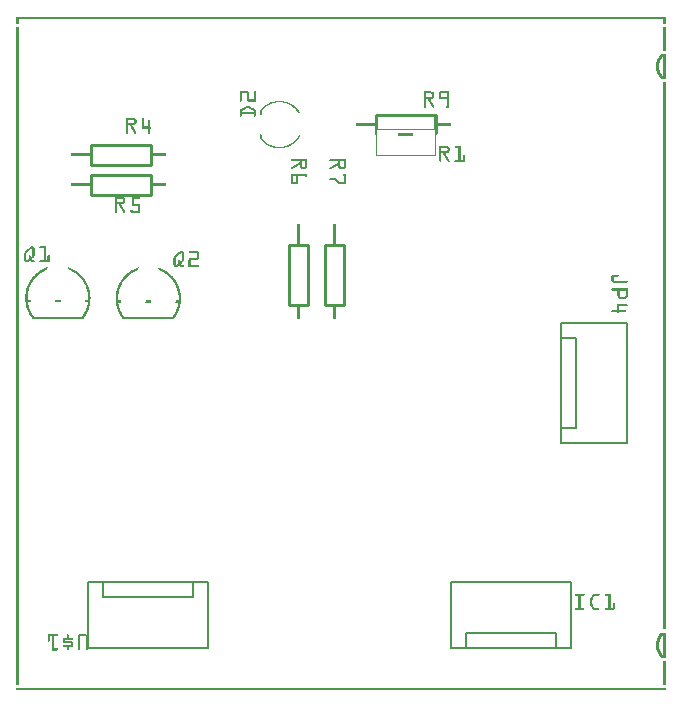
<source format=gto>
G04 MADE WITH FRITZING*
G04 WWW.FRITZING.ORG*
G04 DOUBLE SIDED*
G04 HOLES PLATED*
G04 CONTOUR ON CENTER OF CONTOUR VECTOR*
%ASAXBY*%
%FSLAX23Y23*%
%MOIN*%
%OFA0B0*%
%SFA1.0B1.0*%
%ADD10C,0.010000*%
%ADD11C,0.005000*%
%ADD12C,0.008000*%
%ADD13R,0.001000X0.001000*%
%LNSILK1*%
G90*
G70*
G54D10*
X1200Y1918D02*
X1400Y1918D01*
D02*
X1093Y1486D02*
X1093Y1286D01*
D02*
X1093Y1286D02*
X1027Y1286D01*
D02*
X1027Y1286D02*
X1027Y1486D01*
D02*
X1027Y1486D02*
X1093Y1486D01*
D02*
X973Y1486D02*
X973Y1286D01*
D02*
X973Y1286D02*
X907Y1286D01*
D02*
X907Y1286D02*
X907Y1486D01*
D02*
X907Y1486D02*
X973Y1486D01*
D02*
X250Y1718D02*
X450Y1718D01*
D02*
X450Y1718D02*
X450Y1652D01*
D02*
X450Y1652D02*
X250Y1652D01*
D02*
X250Y1652D02*
X250Y1718D01*
D02*
X250Y1818D02*
X450Y1818D01*
D02*
X450Y1818D02*
X450Y1752D01*
D02*
X450Y1752D02*
X250Y1752D01*
D02*
X250Y1752D02*
X250Y1818D01*
G54D11*
D02*
X2035Y1225D02*
X1815Y1225D01*
D02*
X2035Y825D02*
X1815Y825D01*
D02*
X2035Y825D02*
X2035Y1225D01*
D02*
X1815Y825D02*
X1815Y875D01*
D02*
X1815Y875D02*
X1815Y1175D01*
D02*
X1815Y1175D02*
X1815Y1225D01*
D02*
X1815Y1175D02*
X1865Y1175D01*
D02*
X1865Y1175D02*
X1865Y875D01*
D02*
X1865Y875D02*
X1815Y875D01*
D02*
X640Y140D02*
X640Y360D01*
D02*
X240Y140D02*
X240Y360D01*
D02*
X240Y140D02*
X640Y140D01*
D02*
X240Y360D02*
X290Y360D01*
D02*
X290Y360D02*
X590Y360D01*
D02*
X590Y360D02*
X640Y360D01*
D02*
X590Y360D02*
X590Y310D01*
D02*
X590Y310D02*
X290Y310D01*
D02*
X290Y310D02*
X290Y360D01*
D02*
X1450Y360D02*
X1450Y140D01*
D02*
X1850Y360D02*
X1850Y140D01*
D02*
X1850Y360D02*
X1450Y360D01*
D02*
X1850Y140D02*
X1800Y140D01*
D02*
X1800Y140D02*
X1500Y140D01*
D02*
X1500Y140D02*
X1450Y140D01*
D02*
X1500Y140D02*
X1500Y190D01*
D02*
X1500Y190D02*
X1800Y190D01*
D02*
X1800Y190D02*
X1800Y140D01*
G54D12*
D02*
X358Y1240D02*
X523Y1240D01*
D02*
X56Y1242D02*
X221Y1242D01*
G54D13*
X0Y2244D02*
X2164Y2244D01*
X0Y2243D02*
X2164Y2243D01*
X0Y2242D02*
X2164Y2242D01*
X0Y2241D02*
X2164Y2241D01*
X0Y2240D02*
X2164Y2240D01*
X0Y2239D02*
X2164Y2239D01*
X0Y2238D02*
X2164Y2238D01*
X0Y2237D02*
X2164Y2237D01*
X0Y2236D02*
X7Y2236D01*
X2157Y2236D02*
X2164Y2236D01*
X0Y2235D02*
X7Y2235D01*
X2157Y2235D02*
X2164Y2235D01*
X0Y2234D02*
X7Y2234D01*
X2157Y2234D02*
X2164Y2234D01*
X0Y2233D02*
X7Y2233D01*
X2157Y2233D02*
X2164Y2233D01*
X0Y2232D02*
X7Y2232D01*
X2157Y2232D02*
X2164Y2232D01*
X0Y2231D02*
X7Y2231D01*
X2157Y2231D02*
X2164Y2231D01*
X0Y2230D02*
X7Y2230D01*
X2157Y2230D02*
X2164Y2230D01*
X0Y2229D02*
X7Y2229D01*
X2157Y2229D02*
X2164Y2229D01*
X0Y2228D02*
X7Y2228D01*
X2157Y2228D02*
X2164Y2228D01*
X0Y2227D02*
X7Y2227D01*
X2157Y2227D02*
X2164Y2227D01*
X0Y2226D02*
X7Y2226D01*
X2157Y2226D02*
X2164Y2226D01*
X0Y2225D02*
X7Y2225D01*
X2157Y2225D02*
X2164Y2225D01*
X0Y2224D02*
X7Y2224D01*
X2157Y2224D02*
X2164Y2224D01*
X0Y2223D02*
X7Y2223D01*
X2157Y2223D02*
X2164Y2223D01*
X0Y2211D02*
X7Y2211D01*
X2157Y2211D02*
X2164Y2211D01*
X0Y2210D02*
X7Y2210D01*
X2157Y2210D02*
X2164Y2210D01*
X0Y2209D02*
X7Y2209D01*
X2157Y2209D02*
X2164Y2209D01*
X0Y2208D02*
X7Y2208D01*
X2157Y2208D02*
X2164Y2208D01*
X0Y2207D02*
X7Y2207D01*
X2157Y2207D02*
X2164Y2207D01*
X0Y2206D02*
X7Y2206D01*
X2157Y2206D02*
X2164Y2206D01*
X0Y2205D02*
X7Y2205D01*
X2157Y2205D02*
X2164Y2205D01*
X0Y2204D02*
X7Y2204D01*
X2157Y2204D02*
X2164Y2204D01*
X0Y2203D02*
X7Y2203D01*
X2157Y2203D02*
X2164Y2203D01*
X0Y2202D02*
X7Y2202D01*
X2157Y2202D02*
X2164Y2202D01*
X0Y2201D02*
X7Y2201D01*
X2157Y2201D02*
X2164Y2201D01*
X0Y2200D02*
X7Y2200D01*
X2157Y2200D02*
X2164Y2200D01*
X0Y2199D02*
X7Y2199D01*
X2157Y2199D02*
X2164Y2199D01*
X0Y2198D02*
X7Y2198D01*
X2157Y2198D02*
X2164Y2198D01*
X0Y2197D02*
X7Y2197D01*
X2157Y2197D02*
X2164Y2197D01*
X0Y2196D02*
X7Y2196D01*
X2157Y2196D02*
X2164Y2196D01*
X0Y2195D02*
X7Y2195D01*
X2157Y2195D02*
X2164Y2195D01*
X0Y2194D02*
X7Y2194D01*
X2157Y2194D02*
X2164Y2194D01*
X0Y2193D02*
X7Y2193D01*
X2157Y2193D02*
X2164Y2193D01*
X0Y2192D02*
X7Y2192D01*
X2157Y2192D02*
X2164Y2192D01*
X0Y2191D02*
X7Y2191D01*
X2157Y2191D02*
X2164Y2191D01*
X0Y2190D02*
X7Y2190D01*
X2157Y2190D02*
X2164Y2190D01*
X0Y2189D02*
X7Y2189D01*
X2157Y2189D02*
X2164Y2189D01*
X0Y2188D02*
X7Y2188D01*
X2157Y2188D02*
X2164Y2188D01*
X0Y2187D02*
X7Y2187D01*
X2157Y2187D02*
X2164Y2187D01*
X0Y2186D02*
X7Y2186D01*
X2157Y2186D02*
X2164Y2186D01*
X0Y2185D02*
X7Y2185D01*
X2157Y2185D02*
X2164Y2185D01*
X0Y2184D02*
X7Y2184D01*
X2157Y2184D02*
X2164Y2184D01*
X0Y2183D02*
X7Y2183D01*
X2157Y2183D02*
X2164Y2183D01*
X0Y2182D02*
X7Y2182D01*
X2157Y2182D02*
X2164Y2182D01*
X0Y2181D02*
X7Y2181D01*
X2157Y2181D02*
X2164Y2181D01*
X0Y2180D02*
X7Y2180D01*
X2157Y2180D02*
X2164Y2180D01*
X0Y2179D02*
X7Y2179D01*
X2157Y2179D02*
X2164Y2179D01*
X0Y2178D02*
X7Y2178D01*
X2157Y2178D02*
X2164Y2178D01*
X0Y2177D02*
X7Y2177D01*
X2157Y2177D02*
X2164Y2177D01*
X0Y2176D02*
X7Y2176D01*
X2157Y2176D02*
X2164Y2176D01*
X0Y2175D02*
X7Y2175D01*
X2157Y2175D02*
X2164Y2175D01*
X0Y2174D02*
X7Y2174D01*
X2157Y2174D02*
X2164Y2174D01*
X0Y2173D02*
X7Y2173D01*
X2157Y2173D02*
X2164Y2173D01*
X0Y2172D02*
X7Y2172D01*
X2157Y2172D02*
X2164Y2172D01*
X0Y2171D02*
X7Y2171D01*
X2157Y2171D02*
X2164Y2171D01*
X0Y2170D02*
X7Y2170D01*
X2157Y2170D02*
X2164Y2170D01*
X0Y2169D02*
X7Y2169D01*
X2157Y2169D02*
X2164Y2169D01*
X0Y2168D02*
X7Y2168D01*
X2157Y2168D02*
X2164Y2168D01*
X0Y2167D02*
X7Y2167D01*
X2157Y2167D02*
X2164Y2167D01*
X0Y2166D02*
X7Y2166D01*
X2157Y2166D02*
X2164Y2166D01*
X0Y2165D02*
X7Y2165D01*
X2157Y2165D02*
X2164Y2165D01*
X0Y2164D02*
X7Y2164D01*
X2157Y2164D02*
X2164Y2164D01*
X0Y2163D02*
X7Y2163D01*
X2157Y2163D02*
X2164Y2163D01*
X0Y2162D02*
X7Y2162D01*
X2157Y2162D02*
X2164Y2162D01*
X0Y2161D02*
X7Y2161D01*
X2157Y2161D02*
X2164Y2161D01*
X0Y2160D02*
X7Y2160D01*
X2157Y2160D02*
X2164Y2160D01*
X0Y2159D02*
X7Y2159D01*
X2157Y2159D02*
X2164Y2159D01*
X0Y2158D02*
X7Y2158D01*
X2157Y2158D02*
X2164Y2158D01*
X0Y2157D02*
X7Y2157D01*
X2157Y2157D02*
X2164Y2157D01*
X0Y2156D02*
X7Y2156D01*
X2157Y2156D02*
X2164Y2156D01*
X0Y2155D02*
X7Y2155D01*
X2157Y2155D02*
X2164Y2155D01*
X0Y2154D02*
X7Y2154D01*
X2157Y2154D02*
X2164Y2154D01*
X0Y2153D02*
X7Y2153D01*
X2157Y2153D02*
X2164Y2153D01*
X0Y2152D02*
X7Y2152D01*
X2157Y2152D02*
X2164Y2152D01*
X0Y2151D02*
X7Y2151D01*
X2157Y2151D02*
X2164Y2151D01*
X0Y2150D02*
X7Y2150D01*
X2157Y2150D02*
X2164Y2150D01*
X0Y2149D02*
X7Y2149D01*
X2157Y2149D02*
X2164Y2149D01*
X0Y2148D02*
X7Y2148D01*
X2157Y2148D02*
X2164Y2148D01*
X0Y2147D02*
X7Y2147D01*
X2157Y2147D02*
X2164Y2147D01*
X0Y2146D02*
X7Y2146D01*
X2157Y2146D02*
X2164Y2146D01*
X0Y2145D02*
X7Y2145D01*
X2157Y2145D02*
X2164Y2145D01*
X0Y2144D02*
X7Y2144D01*
X2157Y2144D02*
X2164Y2144D01*
X0Y2143D02*
X7Y2143D01*
X2157Y2143D02*
X2164Y2143D01*
X0Y2142D02*
X7Y2142D01*
X2157Y2142D02*
X2164Y2142D01*
X0Y2141D02*
X7Y2141D01*
X2157Y2141D02*
X2164Y2141D01*
X0Y2140D02*
X7Y2140D01*
X2157Y2140D02*
X2164Y2140D01*
X0Y2139D02*
X7Y2139D01*
X2157Y2139D02*
X2164Y2139D01*
X0Y2138D02*
X7Y2138D01*
X2157Y2138D02*
X2164Y2138D01*
X0Y2137D02*
X7Y2137D01*
X2157Y2137D02*
X2164Y2137D01*
X0Y2136D02*
X7Y2136D01*
X2157Y2136D02*
X2164Y2136D01*
X0Y2135D02*
X7Y2135D01*
X2157Y2135D02*
X2164Y2135D01*
X0Y2134D02*
X7Y2134D01*
X2157Y2134D02*
X2164Y2134D01*
X0Y2133D02*
X7Y2133D01*
X2157Y2133D02*
X2164Y2133D01*
X0Y2132D02*
X7Y2132D01*
X0Y2131D02*
X7Y2131D01*
X0Y2130D02*
X7Y2130D01*
X0Y2129D02*
X7Y2129D01*
X0Y2128D02*
X7Y2128D01*
X0Y2127D02*
X7Y2127D01*
X0Y2126D02*
X7Y2126D01*
X0Y2125D02*
X7Y2125D01*
X0Y2124D02*
X7Y2124D01*
X0Y2123D02*
X7Y2123D01*
X0Y2122D02*
X7Y2122D01*
X0Y2121D02*
X7Y2121D01*
X2150Y2121D02*
X2165Y2121D01*
X0Y2120D02*
X7Y2120D01*
X2149Y2120D02*
X2164Y2120D01*
X0Y2119D02*
X7Y2119D01*
X2148Y2119D02*
X2164Y2119D01*
X0Y2118D02*
X7Y2118D01*
X2147Y2118D02*
X2164Y2118D01*
X0Y2117D02*
X7Y2117D01*
X2146Y2117D02*
X2164Y2117D01*
X0Y2116D02*
X7Y2116D01*
X2145Y2116D02*
X2164Y2116D01*
X0Y2115D02*
X7Y2115D01*
X2144Y2115D02*
X2164Y2115D01*
X0Y2114D02*
X7Y2114D01*
X2144Y2114D02*
X2164Y2114D01*
X0Y2113D02*
X7Y2113D01*
X2143Y2113D02*
X2155Y2113D01*
X2157Y2113D02*
X2164Y2113D01*
X0Y2112D02*
X7Y2112D01*
X2142Y2112D02*
X2154Y2112D01*
X2157Y2112D02*
X2164Y2112D01*
X0Y2111D02*
X7Y2111D01*
X2142Y2111D02*
X2153Y2111D01*
X2157Y2111D02*
X2164Y2111D01*
X0Y2110D02*
X7Y2110D01*
X2141Y2110D02*
X2153Y2110D01*
X2157Y2110D02*
X2164Y2110D01*
X0Y2109D02*
X7Y2109D01*
X2141Y2109D02*
X2152Y2109D01*
X2157Y2109D02*
X2164Y2109D01*
X0Y2108D02*
X7Y2108D01*
X2140Y2108D02*
X2151Y2108D01*
X2157Y2108D02*
X2164Y2108D01*
X0Y2107D02*
X7Y2107D01*
X2139Y2107D02*
X2150Y2107D01*
X2157Y2107D02*
X2164Y2107D01*
X0Y2106D02*
X7Y2106D01*
X2139Y2106D02*
X2150Y2106D01*
X2157Y2106D02*
X2164Y2106D01*
X0Y2105D02*
X7Y2105D01*
X2138Y2105D02*
X2149Y2105D01*
X2157Y2105D02*
X2164Y2105D01*
X0Y2104D02*
X7Y2104D01*
X2138Y2104D02*
X2148Y2104D01*
X2157Y2104D02*
X2164Y2104D01*
X0Y2103D02*
X7Y2103D01*
X2137Y2103D02*
X2148Y2103D01*
X2157Y2103D02*
X2164Y2103D01*
X0Y2102D02*
X7Y2102D01*
X2137Y2102D02*
X2147Y2102D01*
X2157Y2102D02*
X2164Y2102D01*
X0Y2101D02*
X7Y2101D01*
X2137Y2101D02*
X2147Y2101D01*
X2157Y2101D02*
X2164Y2101D01*
X0Y2100D02*
X7Y2100D01*
X2136Y2100D02*
X2146Y2100D01*
X2157Y2100D02*
X2164Y2100D01*
X0Y2099D02*
X7Y2099D01*
X2136Y2099D02*
X2146Y2099D01*
X2157Y2099D02*
X2164Y2099D01*
X0Y2098D02*
X7Y2098D01*
X2136Y2098D02*
X2145Y2098D01*
X2157Y2098D02*
X2164Y2098D01*
X0Y2097D02*
X7Y2097D01*
X2135Y2097D02*
X2145Y2097D01*
X2157Y2097D02*
X2164Y2097D01*
X0Y2096D02*
X7Y2096D01*
X2135Y2096D02*
X2145Y2096D01*
X2157Y2096D02*
X2164Y2096D01*
X0Y2095D02*
X7Y2095D01*
X2135Y2095D02*
X2144Y2095D01*
X2157Y2095D02*
X2164Y2095D01*
X0Y2094D02*
X7Y2094D01*
X2134Y2094D02*
X2144Y2094D01*
X2157Y2094D02*
X2164Y2094D01*
X0Y2093D02*
X7Y2093D01*
X2134Y2093D02*
X2144Y2093D01*
X2157Y2093D02*
X2164Y2093D01*
X0Y2092D02*
X7Y2092D01*
X2134Y2092D02*
X2143Y2092D01*
X2157Y2092D02*
X2164Y2092D01*
X0Y2091D02*
X7Y2091D01*
X2134Y2091D02*
X2143Y2091D01*
X2157Y2091D02*
X2164Y2091D01*
X0Y2090D02*
X7Y2090D01*
X2133Y2090D02*
X2143Y2090D01*
X2157Y2090D02*
X2164Y2090D01*
X0Y2089D02*
X7Y2089D01*
X2133Y2089D02*
X2143Y2089D01*
X2157Y2089D02*
X2164Y2089D01*
X0Y2088D02*
X7Y2088D01*
X2133Y2088D02*
X2143Y2088D01*
X2157Y2088D02*
X2164Y2088D01*
X0Y2087D02*
X7Y2087D01*
X2133Y2087D02*
X2142Y2087D01*
X2157Y2087D02*
X2164Y2087D01*
X0Y2086D02*
X7Y2086D01*
X2133Y2086D02*
X2142Y2086D01*
X2157Y2086D02*
X2164Y2086D01*
X0Y2085D02*
X7Y2085D01*
X2133Y2085D02*
X2142Y2085D01*
X2157Y2085D02*
X2164Y2085D01*
X0Y2084D02*
X7Y2084D01*
X2133Y2084D02*
X2142Y2084D01*
X2157Y2084D02*
X2164Y2084D01*
X0Y2083D02*
X7Y2083D01*
X2133Y2083D02*
X2142Y2083D01*
X2157Y2083D02*
X2164Y2083D01*
X0Y2082D02*
X7Y2082D01*
X2133Y2082D02*
X2142Y2082D01*
X2157Y2082D02*
X2164Y2082D01*
X0Y2081D02*
X7Y2081D01*
X2133Y2081D02*
X2142Y2081D01*
X2157Y2081D02*
X2164Y2081D01*
X0Y2080D02*
X7Y2080D01*
X2132Y2080D02*
X2142Y2080D01*
X2157Y2080D02*
X2164Y2080D01*
X0Y2079D02*
X7Y2079D01*
X2132Y2079D02*
X2142Y2079D01*
X2157Y2079D02*
X2164Y2079D01*
X0Y2078D02*
X7Y2078D01*
X2133Y2078D02*
X2142Y2078D01*
X2157Y2078D02*
X2164Y2078D01*
X0Y2077D02*
X7Y2077D01*
X2133Y2077D02*
X2142Y2077D01*
X2157Y2077D02*
X2164Y2077D01*
X0Y2076D02*
X7Y2076D01*
X2133Y2076D02*
X2142Y2076D01*
X2157Y2076D02*
X2164Y2076D01*
X0Y2075D02*
X7Y2075D01*
X2133Y2075D02*
X2142Y2075D01*
X2157Y2075D02*
X2164Y2075D01*
X0Y2074D02*
X7Y2074D01*
X2133Y2074D02*
X2142Y2074D01*
X2157Y2074D02*
X2164Y2074D01*
X0Y2073D02*
X7Y2073D01*
X2133Y2073D02*
X2142Y2073D01*
X2157Y2073D02*
X2164Y2073D01*
X0Y2072D02*
X7Y2072D01*
X2133Y2072D02*
X2142Y2072D01*
X2157Y2072D02*
X2164Y2072D01*
X0Y2071D02*
X7Y2071D01*
X2133Y2071D02*
X2143Y2071D01*
X2157Y2071D02*
X2164Y2071D01*
X0Y2070D02*
X7Y2070D01*
X2133Y2070D02*
X2143Y2070D01*
X2157Y2070D02*
X2164Y2070D01*
X0Y2069D02*
X7Y2069D01*
X2133Y2069D02*
X2143Y2069D01*
X2157Y2069D02*
X2164Y2069D01*
X0Y2068D02*
X7Y2068D01*
X2134Y2068D02*
X2143Y2068D01*
X2157Y2068D02*
X2164Y2068D01*
X0Y2067D02*
X7Y2067D01*
X2134Y2067D02*
X2143Y2067D01*
X2157Y2067D02*
X2164Y2067D01*
X0Y2066D02*
X7Y2066D01*
X2134Y2066D02*
X2144Y2066D01*
X2157Y2066D02*
X2164Y2066D01*
X0Y2065D02*
X7Y2065D01*
X2134Y2065D02*
X2144Y2065D01*
X2157Y2065D02*
X2164Y2065D01*
X0Y2064D02*
X7Y2064D01*
X2135Y2064D02*
X2144Y2064D01*
X2157Y2064D02*
X2164Y2064D01*
X0Y2063D02*
X7Y2063D01*
X2135Y2063D02*
X2145Y2063D01*
X2157Y2063D02*
X2164Y2063D01*
X0Y2062D02*
X7Y2062D01*
X2135Y2062D02*
X2145Y2062D01*
X2157Y2062D02*
X2164Y2062D01*
X0Y2061D02*
X7Y2061D01*
X2135Y2061D02*
X2145Y2061D01*
X2157Y2061D02*
X2164Y2061D01*
X0Y2060D02*
X7Y2060D01*
X2136Y2060D02*
X2146Y2060D01*
X2157Y2060D02*
X2164Y2060D01*
X0Y2059D02*
X7Y2059D01*
X2136Y2059D02*
X2146Y2059D01*
X2157Y2059D02*
X2164Y2059D01*
X0Y2058D02*
X7Y2058D01*
X2137Y2058D02*
X2147Y2058D01*
X2157Y2058D02*
X2164Y2058D01*
X0Y2057D02*
X7Y2057D01*
X2137Y2057D02*
X2147Y2057D01*
X2157Y2057D02*
X2164Y2057D01*
X0Y2056D02*
X7Y2056D01*
X2137Y2056D02*
X2148Y2056D01*
X2157Y2056D02*
X2164Y2056D01*
X0Y2055D02*
X7Y2055D01*
X2138Y2055D02*
X2148Y2055D01*
X2157Y2055D02*
X2164Y2055D01*
X0Y2054D02*
X7Y2054D01*
X2138Y2054D02*
X2149Y2054D01*
X2157Y2054D02*
X2164Y2054D01*
X0Y2053D02*
X7Y2053D01*
X2139Y2053D02*
X2150Y2053D01*
X2157Y2053D02*
X2164Y2053D01*
X0Y2052D02*
X7Y2052D01*
X2139Y2052D02*
X2150Y2052D01*
X2157Y2052D02*
X2164Y2052D01*
X0Y2051D02*
X7Y2051D01*
X2140Y2051D02*
X2151Y2051D01*
X2157Y2051D02*
X2164Y2051D01*
X0Y2050D02*
X7Y2050D01*
X2140Y2050D02*
X2152Y2050D01*
X2157Y2050D02*
X2164Y2050D01*
X0Y2049D02*
X7Y2049D01*
X2141Y2049D02*
X2152Y2049D01*
X2157Y2049D02*
X2164Y2049D01*
X0Y2048D02*
X7Y2048D01*
X2142Y2048D02*
X2153Y2048D01*
X2157Y2048D02*
X2164Y2048D01*
X0Y2047D02*
X7Y2047D01*
X2142Y2047D02*
X2154Y2047D01*
X2157Y2047D02*
X2164Y2047D01*
X0Y2046D02*
X7Y2046D01*
X2143Y2046D02*
X2155Y2046D01*
X2157Y2046D02*
X2164Y2046D01*
X0Y2045D02*
X7Y2045D01*
X2144Y2045D02*
X2164Y2045D01*
X0Y2044D02*
X7Y2044D01*
X2144Y2044D02*
X2164Y2044D01*
X0Y2043D02*
X7Y2043D01*
X2145Y2043D02*
X2164Y2043D01*
X0Y2042D02*
X7Y2042D01*
X2146Y2042D02*
X2164Y2042D01*
X0Y2041D02*
X7Y2041D01*
X2147Y2041D02*
X2164Y2041D01*
X0Y2040D02*
X7Y2040D01*
X2147Y2040D02*
X2164Y2040D01*
X0Y2039D02*
X7Y2039D01*
X2148Y2039D02*
X2164Y2039D01*
X0Y2038D02*
X7Y2038D01*
X2149Y2038D02*
X2165Y2038D01*
X0Y2037D02*
X7Y2037D01*
X0Y2036D02*
X7Y2036D01*
X0Y2035D02*
X7Y2035D01*
X0Y2034D02*
X7Y2034D01*
X0Y2033D02*
X7Y2033D01*
X0Y2032D02*
X7Y2032D01*
X0Y2031D02*
X7Y2031D01*
X0Y2030D02*
X7Y2030D01*
X0Y2029D02*
X7Y2029D01*
X0Y2028D02*
X7Y2028D01*
X0Y2027D02*
X7Y2027D01*
X0Y2026D02*
X7Y2026D01*
X2157Y2026D02*
X2164Y2026D01*
X0Y2025D02*
X7Y2025D01*
X2157Y2025D02*
X2164Y2025D01*
X0Y2024D02*
X7Y2024D01*
X2157Y2024D02*
X2164Y2024D01*
X0Y2023D02*
X7Y2023D01*
X2157Y2023D02*
X2164Y2023D01*
X0Y2022D02*
X7Y2022D01*
X2157Y2022D02*
X2164Y2022D01*
X0Y2021D02*
X7Y2021D01*
X2157Y2021D02*
X2164Y2021D01*
X0Y2020D02*
X7Y2020D01*
X2157Y2020D02*
X2164Y2020D01*
X0Y2019D02*
X7Y2019D01*
X2157Y2019D02*
X2164Y2019D01*
X0Y2018D02*
X7Y2018D01*
X2157Y2018D02*
X2164Y2018D01*
X0Y2017D02*
X7Y2017D01*
X2157Y2017D02*
X2164Y2017D01*
X0Y2016D02*
X7Y2016D01*
X2157Y2016D02*
X2164Y2016D01*
X0Y2015D02*
X7Y2015D01*
X2157Y2015D02*
X2164Y2015D01*
X0Y2014D02*
X7Y2014D01*
X2157Y2014D02*
X2164Y2014D01*
X0Y2013D02*
X7Y2013D01*
X2157Y2013D02*
X2164Y2013D01*
X0Y2012D02*
X7Y2012D01*
X2157Y2012D02*
X2164Y2012D01*
X0Y2011D02*
X7Y2011D01*
X2157Y2011D02*
X2164Y2011D01*
X0Y2010D02*
X7Y2010D01*
X2157Y2010D02*
X2164Y2010D01*
X0Y2009D02*
X7Y2009D01*
X2157Y2009D02*
X2164Y2009D01*
X0Y2008D02*
X7Y2008D01*
X2157Y2008D02*
X2164Y2008D01*
X0Y2007D02*
X7Y2007D01*
X2157Y2007D02*
X2164Y2007D01*
X0Y2006D02*
X7Y2006D01*
X2157Y2006D02*
X2164Y2006D01*
X0Y2005D02*
X7Y2005D01*
X2157Y2005D02*
X2164Y2005D01*
X0Y2004D02*
X7Y2004D01*
X2157Y2004D02*
X2164Y2004D01*
X0Y2003D02*
X7Y2003D01*
X2157Y2003D02*
X2164Y2003D01*
X0Y2002D02*
X7Y2002D01*
X2157Y2002D02*
X2164Y2002D01*
X0Y2001D02*
X7Y2001D01*
X2157Y2001D02*
X2164Y2001D01*
X0Y2000D02*
X7Y2000D01*
X2157Y2000D02*
X2164Y2000D01*
X0Y1999D02*
X7Y1999D01*
X2157Y1999D02*
X2164Y1999D01*
X0Y1998D02*
X7Y1998D01*
X2157Y1998D02*
X2164Y1998D01*
X0Y1997D02*
X7Y1997D01*
X749Y1997D02*
X769Y1997D01*
X794Y1997D02*
X796Y1997D01*
X2157Y1997D02*
X2164Y1997D01*
X0Y1996D02*
X7Y1996D01*
X747Y1996D02*
X771Y1996D01*
X792Y1996D02*
X797Y1996D01*
X1360Y1996D02*
X1383Y1996D01*
X1412Y1996D02*
X1440Y1996D01*
X2157Y1996D02*
X2164Y1996D01*
X0Y1995D02*
X7Y1995D01*
X746Y1995D02*
X772Y1995D01*
X792Y1995D02*
X797Y1995D01*
X1359Y1995D02*
X1387Y1995D01*
X1410Y1995D02*
X1442Y1995D01*
X2157Y1995D02*
X2164Y1995D01*
X0Y1994D02*
X7Y1994D01*
X746Y1994D02*
X773Y1994D01*
X792Y1994D02*
X798Y1994D01*
X1359Y1994D02*
X1388Y1994D01*
X1410Y1994D02*
X1442Y1994D01*
X2157Y1994D02*
X2164Y1994D01*
X0Y1993D02*
X7Y1993D01*
X745Y1993D02*
X774Y1993D01*
X792Y1993D02*
X798Y1993D01*
X1359Y1993D02*
X1390Y1993D01*
X1409Y1993D02*
X1443Y1993D01*
X2157Y1993D02*
X2164Y1993D01*
X0Y1992D02*
X7Y1992D01*
X745Y1992D02*
X774Y1992D01*
X792Y1992D02*
X798Y1992D01*
X1359Y1992D02*
X1390Y1992D01*
X1409Y1992D02*
X1443Y1992D01*
X2157Y1992D02*
X2164Y1992D01*
X0Y1991D02*
X7Y1991D01*
X745Y1991D02*
X774Y1991D01*
X792Y1991D02*
X798Y1991D01*
X1359Y1991D02*
X1391Y1991D01*
X1409Y1991D02*
X1443Y1991D01*
X2157Y1991D02*
X2164Y1991D01*
X0Y1990D02*
X7Y1990D01*
X745Y1990D02*
X751Y1990D01*
X768Y1990D02*
X774Y1990D01*
X792Y1990D02*
X798Y1990D01*
X1359Y1990D02*
X1392Y1990D01*
X1409Y1990D02*
X1443Y1990D01*
X2157Y1990D02*
X2164Y1990D01*
X0Y1989D02*
X7Y1989D01*
X745Y1989D02*
X751Y1989D01*
X768Y1989D02*
X774Y1989D01*
X792Y1989D02*
X798Y1989D01*
X1359Y1989D02*
X1366Y1989D01*
X1383Y1989D02*
X1392Y1989D01*
X1409Y1989D02*
X1416Y1989D01*
X1436Y1989D02*
X1443Y1989D01*
X2157Y1989D02*
X2164Y1989D01*
X0Y1988D02*
X7Y1988D01*
X745Y1988D02*
X751Y1988D01*
X768Y1988D02*
X774Y1988D01*
X792Y1988D02*
X798Y1988D01*
X1359Y1988D02*
X1365Y1988D01*
X1386Y1988D02*
X1392Y1988D01*
X1409Y1988D02*
X1415Y1988D01*
X1437Y1988D02*
X1443Y1988D01*
X2157Y1988D02*
X2164Y1988D01*
X0Y1987D02*
X7Y1987D01*
X745Y1987D02*
X751Y1987D01*
X768Y1987D02*
X774Y1987D01*
X792Y1987D02*
X798Y1987D01*
X1359Y1987D02*
X1365Y1987D01*
X1386Y1987D02*
X1393Y1987D01*
X1409Y1987D02*
X1415Y1987D01*
X1437Y1987D02*
X1443Y1987D01*
X2157Y1987D02*
X2164Y1987D01*
X0Y1986D02*
X7Y1986D01*
X745Y1986D02*
X751Y1986D01*
X768Y1986D02*
X774Y1986D01*
X792Y1986D02*
X798Y1986D01*
X1359Y1986D02*
X1365Y1986D01*
X1387Y1986D02*
X1393Y1986D01*
X1409Y1986D02*
X1415Y1986D01*
X1437Y1986D02*
X1443Y1986D01*
X2157Y1986D02*
X2164Y1986D01*
X0Y1985D02*
X7Y1985D01*
X745Y1985D02*
X751Y1985D01*
X768Y1985D02*
X774Y1985D01*
X792Y1985D02*
X798Y1985D01*
X1359Y1985D02*
X1365Y1985D01*
X1387Y1985D02*
X1393Y1985D01*
X1409Y1985D02*
X1415Y1985D01*
X1437Y1985D02*
X1443Y1985D01*
X2157Y1985D02*
X2164Y1985D01*
X0Y1984D02*
X7Y1984D01*
X745Y1984D02*
X751Y1984D01*
X768Y1984D02*
X774Y1984D01*
X792Y1984D02*
X798Y1984D01*
X1359Y1984D02*
X1365Y1984D01*
X1387Y1984D02*
X1393Y1984D01*
X1409Y1984D02*
X1415Y1984D01*
X1437Y1984D02*
X1443Y1984D01*
X2157Y1984D02*
X2164Y1984D01*
X0Y1983D02*
X7Y1983D01*
X745Y1983D02*
X751Y1983D01*
X768Y1983D02*
X774Y1983D01*
X792Y1983D02*
X798Y1983D01*
X1359Y1983D02*
X1365Y1983D01*
X1387Y1983D02*
X1393Y1983D01*
X1409Y1983D02*
X1415Y1983D01*
X1437Y1983D02*
X1443Y1983D01*
X2157Y1983D02*
X2164Y1983D01*
X0Y1982D02*
X7Y1982D01*
X745Y1982D02*
X751Y1982D01*
X768Y1982D02*
X774Y1982D01*
X792Y1982D02*
X798Y1982D01*
X1359Y1982D02*
X1365Y1982D01*
X1387Y1982D02*
X1393Y1982D01*
X1409Y1982D02*
X1415Y1982D01*
X1437Y1982D02*
X1443Y1982D01*
X2157Y1982D02*
X2164Y1982D01*
X0Y1981D02*
X7Y1981D01*
X745Y1981D02*
X751Y1981D01*
X768Y1981D02*
X774Y1981D01*
X792Y1981D02*
X798Y1981D01*
X1359Y1981D02*
X1365Y1981D01*
X1387Y1981D02*
X1393Y1981D01*
X1409Y1981D02*
X1415Y1981D01*
X1437Y1981D02*
X1443Y1981D01*
X2157Y1981D02*
X2164Y1981D01*
X0Y1980D02*
X7Y1980D01*
X745Y1980D02*
X751Y1980D01*
X768Y1980D02*
X774Y1980D01*
X792Y1980D02*
X798Y1980D01*
X1359Y1980D02*
X1365Y1980D01*
X1386Y1980D02*
X1393Y1980D01*
X1409Y1980D02*
X1415Y1980D01*
X1437Y1980D02*
X1443Y1980D01*
X2157Y1980D02*
X2164Y1980D01*
X0Y1979D02*
X7Y1979D01*
X745Y1979D02*
X751Y1979D01*
X768Y1979D02*
X774Y1979D01*
X792Y1979D02*
X798Y1979D01*
X1359Y1979D02*
X1365Y1979D01*
X1385Y1979D02*
X1392Y1979D01*
X1409Y1979D02*
X1415Y1979D01*
X1437Y1979D02*
X1443Y1979D01*
X2157Y1979D02*
X2164Y1979D01*
X0Y1978D02*
X7Y1978D01*
X745Y1978D02*
X751Y1978D01*
X768Y1978D02*
X774Y1978D01*
X792Y1978D02*
X798Y1978D01*
X1359Y1978D02*
X1392Y1978D01*
X1409Y1978D02*
X1443Y1978D01*
X2157Y1978D02*
X2164Y1978D01*
X0Y1977D02*
X7Y1977D01*
X745Y1977D02*
X751Y1977D01*
X768Y1977D02*
X774Y1977D01*
X792Y1977D02*
X798Y1977D01*
X1359Y1977D02*
X1391Y1977D01*
X1409Y1977D02*
X1443Y1977D01*
X2157Y1977D02*
X2164Y1977D01*
X0Y1976D02*
X7Y1976D01*
X745Y1976D02*
X751Y1976D01*
X768Y1976D02*
X774Y1976D01*
X792Y1976D02*
X798Y1976D01*
X1359Y1976D02*
X1391Y1976D01*
X1409Y1976D02*
X1443Y1976D01*
X2157Y1976D02*
X2164Y1976D01*
X0Y1975D02*
X7Y1975D01*
X745Y1975D02*
X751Y1975D01*
X768Y1975D02*
X774Y1975D01*
X792Y1975D02*
X798Y1975D01*
X1359Y1975D02*
X1390Y1975D01*
X1409Y1975D02*
X1443Y1975D01*
X2157Y1975D02*
X2164Y1975D01*
X0Y1974D02*
X7Y1974D01*
X745Y1974D02*
X751Y1974D01*
X768Y1974D02*
X774Y1974D01*
X792Y1974D02*
X798Y1974D01*
X1359Y1974D02*
X1389Y1974D01*
X1409Y1974D02*
X1443Y1974D01*
X2157Y1974D02*
X2164Y1974D01*
X0Y1973D02*
X7Y1973D01*
X745Y1973D02*
X751Y1973D01*
X768Y1973D02*
X774Y1973D01*
X792Y1973D02*
X798Y1973D01*
X1359Y1973D02*
X1388Y1973D01*
X1410Y1973D02*
X1443Y1973D01*
X2157Y1973D02*
X2164Y1973D01*
X0Y1972D02*
X7Y1972D01*
X745Y1972D02*
X751Y1972D01*
X768Y1972D02*
X774Y1972D01*
X792Y1972D02*
X798Y1972D01*
X1359Y1972D02*
X1386Y1972D01*
X1411Y1972D02*
X1443Y1972D01*
X2157Y1972D02*
X2164Y1972D01*
X0Y1971D02*
X7Y1971D01*
X745Y1971D02*
X751Y1971D01*
X768Y1971D02*
X774Y1971D01*
X792Y1971D02*
X798Y1971D01*
X1359Y1971D02*
X1365Y1971D01*
X1371Y1971D02*
X1379Y1971D01*
X1437Y1971D02*
X1443Y1971D01*
X2157Y1971D02*
X2164Y1971D01*
X0Y1970D02*
X7Y1970D01*
X745Y1970D02*
X751Y1970D01*
X768Y1970D02*
X774Y1970D01*
X791Y1970D02*
X798Y1970D01*
X1359Y1970D02*
X1365Y1970D01*
X1372Y1970D02*
X1379Y1970D01*
X1437Y1970D02*
X1443Y1970D01*
X2157Y1970D02*
X2164Y1970D01*
X0Y1969D02*
X7Y1969D01*
X745Y1969D02*
X751Y1969D01*
X768Y1969D02*
X798Y1969D01*
X1359Y1969D02*
X1365Y1969D01*
X1372Y1969D02*
X1380Y1969D01*
X1437Y1969D02*
X1443Y1969D01*
X2157Y1969D02*
X2164Y1969D01*
X0Y1968D02*
X7Y1968D01*
X745Y1968D02*
X751Y1968D01*
X768Y1968D02*
X798Y1968D01*
X1359Y1968D02*
X1365Y1968D01*
X1373Y1968D02*
X1380Y1968D01*
X1437Y1968D02*
X1443Y1968D01*
X2157Y1968D02*
X2164Y1968D01*
X0Y1967D02*
X7Y1967D01*
X745Y1967D02*
X751Y1967D01*
X769Y1967D02*
X798Y1967D01*
X1359Y1967D02*
X1365Y1967D01*
X1374Y1967D02*
X1381Y1967D01*
X1437Y1967D02*
X1443Y1967D01*
X2157Y1967D02*
X2164Y1967D01*
X0Y1966D02*
X7Y1966D01*
X745Y1966D02*
X750Y1966D01*
X769Y1966D02*
X798Y1966D01*
X1359Y1966D02*
X1365Y1966D01*
X1374Y1966D02*
X1381Y1966D01*
X1437Y1966D02*
X1443Y1966D01*
X2157Y1966D02*
X2164Y1966D01*
X0Y1965D02*
X7Y1965D01*
X745Y1965D02*
X750Y1965D01*
X770Y1965D02*
X798Y1965D01*
X1359Y1965D02*
X1365Y1965D01*
X1375Y1965D02*
X1382Y1965D01*
X1437Y1965D02*
X1443Y1965D01*
X2157Y1965D02*
X2164Y1965D01*
X0Y1964D02*
X7Y1964D01*
X746Y1964D02*
X750Y1964D01*
X771Y1964D02*
X798Y1964D01*
X866Y1964D02*
X887Y1964D01*
X1359Y1964D02*
X1365Y1964D01*
X1375Y1964D02*
X1382Y1964D01*
X1437Y1964D02*
X1443Y1964D01*
X2157Y1964D02*
X2164Y1964D01*
X0Y1963D02*
X7Y1963D01*
X747Y1963D02*
X748Y1963D01*
X774Y1963D02*
X797Y1963D01*
X861Y1963D02*
X893Y1963D01*
X1359Y1963D02*
X1365Y1963D01*
X1376Y1963D02*
X1383Y1963D01*
X1437Y1963D02*
X1443Y1963D01*
X2157Y1963D02*
X2164Y1963D01*
X0Y1962D02*
X7Y1962D01*
X857Y1962D02*
X897Y1962D01*
X1359Y1962D02*
X1365Y1962D01*
X1376Y1962D02*
X1384Y1962D01*
X1437Y1962D02*
X1443Y1962D01*
X2157Y1962D02*
X2164Y1962D01*
X0Y1961D02*
X7Y1961D01*
X853Y1961D02*
X900Y1961D01*
X1359Y1961D02*
X1365Y1961D01*
X1377Y1961D02*
X1384Y1961D01*
X1437Y1961D02*
X1443Y1961D01*
X2157Y1961D02*
X2164Y1961D01*
X0Y1960D02*
X7Y1960D01*
X850Y1960D02*
X903Y1960D01*
X1359Y1960D02*
X1365Y1960D01*
X1378Y1960D02*
X1385Y1960D01*
X1437Y1960D02*
X1443Y1960D01*
X2157Y1960D02*
X2164Y1960D01*
X0Y1959D02*
X7Y1959D01*
X847Y1959D02*
X864Y1959D01*
X889Y1959D02*
X906Y1959D01*
X1359Y1959D02*
X1365Y1959D01*
X1378Y1959D02*
X1385Y1959D01*
X1437Y1959D02*
X1443Y1959D01*
X2157Y1959D02*
X2164Y1959D01*
X0Y1958D02*
X7Y1958D01*
X845Y1958D02*
X859Y1958D01*
X894Y1958D02*
X908Y1958D01*
X1359Y1958D02*
X1365Y1958D01*
X1379Y1958D02*
X1386Y1958D01*
X1437Y1958D02*
X1443Y1958D01*
X2157Y1958D02*
X2164Y1958D01*
X0Y1957D02*
X7Y1957D01*
X843Y1957D02*
X855Y1957D01*
X897Y1957D02*
X911Y1957D01*
X1359Y1957D02*
X1365Y1957D01*
X1379Y1957D02*
X1387Y1957D01*
X1437Y1957D02*
X1443Y1957D01*
X2157Y1957D02*
X2164Y1957D01*
X0Y1956D02*
X7Y1956D01*
X841Y1956D02*
X852Y1956D01*
X901Y1956D02*
X912Y1956D01*
X1359Y1956D02*
X1365Y1956D01*
X1380Y1956D02*
X1387Y1956D01*
X1437Y1956D02*
X1443Y1956D01*
X2157Y1956D02*
X2164Y1956D01*
X0Y1955D02*
X7Y1955D01*
X839Y1955D02*
X849Y1955D01*
X903Y1955D02*
X914Y1955D01*
X1359Y1955D02*
X1365Y1955D01*
X1381Y1955D02*
X1388Y1955D01*
X1437Y1955D02*
X1443Y1955D01*
X2157Y1955D02*
X2164Y1955D01*
X0Y1954D02*
X7Y1954D01*
X837Y1954D02*
X847Y1954D01*
X906Y1954D02*
X916Y1954D01*
X1359Y1954D02*
X1365Y1954D01*
X1381Y1954D02*
X1388Y1954D01*
X1437Y1954D02*
X1443Y1954D01*
X2157Y1954D02*
X2164Y1954D01*
X0Y1953D02*
X7Y1953D01*
X835Y1953D02*
X845Y1953D01*
X908Y1953D02*
X918Y1953D01*
X1359Y1953D02*
X1365Y1953D01*
X1382Y1953D02*
X1389Y1953D01*
X1437Y1953D02*
X1443Y1953D01*
X2157Y1953D02*
X2164Y1953D01*
X0Y1952D02*
X7Y1952D01*
X834Y1952D02*
X843Y1952D01*
X910Y1952D02*
X919Y1952D01*
X1359Y1952D02*
X1365Y1952D01*
X1382Y1952D02*
X1389Y1952D01*
X1437Y1952D02*
X1443Y1952D01*
X2157Y1952D02*
X2164Y1952D01*
X0Y1951D02*
X7Y1951D01*
X832Y1951D02*
X841Y1951D01*
X912Y1951D02*
X921Y1951D01*
X1359Y1951D02*
X1365Y1951D01*
X1383Y1951D02*
X1390Y1951D01*
X1437Y1951D02*
X1443Y1951D01*
X2157Y1951D02*
X2164Y1951D01*
X0Y1950D02*
X7Y1950D01*
X831Y1950D02*
X839Y1950D01*
X914Y1950D02*
X922Y1950D01*
X1359Y1950D02*
X1365Y1950D01*
X1383Y1950D02*
X1391Y1950D01*
X1437Y1950D02*
X1443Y1950D01*
X2157Y1950D02*
X2164Y1950D01*
X0Y1949D02*
X7Y1949D01*
X829Y1949D02*
X837Y1949D01*
X916Y1949D02*
X924Y1949D01*
X1359Y1949D02*
X1365Y1949D01*
X1384Y1949D02*
X1391Y1949D01*
X1436Y1949D02*
X1443Y1949D01*
X2157Y1949D02*
X2164Y1949D01*
X0Y1948D02*
X7Y1948D01*
X828Y1948D02*
X836Y1948D01*
X917Y1948D02*
X925Y1948D01*
X1359Y1948D02*
X1365Y1948D01*
X1385Y1948D02*
X1392Y1948D01*
X1434Y1948D02*
X1443Y1948D01*
X2157Y1948D02*
X2164Y1948D01*
X0Y1947D02*
X7Y1947D01*
X768Y1947D02*
X774Y1947D01*
X827Y1947D02*
X834Y1947D01*
X919Y1947D02*
X926Y1947D01*
X1359Y1947D02*
X1365Y1947D01*
X1385Y1947D02*
X1392Y1947D01*
X1434Y1947D02*
X1443Y1947D01*
X2157Y1947D02*
X2164Y1947D01*
X0Y1946D02*
X7Y1946D01*
X765Y1946D02*
X777Y1946D01*
X826Y1946D02*
X833Y1946D01*
X920Y1946D02*
X927Y1946D01*
X1359Y1946D02*
X1365Y1946D01*
X1386Y1946D02*
X1393Y1946D01*
X1433Y1946D02*
X1443Y1946D01*
X2157Y1946D02*
X2164Y1946D01*
X0Y1945D02*
X7Y1945D01*
X763Y1945D02*
X779Y1945D01*
X824Y1945D02*
X831Y1945D01*
X921Y1945D02*
X929Y1945D01*
X1359Y1945D02*
X1365Y1945D01*
X1386Y1945D02*
X1393Y1945D01*
X1433Y1945D02*
X1443Y1945D01*
X2157Y1945D02*
X2164Y1945D01*
X0Y1944D02*
X7Y1944D01*
X761Y1944D02*
X781Y1944D01*
X823Y1944D02*
X830Y1944D01*
X923Y1944D02*
X930Y1944D01*
X1360Y1944D02*
X1365Y1944D01*
X1387Y1944D02*
X1392Y1944D01*
X1434Y1944D02*
X1442Y1944D01*
X2157Y1944D02*
X2164Y1944D01*
X0Y1943D02*
X7Y1943D01*
X759Y1943D02*
X783Y1943D01*
X822Y1943D02*
X829Y1943D01*
X924Y1943D02*
X931Y1943D01*
X1360Y1943D02*
X1364Y1943D01*
X1388Y1943D02*
X1392Y1943D01*
X1434Y1943D02*
X1442Y1943D01*
X2157Y1943D02*
X2164Y1943D01*
X0Y1942D02*
X7Y1942D01*
X757Y1942D02*
X785Y1942D01*
X821Y1942D02*
X828Y1942D01*
X925Y1942D02*
X932Y1942D01*
X1362Y1942D02*
X1362Y1942D01*
X1389Y1942D02*
X1390Y1942D01*
X1436Y1942D02*
X1440Y1942D01*
X2157Y1942D02*
X2164Y1942D01*
X0Y1941D02*
X7Y1941D01*
X755Y1941D02*
X787Y1941D01*
X820Y1941D02*
X827Y1941D01*
X926Y1941D02*
X933Y1941D01*
X2157Y1941D02*
X2164Y1941D01*
X0Y1940D02*
X7Y1940D01*
X753Y1940D02*
X768Y1940D01*
X774Y1940D02*
X789Y1940D01*
X819Y1940D02*
X826Y1940D01*
X927Y1940D02*
X934Y1940D01*
X2157Y1940D02*
X2164Y1940D01*
X0Y1939D02*
X7Y1939D01*
X751Y1939D02*
X766Y1939D01*
X777Y1939D02*
X791Y1939D01*
X818Y1939D02*
X825Y1939D01*
X928Y1939D02*
X935Y1939D01*
X2157Y1939D02*
X2164Y1939D01*
X0Y1938D02*
X7Y1938D01*
X749Y1938D02*
X764Y1938D01*
X778Y1938D02*
X793Y1938D01*
X818Y1938D02*
X824Y1938D01*
X929Y1938D02*
X936Y1938D01*
X2157Y1938D02*
X2164Y1938D01*
X0Y1937D02*
X7Y1937D01*
X748Y1937D02*
X762Y1937D01*
X780Y1937D02*
X794Y1937D01*
X817Y1937D02*
X822Y1937D01*
X930Y1937D02*
X936Y1937D01*
X2157Y1937D02*
X2164Y1937D01*
X0Y1936D02*
X7Y1936D01*
X747Y1936D02*
X760Y1936D01*
X782Y1936D02*
X795Y1936D01*
X816Y1936D02*
X822Y1936D01*
X931Y1936D02*
X937Y1936D01*
X2157Y1936D02*
X2164Y1936D01*
X0Y1935D02*
X7Y1935D01*
X746Y1935D02*
X758Y1935D01*
X784Y1935D02*
X796Y1935D01*
X815Y1935D02*
X821Y1935D01*
X932Y1935D02*
X938Y1935D01*
X2157Y1935D02*
X2164Y1935D01*
X0Y1934D02*
X7Y1934D01*
X746Y1934D02*
X756Y1934D01*
X786Y1934D02*
X796Y1934D01*
X814Y1934D02*
X820Y1934D01*
X933Y1934D02*
X939Y1934D01*
X2157Y1934D02*
X2164Y1934D01*
X0Y1933D02*
X7Y1933D01*
X745Y1933D02*
X754Y1933D01*
X788Y1933D02*
X797Y1933D01*
X813Y1933D02*
X819Y1933D01*
X934Y1933D02*
X940Y1933D01*
X2157Y1933D02*
X2164Y1933D01*
X0Y1932D02*
X7Y1932D01*
X745Y1932D02*
X752Y1932D01*
X790Y1932D02*
X797Y1932D01*
X813Y1932D02*
X818Y1932D01*
X935Y1932D02*
X940Y1932D01*
X2157Y1932D02*
X2164Y1932D01*
X0Y1931D02*
X7Y1931D01*
X745Y1931D02*
X751Y1931D01*
X791Y1931D02*
X797Y1931D01*
X813Y1931D02*
X817Y1931D01*
X936Y1931D02*
X941Y1931D01*
X2157Y1931D02*
X2164Y1931D01*
X0Y1930D02*
X7Y1930D01*
X745Y1930D02*
X751Y1930D01*
X792Y1930D02*
X798Y1930D01*
X813Y1930D02*
X817Y1930D01*
X936Y1930D02*
X942Y1930D01*
X2157Y1930D02*
X2164Y1930D01*
X0Y1929D02*
X7Y1929D01*
X745Y1929D02*
X751Y1929D01*
X792Y1929D02*
X798Y1929D01*
X813Y1929D02*
X817Y1929D01*
X937Y1929D02*
X942Y1929D01*
X2157Y1929D02*
X2164Y1929D01*
X0Y1928D02*
X7Y1928D01*
X745Y1928D02*
X751Y1928D01*
X792Y1928D02*
X798Y1928D01*
X813Y1928D02*
X817Y1928D01*
X938Y1928D02*
X943Y1928D01*
X2157Y1928D02*
X2164Y1928D01*
X0Y1927D02*
X7Y1927D01*
X745Y1927D02*
X751Y1927D01*
X792Y1927D02*
X798Y1927D01*
X813Y1927D02*
X817Y1927D01*
X939Y1927D02*
X944Y1927D01*
X2157Y1927D02*
X2164Y1927D01*
X0Y1926D02*
X7Y1926D01*
X745Y1926D02*
X798Y1926D01*
X813Y1926D02*
X817Y1926D01*
X939Y1926D02*
X944Y1926D01*
X2157Y1926D02*
X2164Y1926D01*
X0Y1925D02*
X7Y1925D01*
X745Y1925D02*
X798Y1925D01*
X813Y1925D02*
X817Y1925D01*
X940Y1925D02*
X944Y1925D01*
X2157Y1925D02*
X2164Y1925D01*
X0Y1924D02*
X7Y1924D01*
X745Y1924D02*
X798Y1924D01*
X813Y1924D02*
X817Y1924D01*
X941Y1924D02*
X944Y1924D01*
X2157Y1924D02*
X2164Y1924D01*
X0Y1923D02*
X7Y1923D01*
X745Y1923D02*
X798Y1923D01*
X813Y1923D02*
X817Y1923D01*
X941Y1923D02*
X943Y1923D01*
X2157Y1923D02*
X2164Y1923D01*
X0Y1922D02*
X7Y1922D01*
X745Y1922D02*
X798Y1922D01*
X813Y1922D02*
X817Y1922D01*
X2157Y1922D02*
X2164Y1922D01*
X0Y1921D02*
X7Y1921D01*
X745Y1921D02*
X798Y1921D01*
X813Y1921D02*
X817Y1921D01*
X2157Y1921D02*
X2164Y1921D01*
X0Y1920D02*
X7Y1920D01*
X745Y1920D02*
X798Y1920D01*
X813Y1920D02*
X817Y1920D01*
X2157Y1920D02*
X2164Y1920D01*
X0Y1919D02*
X7Y1919D01*
X745Y1919D02*
X751Y1919D01*
X792Y1919D02*
X798Y1919D01*
X813Y1919D02*
X817Y1919D01*
X2157Y1919D02*
X2164Y1919D01*
X0Y1918D02*
X7Y1918D01*
X745Y1918D02*
X751Y1918D01*
X792Y1918D02*
X798Y1918D01*
X813Y1918D02*
X814Y1918D01*
X1195Y1918D02*
X1204Y1918D01*
X1394Y1918D02*
X1404Y1918D01*
X2157Y1918D02*
X2164Y1918D01*
X0Y1917D02*
X7Y1917D01*
X745Y1917D02*
X751Y1917D01*
X792Y1917D02*
X798Y1917D01*
X1195Y1917D02*
X1204Y1917D01*
X1394Y1917D02*
X1404Y1917D01*
X2157Y1917D02*
X2164Y1917D01*
X0Y1916D02*
X7Y1916D01*
X745Y1916D02*
X750Y1916D01*
X792Y1916D02*
X798Y1916D01*
X1195Y1916D02*
X1204Y1916D01*
X1394Y1916D02*
X1404Y1916D01*
X2157Y1916D02*
X2164Y1916D01*
X0Y1915D02*
X7Y1915D01*
X745Y1915D02*
X750Y1915D01*
X792Y1915D02*
X797Y1915D01*
X1195Y1915D02*
X1204Y1915D01*
X1394Y1915D02*
X1404Y1915D01*
X2157Y1915D02*
X2164Y1915D01*
X0Y1914D02*
X7Y1914D01*
X746Y1914D02*
X750Y1914D01*
X793Y1914D02*
X797Y1914D01*
X1195Y1914D02*
X1204Y1914D01*
X1394Y1914D02*
X1404Y1914D01*
X2157Y1914D02*
X2164Y1914D01*
X0Y1913D02*
X7Y1913D01*
X747Y1913D02*
X748Y1913D01*
X794Y1913D02*
X795Y1913D01*
X1195Y1913D02*
X1204Y1913D01*
X1394Y1913D02*
X1404Y1913D01*
X2157Y1913D02*
X2164Y1913D01*
X0Y1912D02*
X7Y1912D01*
X1195Y1912D02*
X1204Y1912D01*
X1394Y1912D02*
X1404Y1912D01*
X2157Y1912D02*
X2164Y1912D01*
X0Y1911D02*
X7Y1911D01*
X1195Y1911D02*
X1204Y1911D01*
X1394Y1911D02*
X1404Y1911D01*
X2157Y1911D02*
X2164Y1911D01*
X0Y1910D02*
X7Y1910D01*
X1195Y1910D02*
X1204Y1910D01*
X1394Y1910D02*
X1404Y1910D01*
X2157Y1910D02*
X2164Y1910D01*
X0Y1909D02*
X7Y1909D01*
X1195Y1909D02*
X1204Y1909D01*
X1394Y1909D02*
X1404Y1909D01*
X2157Y1909D02*
X2164Y1909D01*
X0Y1908D02*
X7Y1908D01*
X366Y1908D02*
X392Y1908D01*
X420Y1908D02*
X422Y1908D01*
X1195Y1908D02*
X1204Y1908D01*
X1394Y1908D02*
X1404Y1908D01*
X2157Y1908D02*
X2164Y1908D01*
X0Y1907D02*
X7Y1907D01*
X366Y1907D02*
X394Y1907D01*
X419Y1907D02*
X423Y1907D01*
X1195Y1907D02*
X1204Y1907D01*
X1394Y1907D02*
X1404Y1907D01*
X2157Y1907D02*
X2164Y1907D01*
X0Y1906D02*
X7Y1906D01*
X366Y1906D02*
X396Y1906D01*
X418Y1906D02*
X424Y1906D01*
X1195Y1906D02*
X1204Y1906D01*
X1394Y1906D02*
X1404Y1906D01*
X2157Y1906D02*
X2164Y1906D01*
X0Y1905D02*
X7Y1905D01*
X366Y1905D02*
X397Y1905D01*
X418Y1905D02*
X424Y1905D01*
X1195Y1905D02*
X1204Y1905D01*
X1394Y1905D02*
X1404Y1905D01*
X2157Y1905D02*
X2164Y1905D01*
X0Y1904D02*
X7Y1904D01*
X366Y1904D02*
X398Y1904D01*
X418Y1904D02*
X424Y1904D01*
X1195Y1904D02*
X1204Y1904D01*
X1394Y1904D02*
X1404Y1904D01*
X2157Y1904D02*
X2164Y1904D01*
X0Y1903D02*
X7Y1903D01*
X366Y1903D02*
X398Y1903D01*
X418Y1903D02*
X424Y1903D01*
X1195Y1903D02*
X1204Y1903D01*
X1394Y1903D02*
X1404Y1903D01*
X2157Y1903D02*
X2164Y1903D01*
X0Y1902D02*
X7Y1902D01*
X366Y1902D02*
X399Y1902D01*
X418Y1902D02*
X424Y1902D01*
X440Y1902D02*
X443Y1902D01*
X1195Y1902D02*
X1204Y1902D01*
X1394Y1902D02*
X1404Y1902D01*
X2157Y1902D02*
X2164Y1902D01*
X0Y1901D02*
X7Y1901D01*
X366Y1901D02*
X372Y1901D01*
X392Y1901D02*
X399Y1901D01*
X418Y1901D02*
X424Y1901D01*
X439Y1901D02*
X444Y1901D01*
X1195Y1901D02*
X1204Y1901D01*
X1394Y1901D02*
X1404Y1901D01*
X2157Y1901D02*
X2164Y1901D01*
X0Y1900D02*
X7Y1900D01*
X366Y1900D02*
X372Y1900D01*
X393Y1900D02*
X400Y1900D01*
X418Y1900D02*
X424Y1900D01*
X439Y1900D02*
X444Y1900D01*
X1195Y1900D02*
X1204Y1900D01*
X1394Y1900D02*
X1404Y1900D01*
X2157Y1900D02*
X2164Y1900D01*
X0Y1899D02*
X7Y1899D01*
X366Y1899D02*
X372Y1899D01*
X394Y1899D02*
X400Y1899D01*
X418Y1899D02*
X424Y1899D01*
X439Y1899D02*
X445Y1899D01*
X1195Y1899D02*
X1204Y1899D01*
X1394Y1899D02*
X1404Y1899D01*
X2157Y1899D02*
X2164Y1899D01*
X0Y1898D02*
X7Y1898D01*
X366Y1898D02*
X372Y1898D01*
X394Y1898D02*
X400Y1898D01*
X418Y1898D02*
X424Y1898D01*
X439Y1898D02*
X445Y1898D01*
X1195Y1898D02*
X1204Y1898D01*
X1394Y1898D02*
X1404Y1898D01*
X2157Y1898D02*
X2164Y1898D01*
X0Y1897D02*
X7Y1897D01*
X366Y1897D02*
X372Y1897D01*
X394Y1897D02*
X400Y1897D01*
X418Y1897D02*
X424Y1897D01*
X439Y1897D02*
X445Y1897D01*
X1195Y1897D02*
X1204Y1897D01*
X1394Y1897D02*
X1404Y1897D01*
X2157Y1897D02*
X2164Y1897D01*
X0Y1896D02*
X7Y1896D01*
X366Y1896D02*
X372Y1896D01*
X394Y1896D02*
X400Y1896D01*
X418Y1896D02*
X424Y1896D01*
X439Y1896D02*
X445Y1896D01*
X1195Y1896D02*
X1204Y1896D01*
X1394Y1896D02*
X1404Y1896D01*
X2157Y1896D02*
X2164Y1896D01*
X0Y1895D02*
X7Y1895D01*
X366Y1895D02*
X372Y1895D01*
X394Y1895D02*
X400Y1895D01*
X418Y1895D02*
X424Y1895D01*
X439Y1895D02*
X445Y1895D01*
X1195Y1895D02*
X1204Y1895D01*
X1394Y1895D02*
X1404Y1895D01*
X2157Y1895D02*
X2164Y1895D01*
X0Y1894D02*
X7Y1894D01*
X366Y1894D02*
X372Y1894D01*
X394Y1894D02*
X400Y1894D01*
X418Y1894D02*
X424Y1894D01*
X439Y1894D02*
X445Y1894D01*
X1195Y1894D02*
X1204Y1894D01*
X1394Y1894D02*
X1404Y1894D01*
X2157Y1894D02*
X2164Y1894D01*
X0Y1893D02*
X7Y1893D01*
X366Y1893D02*
X372Y1893D01*
X393Y1893D02*
X400Y1893D01*
X418Y1893D02*
X424Y1893D01*
X439Y1893D02*
X445Y1893D01*
X1195Y1893D02*
X1204Y1893D01*
X1394Y1893D02*
X1404Y1893D01*
X2157Y1893D02*
X2164Y1893D01*
X0Y1892D02*
X7Y1892D01*
X366Y1892D02*
X372Y1892D01*
X393Y1892D02*
X400Y1892D01*
X418Y1892D02*
X424Y1892D01*
X439Y1892D02*
X445Y1892D01*
X1195Y1892D02*
X1204Y1892D01*
X1394Y1892D02*
X1404Y1892D01*
X2157Y1892D02*
X2164Y1892D01*
X0Y1891D02*
X7Y1891D01*
X366Y1891D02*
X372Y1891D01*
X391Y1891D02*
X399Y1891D01*
X418Y1891D02*
X424Y1891D01*
X439Y1891D02*
X445Y1891D01*
X1195Y1891D02*
X1204Y1891D01*
X1394Y1891D02*
X1404Y1891D01*
X2157Y1891D02*
X2164Y1891D01*
X0Y1890D02*
X7Y1890D01*
X366Y1890D02*
X399Y1890D01*
X418Y1890D02*
X424Y1890D01*
X439Y1890D02*
X445Y1890D01*
X1132Y1890D02*
X1204Y1890D01*
X1394Y1890D02*
X1447Y1890D01*
X2157Y1890D02*
X2164Y1890D01*
X0Y1889D02*
X7Y1889D01*
X366Y1889D02*
X398Y1889D01*
X418Y1889D02*
X424Y1889D01*
X439Y1889D02*
X445Y1889D01*
X1132Y1889D02*
X1204Y1889D01*
X1394Y1889D02*
X1447Y1889D01*
X2157Y1889D02*
X2164Y1889D01*
X0Y1888D02*
X7Y1888D01*
X366Y1888D02*
X398Y1888D01*
X418Y1888D02*
X424Y1888D01*
X439Y1888D02*
X445Y1888D01*
X1132Y1888D02*
X1204Y1888D01*
X1394Y1888D02*
X1447Y1888D01*
X2157Y1888D02*
X2164Y1888D01*
X0Y1887D02*
X7Y1887D01*
X366Y1887D02*
X397Y1887D01*
X418Y1887D02*
X424Y1887D01*
X439Y1887D02*
X445Y1887D01*
X1132Y1887D02*
X1204Y1887D01*
X1394Y1887D02*
X1447Y1887D01*
X2157Y1887D02*
X2164Y1887D01*
X0Y1886D02*
X7Y1886D01*
X366Y1886D02*
X396Y1886D01*
X418Y1886D02*
X424Y1886D01*
X439Y1886D02*
X445Y1886D01*
X1133Y1886D02*
X1204Y1886D01*
X1394Y1886D02*
X1447Y1886D01*
X2157Y1886D02*
X2164Y1886D01*
X0Y1885D02*
X7Y1885D01*
X366Y1885D02*
X394Y1885D01*
X418Y1885D02*
X424Y1885D01*
X439Y1885D02*
X445Y1885D01*
X1132Y1885D02*
X1204Y1885D01*
X1394Y1885D02*
X1447Y1885D01*
X2157Y1885D02*
X2164Y1885D01*
X0Y1884D02*
X7Y1884D01*
X366Y1884D02*
X392Y1884D01*
X418Y1884D02*
X424Y1884D01*
X439Y1884D02*
X445Y1884D01*
X1132Y1884D02*
X1204Y1884D01*
X1394Y1884D02*
X1447Y1884D01*
X2157Y1884D02*
X2164Y1884D01*
X0Y1883D02*
X7Y1883D01*
X366Y1883D02*
X372Y1883D01*
X378Y1883D02*
X386Y1883D01*
X418Y1883D02*
X424Y1883D01*
X439Y1883D02*
X445Y1883D01*
X1132Y1883D02*
X1204Y1883D01*
X1394Y1883D02*
X1447Y1883D01*
X2157Y1883D02*
X2164Y1883D01*
X0Y1882D02*
X7Y1882D01*
X366Y1882D02*
X372Y1882D01*
X379Y1882D02*
X386Y1882D01*
X418Y1882D02*
X424Y1882D01*
X439Y1882D02*
X445Y1882D01*
X1132Y1882D02*
X1204Y1882D01*
X1394Y1882D02*
X1447Y1882D01*
X2157Y1882D02*
X2164Y1882D01*
X0Y1881D02*
X7Y1881D01*
X366Y1881D02*
X372Y1881D01*
X380Y1881D02*
X387Y1881D01*
X418Y1881D02*
X424Y1881D01*
X439Y1881D02*
X445Y1881D01*
X1132Y1881D02*
X1204Y1881D01*
X1394Y1881D02*
X1447Y1881D01*
X2157Y1881D02*
X2164Y1881D01*
X0Y1880D02*
X7Y1880D01*
X366Y1880D02*
X372Y1880D01*
X380Y1880D02*
X387Y1880D01*
X418Y1880D02*
X424Y1880D01*
X439Y1880D02*
X445Y1880D01*
X1195Y1880D02*
X1204Y1880D01*
X1394Y1880D02*
X1404Y1880D01*
X2157Y1880D02*
X2164Y1880D01*
X0Y1879D02*
X7Y1879D01*
X366Y1879D02*
X372Y1879D01*
X381Y1879D02*
X388Y1879D01*
X418Y1879D02*
X445Y1879D01*
X1195Y1879D02*
X1204Y1879D01*
X1394Y1879D02*
X1404Y1879D01*
X2157Y1879D02*
X2164Y1879D01*
X0Y1878D02*
X7Y1878D01*
X366Y1878D02*
X372Y1878D01*
X381Y1878D02*
X389Y1878D01*
X418Y1878D02*
X447Y1878D01*
X1195Y1878D02*
X1204Y1878D01*
X1394Y1878D02*
X1404Y1878D01*
X2157Y1878D02*
X2164Y1878D01*
X0Y1877D02*
X7Y1877D01*
X366Y1877D02*
X372Y1877D01*
X382Y1877D02*
X389Y1877D01*
X418Y1877D02*
X448Y1877D01*
X1195Y1877D02*
X1204Y1877D01*
X1394Y1877D02*
X1404Y1877D01*
X2157Y1877D02*
X2164Y1877D01*
X0Y1876D02*
X7Y1876D01*
X366Y1876D02*
X372Y1876D01*
X383Y1876D02*
X390Y1876D01*
X418Y1876D02*
X448Y1876D01*
X1195Y1876D02*
X1204Y1876D01*
X1394Y1876D02*
X1404Y1876D01*
X2157Y1876D02*
X2164Y1876D01*
X0Y1875D02*
X7Y1875D01*
X366Y1875D02*
X372Y1875D01*
X383Y1875D02*
X390Y1875D01*
X418Y1875D02*
X448Y1875D01*
X1195Y1875D02*
X1204Y1875D01*
X1394Y1875D02*
X1404Y1875D01*
X2157Y1875D02*
X2164Y1875D01*
X0Y1874D02*
X7Y1874D01*
X366Y1874D02*
X372Y1874D01*
X384Y1874D02*
X391Y1874D01*
X418Y1874D02*
X448Y1874D01*
X1195Y1874D02*
X1204Y1874D01*
X1394Y1874D02*
X1404Y1874D01*
X2157Y1874D02*
X2164Y1874D01*
X0Y1873D02*
X7Y1873D01*
X366Y1873D02*
X372Y1873D01*
X384Y1873D02*
X391Y1873D01*
X418Y1873D02*
X447Y1873D01*
X1195Y1873D02*
X1204Y1873D01*
X1394Y1873D02*
X1404Y1873D01*
X2157Y1873D02*
X2164Y1873D01*
X0Y1872D02*
X7Y1872D01*
X366Y1872D02*
X372Y1872D01*
X385Y1872D02*
X392Y1872D01*
X418Y1872D02*
X445Y1872D01*
X1195Y1872D02*
X1204Y1872D01*
X1394Y1872D02*
X1404Y1872D01*
X2157Y1872D02*
X2164Y1872D01*
X0Y1871D02*
X7Y1871D01*
X366Y1871D02*
X372Y1871D01*
X385Y1871D02*
X393Y1871D01*
X439Y1871D02*
X445Y1871D01*
X1195Y1871D02*
X1204Y1871D01*
X1394Y1871D02*
X1404Y1871D01*
X2157Y1871D02*
X2164Y1871D01*
X0Y1870D02*
X7Y1870D01*
X366Y1870D02*
X372Y1870D01*
X386Y1870D02*
X393Y1870D01*
X439Y1870D02*
X445Y1870D01*
X1195Y1870D02*
X1404Y1870D01*
X2157Y1870D02*
X2164Y1870D01*
X0Y1869D02*
X7Y1869D01*
X366Y1869D02*
X372Y1869D01*
X387Y1869D02*
X394Y1869D01*
X439Y1869D02*
X445Y1869D01*
X1195Y1869D02*
X1404Y1869D01*
X2157Y1869D02*
X2164Y1869D01*
X0Y1868D02*
X7Y1868D01*
X366Y1868D02*
X372Y1868D01*
X387Y1868D02*
X394Y1868D01*
X439Y1868D02*
X445Y1868D01*
X1195Y1868D02*
X1404Y1868D01*
X2157Y1868D02*
X2164Y1868D01*
X0Y1867D02*
X7Y1867D01*
X366Y1867D02*
X372Y1867D01*
X388Y1867D02*
X395Y1867D01*
X439Y1867D02*
X445Y1867D01*
X1195Y1867D02*
X1200Y1867D01*
X1274Y1867D02*
X1322Y1867D01*
X1396Y1867D02*
X1404Y1867D01*
X2157Y1867D02*
X2164Y1867D01*
X0Y1866D02*
X7Y1866D01*
X366Y1866D02*
X372Y1866D01*
X388Y1866D02*
X396Y1866D01*
X439Y1866D02*
X445Y1866D01*
X1195Y1866D02*
X1200Y1866D01*
X1396Y1866D02*
X1404Y1866D01*
X2157Y1866D02*
X2164Y1866D01*
X0Y1865D02*
X7Y1865D01*
X366Y1865D02*
X372Y1865D01*
X389Y1865D02*
X396Y1865D01*
X439Y1865D02*
X445Y1865D01*
X1195Y1865D02*
X1200Y1865D01*
X1396Y1865D02*
X1404Y1865D01*
X2157Y1865D02*
X2164Y1865D01*
X0Y1864D02*
X7Y1864D01*
X366Y1864D02*
X372Y1864D01*
X390Y1864D02*
X397Y1864D01*
X439Y1864D02*
X445Y1864D01*
X1195Y1864D02*
X1200Y1864D01*
X1396Y1864D02*
X1404Y1864D01*
X2157Y1864D02*
X2164Y1864D01*
X0Y1863D02*
X7Y1863D01*
X366Y1863D02*
X372Y1863D01*
X390Y1863D02*
X397Y1863D01*
X439Y1863D02*
X445Y1863D01*
X1195Y1863D02*
X1200Y1863D01*
X1396Y1863D02*
X1404Y1863D01*
X2157Y1863D02*
X2164Y1863D01*
X0Y1862D02*
X7Y1862D01*
X366Y1862D02*
X372Y1862D01*
X391Y1862D02*
X398Y1862D01*
X439Y1862D02*
X445Y1862D01*
X1195Y1862D02*
X1200Y1862D01*
X1396Y1862D02*
X1404Y1862D01*
X2157Y1862D02*
X2164Y1862D01*
X0Y1861D02*
X7Y1861D01*
X366Y1861D02*
X372Y1861D01*
X391Y1861D02*
X398Y1861D01*
X439Y1861D02*
X445Y1861D01*
X1195Y1861D02*
X1200Y1861D01*
X1396Y1861D02*
X1404Y1861D01*
X2157Y1861D02*
X2164Y1861D01*
X0Y1860D02*
X7Y1860D01*
X366Y1860D02*
X372Y1860D01*
X392Y1860D02*
X399Y1860D01*
X439Y1860D02*
X445Y1860D01*
X1195Y1860D02*
X1200Y1860D01*
X1396Y1860D02*
X1404Y1860D01*
X2157Y1860D02*
X2164Y1860D01*
X0Y1859D02*
X7Y1859D01*
X366Y1859D02*
X372Y1859D01*
X392Y1859D02*
X399Y1859D01*
X439Y1859D02*
X445Y1859D01*
X1195Y1859D02*
X1200Y1859D01*
X1396Y1859D02*
X1404Y1859D01*
X2157Y1859D02*
X2164Y1859D01*
X0Y1858D02*
X7Y1858D01*
X366Y1858D02*
X372Y1858D01*
X393Y1858D02*
X400Y1858D01*
X439Y1858D02*
X445Y1858D01*
X1195Y1858D02*
X1200Y1858D01*
X1396Y1858D02*
X1404Y1858D01*
X2157Y1858D02*
X2164Y1858D01*
X0Y1857D02*
X7Y1857D01*
X366Y1857D02*
X372Y1857D01*
X394Y1857D02*
X400Y1857D01*
X439Y1857D02*
X444Y1857D01*
X1195Y1857D02*
X1200Y1857D01*
X1274Y1857D02*
X1322Y1857D01*
X1396Y1857D02*
X1404Y1857D01*
X2157Y1857D02*
X2164Y1857D01*
X0Y1856D02*
X7Y1856D01*
X367Y1856D02*
X372Y1856D01*
X394Y1856D02*
X399Y1856D01*
X439Y1856D02*
X444Y1856D01*
X1195Y1856D02*
X1200Y1856D01*
X1274Y1856D02*
X1322Y1856D01*
X1396Y1856D02*
X1404Y1856D01*
X2157Y1856D02*
X2164Y1856D01*
X0Y1855D02*
X7Y1855D01*
X368Y1855D02*
X371Y1855D01*
X395Y1855D02*
X398Y1855D01*
X440Y1855D02*
X443Y1855D01*
X1195Y1855D02*
X1200Y1855D01*
X1274Y1855D02*
X1322Y1855D01*
X1396Y1855D02*
X1404Y1855D01*
X2157Y1855D02*
X2164Y1855D01*
X0Y1854D02*
X7Y1854D01*
X1195Y1854D02*
X1200Y1854D01*
X1274Y1854D02*
X1322Y1854D01*
X1396Y1854D02*
X1404Y1854D01*
X2157Y1854D02*
X2164Y1854D01*
X0Y1853D02*
X7Y1853D01*
X813Y1853D02*
X815Y1853D01*
X1195Y1853D02*
X1200Y1853D01*
X1274Y1853D02*
X1322Y1853D01*
X1396Y1853D02*
X1403Y1853D01*
X2157Y1853D02*
X2164Y1853D01*
X0Y1852D02*
X7Y1852D01*
X813Y1852D02*
X817Y1852D01*
X1199Y1852D02*
X1200Y1852D01*
X1274Y1852D02*
X1322Y1852D01*
X1396Y1852D02*
X1399Y1852D01*
X2157Y1852D02*
X2164Y1852D01*
X0Y1851D02*
X7Y1851D01*
X813Y1851D02*
X817Y1851D01*
X1199Y1851D02*
X1200Y1851D01*
X1274Y1851D02*
X1322Y1851D01*
X1396Y1851D02*
X1399Y1851D01*
X2157Y1851D02*
X2164Y1851D01*
X0Y1850D02*
X7Y1850D01*
X813Y1850D02*
X817Y1850D01*
X1199Y1850D02*
X1200Y1850D01*
X1274Y1850D02*
X1322Y1850D01*
X1396Y1850D02*
X1399Y1850D01*
X2157Y1850D02*
X2164Y1850D01*
X0Y1849D02*
X7Y1849D01*
X813Y1849D02*
X817Y1849D01*
X942Y1849D02*
X944Y1849D01*
X1199Y1849D02*
X1200Y1849D01*
X1274Y1849D02*
X1322Y1849D01*
X1396Y1849D02*
X1399Y1849D01*
X2157Y1849D02*
X2164Y1849D01*
X0Y1848D02*
X7Y1848D01*
X813Y1848D02*
X817Y1848D01*
X941Y1848D02*
X945Y1848D01*
X1199Y1848D02*
X1200Y1848D01*
X1274Y1848D02*
X1322Y1848D01*
X1396Y1848D02*
X1398Y1848D01*
X2157Y1848D02*
X2164Y1848D01*
X0Y1847D02*
X7Y1847D01*
X813Y1847D02*
X817Y1847D01*
X940Y1847D02*
X945Y1847D01*
X1199Y1847D02*
X1200Y1847D01*
X1396Y1847D02*
X1398Y1847D01*
X2157Y1847D02*
X2164Y1847D01*
X0Y1846D02*
X7Y1846D01*
X813Y1846D02*
X817Y1846D01*
X940Y1846D02*
X945Y1846D01*
X1199Y1846D02*
X1200Y1846D01*
X1396Y1846D02*
X1398Y1846D01*
X2157Y1846D02*
X2164Y1846D01*
X0Y1845D02*
X7Y1845D01*
X813Y1845D02*
X817Y1845D01*
X939Y1845D02*
X944Y1845D01*
X1199Y1845D02*
X1200Y1845D01*
X1396Y1845D02*
X1398Y1845D01*
X2157Y1845D02*
X2164Y1845D01*
X0Y1844D02*
X7Y1844D01*
X813Y1844D02*
X817Y1844D01*
X938Y1844D02*
X944Y1844D01*
X1199Y1844D02*
X1200Y1844D01*
X1396Y1844D02*
X1398Y1844D01*
X2157Y1844D02*
X2164Y1844D01*
X0Y1843D02*
X7Y1843D01*
X813Y1843D02*
X817Y1843D01*
X938Y1843D02*
X943Y1843D01*
X1199Y1843D02*
X1200Y1843D01*
X1396Y1843D02*
X1398Y1843D01*
X2157Y1843D02*
X2164Y1843D01*
X0Y1842D02*
X7Y1842D01*
X813Y1842D02*
X817Y1842D01*
X937Y1842D02*
X942Y1842D01*
X1199Y1842D02*
X1200Y1842D01*
X1396Y1842D02*
X1398Y1842D01*
X2157Y1842D02*
X2164Y1842D01*
X0Y1841D02*
X7Y1841D01*
X813Y1841D02*
X817Y1841D01*
X936Y1841D02*
X942Y1841D01*
X1199Y1841D02*
X1200Y1841D01*
X1396Y1841D02*
X1398Y1841D01*
X2157Y1841D02*
X2164Y1841D01*
X0Y1840D02*
X7Y1840D01*
X813Y1840D02*
X817Y1840D01*
X936Y1840D02*
X941Y1840D01*
X1199Y1840D02*
X1200Y1840D01*
X1396Y1840D02*
X1398Y1840D01*
X2157Y1840D02*
X2164Y1840D01*
X0Y1839D02*
X7Y1839D01*
X813Y1839D02*
X818Y1839D01*
X935Y1839D02*
X940Y1839D01*
X1199Y1839D02*
X1200Y1839D01*
X1396Y1839D02*
X1398Y1839D01*
X2157Y1839D02*
X2164Y1839D01*
X0Y1838D02*
X7Y1838D01*
X814Y1838D02*
X819Y1838D01*
X934Y1838D02*
X939Y1838D01*
X1199Y1838D02*
X1200Y1838D01*
X1396Y1838D02*
X1398Y1838D01*
X2157Y1838D02*
X2164Y1838D01*
X0Y1837D02*
X7Y1837D01*
X814Y1837D02*
X820Y1837D01*
X933Y1837D02*
X939Y1837D01*
X1199Y1837D02*
X1200Y1837D01*
X1396Y1837D02*
X1398Y1837D01*
X2157Y1837D02*
X2164Y1837D01*
X0Y1836D02*
X7Y1836D01*
X815Y1836D02*
X821Y1836D01*
X932Y1836D02*
X938Y1836D01*
X1199Y1836D02*
X1200Y1836D01*
X1396Y1836D02*
X1398Y1836D01*
X2157Y1836D02*
X2164Y1836D01*
X0Y1835D02*
X7Y1835D01*
X816Y1835D02*
X822Y1835D01*
X931Y1835D02*
X937Y1835D01*
X1199Y1835D02*
X1200Y1835D01*
X1396Y1835D02*
X1398Y1835D01*
X2157Y1835D02*
X2164Y1835D01*
X0Y1834D02*
X7Y1834D01*
X817Y1834D02*
X823Y1834D01*
X930Y1834D02*
X936Y1834D01*
X1199Y1834D02*
X1200Y1834D01*
X1396Y1834D02*
X1398Y1834D01*
X2157Y1834D02*
X2164Y1834D01*
X0Y1833D02*
X7Y1833D01*
X818Y1833D02*
X824Y1833D01*
X929Y1833D02*
X935Y1833D01*
X1199Y1833D02*
X1200Y1833D01*
X1396Y1833D02*
X1398Y1833D01*
X2157Y1833D02*
X2164Y1833D01*
X0Y1832D02*
X7Y1832D01*
X819Y1832D02*
X825Y1832D01*
X928Y1832D02*
X934Y1832D01*
X1199Y1832D02*
X1200Y1832D01*
X1396Y1832D02*
X1398Y1832D01*
X2157Y1832D02*
X2164Y1832D01*
X0Y1831D02*
X7Y1831D01*
X819Y1831D02*
X826Y1831D01*
X927Y1831D02*
X934Y1831D01*
X1199Y1831D02*
X1200Y1831D01*
X1396Y1831D02*
X1398Y1831D01*
X2157Y1831D02*
X2164Y1831D01*
X0Y1830D02*
X7Y1830D01*
X820Y1830D02*
X827Y1830D01*
X926Y1830D02*
X933Y1830D01*
X1199Y1830D02*
X1200Y1830D01*
X1396Y1830D02*
X1398Y1830D01*
X2157Y1830D02*
X2164Y1830D01*
X0Y1829D02*
X7Y1829D01*
X821Y1829D02*
X828Y1829D01*
X925Y1829D02*
X931Y1829D01*
X1199Y1829D02*
X1200Y1829D01*
X1396Y1829D02*
X1398Y1829D01*
X2157Y1829D02*
X2164Y1829D01*
X0Y1828D02*
X7Y1828D01*
X822Y1828D02*
X829Y1828D01*
X924Y1828D02*
X930Y1828D01*
X1199Y1828D02*
X1200Y1828D01*
X1396Y1828D02*
X1398Y1828D01*
X2157Y1828D02*
X2164Y1828D01*
X0Y1827D02*
X7Y1827D01*
X824Y1827D02*
X830Y1827D01*
X923Y1827D02*
X929Y1827D01*
X1199Y1827D02*
X1200Y1827D01*
X1396Y1827D02*
X1398Y1827D01*
X2157Y1827D02*
X2164Y1827D01*
X0Y1826D02*
X7Y1826D01*
X825Y1826D02*
X832Y1826D01*
X921Y1826D02*
X928Y1826D01*
X1199Y1826D02*
X1200Y1826D01*
X1396Y1826D02*
X1398Y1826D01*
X2157Y1826D02*
X2164Y1826D01*
X0Y1825D02*
X7Y1825D01*
X826Y1825D02*
X833Y1825D01*
X920Y1825D02*
X927Y1825D01*
X1199Y1825D02*
X1200Y1825D01*
X1396Y1825D02*
X1398Y1825D01*
X2157Y1825D02*
X2164Y1825D01*
X0Y1824D02*
X7Y1824D01*
X827Y1824D02*
X835Y1824D01*
X918Y1824D02*
X926Y1824D01*
X1199Y1824D02*
X1200Y1824D01*
X1396Y1824D02*
X1398Y1824D01*
X2157Y1824D02*
X2164Y1824D01*
X0Y1823D02*
X7Y1823D01*
X828Y1823D02*
X836Y1823D01*
X917Y1823D02*
X925Y1823D01*
X1199Y1823D02*
X1200Y1823D01*
X1396Y1823D02*
X1398Y1823D01*
X2157Y1823D02*
X2164Y1823D01*
X0Y1822D02*
X7Y1822D01*
X830Y1822D02*
X838Y1822D01*
X915Y1822D02*
X923Y1822D01*
X1199Y1822D02*
X1200Y1822D01*
X1396Y1822D02*
X1398Y1822D01*
X2157Y1822D02*
X2164Y1822D01*
X0Y1821D02*
X7Y1821D01*
X831Y1821D02*
X839Y1821D01*
X914Y1821D02*
X922Y1821D01*
X1199Y1821D02*
X1200Y1821D01*
X1396Y1821D02*
X1398Y1821D01*
X2157Y1821D02*
X2164Y1821D01*
X0Y1820D02*
X7Y1820D01*
X832Y1820D02*
X841Y1820D01*
X912Y1820D02*
X920Y1820D01*
X1199Y1820D02*
X1200Y1820D01*
X1396Y1820D02*
X1398Y1820D01*
X2157Y1820D02*
X2164Y1820D01*
X0Y1819D02*
X7Y1819D01*
X834Y1819D02*
X843Y1819D01*
X910Y1819D02*
X919Y1819D01*
X1199Y1819D02*
X1200Y1819D01*
X1396Y1819D02*
X1398Y1819D01*
X2157Y1819D02*
X2164Y1819D01*
X0Y1818D02*
X7Y1818D01*
X835Y1818D02*
X845Y1818D01*
X908Y1818D02*
X917Y1818D01*
X1199Y1818D02*
X1200Y1818D01*
X1396Y1818D02*
X1398Y1818D01*
X2157Y1818D02*
X2164Y1818D01*
X0Y1817D02*
X7Y1817D01*
X837Y1817D02*
X848Y1817D01*
X906Y1817D02*
X916Y1817D01*
X1199Y1817D02*
X1200Y1817D01*
X1396Y1817D02*
X1398Y1817D01*
X2157Y1817D02*
X2164Y1817D01*
X0Y1816D02*
X7Y1816D01*
X839Y1816D02*
X850Y1816D01*
X903Y1816D02*
X914Y1816D01*
X1199Y1816D02*
X1200Y1816D01*
X1396Y1816D02*
X1398Y1816D01*
X2157Y1816D02*
X2164Y1816D01*
X0Y1815D02*
X7Y1815D01*
X841Y1815D02*
X853Y1815D01*
X900Y1815D02*
X912Y1815D01*
X1199Y1815D02*
X1200Y1815D01*
X1396Y1815D02*
X1398Y1815D01*
X2157Y1815D02*
X2164Y1815D01*
X0Y1814D02*
X7Y1814D01*
X843Y1814D02*
X856Y1814D01*
X897Y1814D02*
X910Y1814D01*
X1199Y1814D02*
X1200Y1814D01*
X1396Y1814D02*
X1398Y1814D01*
X1410Y1814D02*
X1437Y1814D01*
X1462Y1814D02*
X1480Y1814D01*
X2157Y1814D02*
X2164Y1814D01*
X0Y1813D02*
X7Y1813D01*
X845Y1813D02*
X860Y1813D01*
X893Y1813D02*
X908Y1813D01*
X1199Y1813D02*
X1200Y1813D01*
X1396Y1813D02*
X1398Y1813D01*
X1410Y1813D02*
X1439Y1813D01*
X1461Y1813D02*
X1480Y1813D01*
X2157Y1813D02*
X2164Y1813D01*
X0Y1812D02*
X7Y1812D01*
X848Y1812D02*
X865Y1812D01*
X888Y1812D02*
X905Y1812D01*
X1199Y1812D02*
X1200Y1812D01*
X1396Y1812D02*
X1398Y1812D01*
X1410Y1812D02*
X1440Y1812D01*
X1460Y1812D02*
X1480Y1812D01*
X2157Y1812D02*
X2164Y1812D01*
X0Y1811D02*
X7Y1811D01*
X850Y1811D02*
X903Y1811D01*
X1199Y1811D02*
X1200Y1811D01*
X1396Y1811D02*
X1398Y1811D01*
X1410Y1811D02*
X1441Y1811D01*
X1460Y1811D02*
X1480Y1811D01*
X2157Y1811D02*
X2164Y1811D01*
X0Y1810D02*
X7Y1810D01*
X853Y1810D02*
X899Y1810D01*
X1199Y1810D02*
X1200Y1810D01*
X1396Y1810D02*
X1398Y1810D01*
X1410Y1810D02*
X1442Y1810D01*
X1461Y1810D02*
X1480Y1810D01*
X2157Y1810D02*
X2164Y1810D01*
X0Y1809D02*
X7Y1809D01*
X857Y1809D02*
X896Y1809D01*
X1199Y1809D02*
X1200Y1809D01*
X1396Y1809D02*
X1398Y1809D01*
X1410Y1809D02*
X1443Y1809D01*
X1461Y1809D02*
X1480Y1809D01*
X2157Y1809D02*
X2164Y1809D01*
X0Y1808D02*
X7Y1808D01*
X861Y1808D02*
X891Y1808D01*
X1199Y1808D02*
X1200Y1808D01*
X1396Y1808D02*
X1398Y1808D01*
X1410Y1808D02*
X1443Y1808D01*
X1462Y1808D02*
X1480Y1808D01*
X2157Y1808D02*
X2164Y1808D01*
X0Y1807D02*
X7Y1807D01*
X868Y1807D02*
X885Y1807D01*
X1199Y1807D02*
X1200Y1807D01*
X1396Y1807D02*
X1398Y1807D01*
X1410Y1807D02*
X1416Y1807D01*
X1436Y1807D02*
X1443Y1807D01*
X1474Y1807D02*
X1480Y1807D01*
X2157Y1807D02*
X2164Y1807D01*
X0Y1806D02*
X7Y1806D01*
X1199Y1806D02*
X1200Y1806D01*
X1396Y1806D02*
X1398Y1806D01*
X1410Y1806D02*
X1416Y1806D01*
X1437Y1806D02*
X1444Y1806D01*
X1474Y1806D02*
X1480Y1806D01*
X2157Y1806D02*
X2164Y1806D01*
X0Y1805D02*
X7Y1805D01*
X1199Y1805D02*
X1200Y1805D01*
X1396Y1805D02*
X1398Y1805D01*
X1410Y1805D02*
X1416Y1805D01*
X1438Y1805D02*
X1444Y1805D01*
X1474Y1805D02*
X1480Y1805D01*
X2157Y1805D02*
X2164Y1805D01*
X0Y1804D02*
X7Y1804D01*
X1199Y1804D02*
X1200Y1804D01*
X1396Y1804D02*
X1398Y1804D01*
X1410Y1804D02*
X1416Y1804D01*
X1438Y1804D02*
X1444Y1804D01*
X1474Y1804D02*
X1480Y1804D01*
X2157Y1804D02*
X2164Y1804D01*
X0Y1803D02*
X7Y1803D01*
X1199Y1803D02*
X1200Y1803D01*
X1396Y1803D02*
X1398Y1803D01*
X1410Y1803D02*
X1416Y1803D01*
X1438Y1803D02*
X1444Y1803D01*
X1474Y1803D02*
X1480Y1803D01*
X2157Y1803D02*
X2164Y1803D01*
X0Y1802D02*
X7Y1802D01*
X1199Y1802D02*
X1200Y1802D01*
X1396Y1802D02*
X1398Y1802D01*
X1410Y1802D02*
X1416Y1802D01*
X1438Y1802D02*
X1444Y1802D01*
X1474Y1802D02*
X1480Y1802D01*
X2157Y1802D02*
X2164Y1802D01*
X0Y1801D02*
X7Y1801D01*
X1199Y1801D02*
X1200Y1801D01*
X1396Y1801D02*
X1398Y1801D01*
X1410Y1801D02*
X1416Y1801D01*
X1438Y1801D02*
X1444Y1801D01*
X1474Y1801D02*
X1480Y1801D01*
X2157Y1801D02*
X2164Y1801D01*
X0Y1800D02*
X7Y1800D01*
X1199Y1800D02*
X1200Y1800D01*
X1396Y1800D02*
X1398Y1800D01*
X1410Y1800D02*
X1416Y1800D01*
X1438Y1800D02*
X1444Y1800D01*
X1474Y1800D02*
X1480Y1800D01*
X2157Y1800D02*
X2164Y1800D01*
X0Y1799D02*
X7Y1799D01*
X1199Y1799D02*
X1200Y1799D01*
X1396Y1799D02*
X1398Y1799D01*
X1410Y1799D02*
X1416Y1799D01*
X1437Y1799D02*
X1444Y1799D01*
X1474Y1799D02*
X1480Y1799D01*
X2157Y1799D02*
X2164Y1799D01*
X0Y1798D02*
X7Y1798D01*
X1199Y1798D02*
X1200Y1798D01*
X1396Y1798D02*
X1398Y1798D01*
X1410Y1798D02*
X1416Y1798D01*
X1437Y1798D02*
X1444Y1798D01*
X1474Y1798D02*
X1480Y1798D01*
X2157Y1798D02*
X2164Y1798D01*
X0Y1797D02*
X7Y1797D01*
X1199Y1797D02*
X1200Y1797D01*
X1396Y1797D02*
X1398Y1797D01*
X1410Y1797D02*
X1443Y1797D01*
X1474Y1797D02*
X1480Y1797D01*
X2157Y1797D02*
X2164Y1797D01*
X0Y1796D02*
X7Y1796D01*
X1199Y1796D02*
X1200Y1796D01*
X1396Y1796D02*
X1398Y1796D01*
X1410Y1796D02*
X1443Y1796D01*
X1474Y1796D02*
X1480Y1796D01*
X2157Y1796D02*
X2164Y1796D01*
X0Y1795D02*
X7Y1795D01*
X1199Y1795D02*
X1200Y1795D01*
X1396Y1795D02*
X1398Y1795D01*
X1410Y1795D02*
X1442Y1795D01*
X1474Y1795D02*
X1480Y1795D01*
X2157Y1795D02*
X2164Y1795D01*
X0Y1794D02*
X7Y1794D01*
X1199Y1794D02*
X1200Y1794D01*
X1396Y1794D02*
X1398Y1794D01*
X1410Y1794D02*
X1441Y1794D01*
X1474Y1794D02*
X1480Y1794D01*
X2157Y1794D02*
X2164Y1794D01*
X0Y1793D02*
X7Y1793D01*
X1199Y1793D02*
X1200Y1793D01*
X1396Y1793D02*
X1398Y1793D01*
X1410Y1793D02*
X1441Y1793D01*
X1474Y1793D02*
X1480Y1793D01*
X2157Y1793D02*
X2164Y1793D01*
X0Y1792D02*
X7Y1792D01*
X1199Y1792D02*
X1200Y1792D01*
X1396Y1792D02*
X1398Y1792D01*
X1410Y1792D02*
X1439Y1792D01*
X1474Y1792D02*
X1480Y1792D01*
X2157Y1792D02*
X2164Y1792D01*
X0Y1791D02*
X7Y1791D01*
X1199Y1791D02*
X1200Y1791D01*
X1396Y1791D02*
X1398Y1791D01*
X1410Y1791D02*
X1438Y1791D01*
X1474Y1791D02*
X1480Y1791D01*
X2157Y1791D02*
X2164Y1791D01*
X0Y1790D02*
X7Y1790D01*
X182Y1790D02*
X249Y1790D01*
X450Y1790D02*
X497Y1790D01*
X1199Y1790D02*
X1200Y1790D01*
X1396Y1790D02*
X1398Y1790D01*
X1410Y1790D02*
X1417Y1790D01*
X1422Y1790D02*
X1430Y1790D01*
X1474Y1790D02*
X1480Y1790D01*
X2157Y1790D02*
X2164Y1790D01*
X0Y1789D02*
X7Y1789D01*
X182Y1789D02*
X249Y1789D01*
X450Y1789D02*
X497Y1789D01*
X1199Y1789D02*
X1200Y1789D01*
X1396Y1789D02*
X1398Y1789D01*
X1410Y1789D02*
X1416Y1789D01*
X1423Y1789D02*
X1430Y1789D01*
X1474Y1789D02*
X1480Y1789D01*
X2157Y1789D02*
X2164Y1789D01*
X0Y1788D02*
X7Y1788D01*
X183Y1788D02*
X249Y1788D01*
X450Y1788D02*
X497Y1788D01*
X1199Y1788D02*
X1200Y1788D01*
X1396Y1788D02*
X1398Y1788D01*
X1410Y1788D02*
X1416Y1788D01*
X1423Y1788D02*
X1430Y1788D01*
X1474Y1788D02*
X1480Y1788D01*
X2157Y1788D02*
X2164Y1788D01*
X0Y1787D02*
X7Y1787D01*
X183Y1787D02*
X249Y1787D01*
X450Y1787D02*
X497Y1787D01*
X1199Y1787D02*
X1200Y1787D01*
X1396Y1787D02*
X1398Y1787D01*
X1410Y1787D02*
X1416Y1787D01*
X1424Y1787D02*
X1431Y1787D01*
X1474Y1787D02*
X1480Y1787D01*
X2157Y1787D02*
X2164Y1787D01*
X0Y1786D02*
X7Y1786D01*
X183Y1786D02*
X249Y1786D01*
X450Y1786D02*
X497Y1786D01*
X1199Y1786D02*
X1200Y1786D01*
X1396Y1786D02*
X1398Y1786D01*
X1410Y1786D02*
X1416Y1786D01*
X1424Y1786D02*
X1432Y1786D01*
X1474Y1786D02*
X1480Y1786D01*
X2157Y1786D02*
X2164Y1786D01*
X0Y1785D02*
X7Y1785D01*
X183Y1785D02*
X249Y1785D01*
X450Y1785D02*
X497Y1785D01*
X1199Y1785D02*
X1200Y1785D01*
X1396Y1785D02*
X1398Y1785D01*
X1410Y1785D02*
X1416Y1785D01*
X1425Y1785D02*
X1432Y1785D01*
X1474Y1785D02*
X1480Y1785D01*
X1490Y1785D02*
X1492Y1785D01*
X2157Y1785D02*
X2164Y1785D01*
X0Y1784D02*
X7Y1784D01*
X183Y1784D02*
X249Y1784D01*
X450Y1784D02*
X497Y1784D01*
X1199Y1784D02*
X1200Y1784D01*
X1274Y1784D02*
X1322Y1784D01*
X1396Y1784D02*
X1398Y1784D01*
X1410Y1784D02*
X1416Y1784D01*
X1426Y1784D02*
X1433Y1784D01*
X1474Y1784D02*
X1480Y1784D01*
X1489Y1784D02*
X1493Y1784D01*
X2157Y1784D02*
X2164Y1784D01*
X0Y1783D02*
X7Y1783D01*
X183Y1783D02*
X249Y1783D01*
X450Y1783D02*
X497Y1783D01*
X1199Y1783D02*
X1398Y1783D01*
X1410Y1783D02*
X1416Y1783D01*
X1426Y1783D02*
X1433Y1783D01*
X1474Y1783D02*
X1480Y1783D01*
X1488Y1783D02*
X1494Y1783D01*
X2157Y1783D02*
X2164Y1783D01*
X0Y1782D02*
X7Y1782D01*
X182Y1782D02*
X249Y1782D01*
X450Y1782D02*
X497Y1782D01*
X1199Y1782D02*
X1398Y1782D01*
X1410Y1782D02*
X1416Y1782D01*
X1427Y1782D02*
X1434Y1782D01*
X1474Y1782D02*
X1480Y1782D01*
X1488Y1782D02*
X1494Y1782D01*
X2157Y1782D02*
X2164Y1782D01*
X0Y1781D02*
X7Y1781D01*
X182Y1781D02*
X249Y1781D01*
X450Y1781D02*
X497Y1781D01*
X1199Y1781D02*
X1398Y1781D01*
X1410Y1781D02*
X1416Y1781D01*
X1427Y1781D02*
X1435Y1781D01*
X1474Y1781D02*
X1480Y1781D01*
X1488Y1781D02*
X1494Y1781D01*
X2157Y1781D02*
X2164Y1781D01*
X0Y1780D02*
X7Y1780D01*
X1410Y1780D02*
X1416Y1780D01*
X1428Y1780D02*
X1435Y1780D01*
X1474Y1780D02*
X1480Y1780D01*
X1488Y1780D02*
X1494Y1780D01*
X2157Y1780D02*
X2164Y1780D01*
X0Y1779D02*
X7Y1779D01*
X1410Y1779D02*
X1416Y1779D01*
X1429Y1779D02*
X1436Y1779D01*
X1474Y1779D02*
X1480Y1779D01*
X1488Y1779D02*
X1494Y1779D01*
X2157Y1779D02*
X2164Y1779D01*
X0Y1778D02*
X7Y1778D01*
X1410Y1778D02*
X1416Y1778D01*
X1429Y1778D02*
X1436Y1778D01*
X1474Y1778D02*
X1480Y1778D01*
X1488Y1778D02*
X1494Y1778D01*
X2157Y1778D02*
X2164Y1778D01*
X0Y1777D02*
X7Y1777D01*
X1410Y1777D02*
X1416Y1777D01*
X1430Y1777D02*
X1437Y1777D01*
X1474Y1777D02*
X1480Y1777D01*
X1488Y1777D02*
X1494Y1777D01*
X2157Y1777D02*
X2164Y1777D01*
X0Y1776D02*
X7Y1776D01*
X1410Y1776D02*
X1416Y1776D01*
X1430Y1776D02*
X1437Y1776D01*
X1474Y1776D02*
X1480Y1776D01*
X1488Y1776D02*
X1494Y1776D01*
X2157Y1776D02*
X2164Y1776D01*
X0Y1775D02*
X7Y1775D01*
X1410Y1775D02*
X1416Y1775D01*
X1431Y1775D02*
X1438Y1775D01*
X1474Y1775D02*
X1480Y1775D01*
X1488Y1775D02*
X1494Y1775D01*
X2157Y1775D02*
X2164Y1775D01*
X0Y1774D02*
X7Y1774D01*
X1410Y1774D02*
X1416Y1774D01*
X1431Y1774D02*
X1439Y1774D01*
X1474Y1774D02*
X1480Y1774D01*
X1488Y1774D02*
X1494Y1774D01*
X2157Y1774D02*
X2164Y1774D01*
X0Y1773D02*
X7Y1773D01*
X1410Y1773D02*
X1416Y1773D01*
X1432Y1773D02*
X1439Y1773D01*
X1474Y1773D02*
X1480Y1773D01*
X1488Y1773D02*
X1494Y1773D01*
X2157Y1773D02*
X2164Y1773D01*
X0Y1772D02*
X7Y1772D01*
X1410Y1772D02*
X1416Y1772D01*
X1433Y1772D02*
X1440Y1772D01*
X1474Y1772D02*
X1480Y1772D01*
X1488Y1772D02*
X1494Y1772D01*
X2157Y1772D02*
X2164Y1772D01*
X0Y1771D02*
X7Y1771D01*
X917Y1771D02*
X968Y1771D01*
X1410Y1771D02*
X1416Y1771D01*
X1433Y1771D02*
X1440Y1771D01*
X1474Y1771D02*
X1480Y1771D01*
X1488Y1771D02*
X1494Y1771D01*
X2157Y1771D02*
X2164Y1771D01*
X0Y1770D02*
X7Y1770D01*
X916Y1770D02*
X968Y1770D01*
X1046Y1770D02*
X1097Y1770D01*
X1410Y1770D02*
X1416Y1770D01*
X1434Y1770D02*
X1441Y1770D01*
X1474Y1770D02*
X1480Y1770D01*
X1488Y1770D02*
X1494Y1770D01*
X2157Y1770D02*
X2164Y1770D01*
X0Y1769D02*
X7Y1769D01*
X915Y1769D02*
X968Y1769D01*
X1045Y1769D02*
X1097Y1769D01*
X1410Y1769D02*
X1416Y1769D01*
X1434Y1769D02*
X1442Y1769D01*
X1474Y1769D02*
X1480Y1769D01*
X1488Y1769D02*
X1494Y1769D01*
X2157Y1769D02*
X2164Y1769D01*
X0Y1768D02*
X7Y1768D01*
X915Y1768D02*
X968Y1768D01*
X1044Y1768D02*
X1097Y1768D01*
X1410Y1768D02*
X1416Y1768D01*
X1435Y1768D02*
X1442Y1768D01*
X1474Y1768D02*
X1480Y1768D01*
X1488Y1768D02*
X1494Y1768D01*
X2157Y1768D02*
X2164Y1768D01*
X0Y1767D02*
X7Y1767D01*
X916Y1767D02*
X968Y1767D01*
X1044Y1767D02*
X1097Y1767D01*
X1410Y1767D02*
X1416Y1767D01*
X1436Y1767D02*
X1443Y1767D01*
X1462Y1767D02*
X1494Y1767D01*
X2157Y1767D02*
X2164Y1767D01*
X0Y1766D02*
X7Y1766D01*
X916Y1766D02*
X968Y1766D01*
X1044Y1766D02*
X1097Y1766D01*
X1410Y1766D02*
X1416Y1766D01*
X1436Y1766D02*
X1443Y1766D01*
X1461Y1766D02*
X1494Y1766D01*
X2157Y1766D02*
X2164Y1766D01*
X0Y1765D02*
X7Y1765D01*
X917Y1765D02*
X968Y1765D01*
X1045Y1765D02*
X1097Y1765D01*
X1410Y1765D02*
X1416Y1765D01*
X1437Y1765D02*
X1444Y1765D01*
X1460Y1765D02*
X1494Y1765D01*
X2157Y1765D02*
X2164Y1765D01*
X0Y1764D02*
X7Y1764D01*
X945Y1764D02*
X951Y1764D01*
X962Y1764D02*
X968Y1764D01*
X1046Y1764D02*
X1097Y1764D01*
X1410Y1764D02*
X1416Y1764D01*
X1437Y1764D02*
X1444Y1764D01*
X1460Y1764D02*
X1494Y1764D01*
X2157Y1764D02*
X2164Y1764D01*
X0Y1763D02*
X7Y1763D01*
X945Y1763D02*
X951Y1763D01*
X962Y1763D02*
X968Y1763D01*
X1073Y1763D02*
X1079Y1763D01*
X1091Y1763D02*
X1097Y1763D01*
X1411Y1763D02*
X1416Y1763D01*
X1438Y1763D02*
X1444Y1763D01*
X1460Y1763D02*
X1494Y1763D01*
X2157Y1763D02*
X2164Y1763D01*
X0Y1762D02*
X7Y1762D01*
X945Y1762D02*
X951Y1762D01*
X962Y1762D02*
X968Y1762D01*
X1073Y1762D02*
X1079Y1762D01*
X1091Y1762D02*
X1097Y1762D01*
X1411Y1762D02*
X1416Y1762D01*
X1439Y1762D02*
X1443Y1762D01*
X1461Y1762D02*
X1493Y1762D01*
X2157Y1762D02*
X2164Y1762D01*
X0Y1761D02*
X7Y1761D01*
X945Y1761D02*
X951Y1761D01*
X962Y1761D02*
X968Y1761D01*
X1073Y1761D02*
X1079Y1761D01*
X1091Y1761D02*
X1097Y1761D01*
X1412Y1761D02*
X1414Y1761D01*
X1440Y1761D02*
X1442Y1761D01*
X1462Y1761D02*
X1492Y1761D01*
X2157Y1761D02*
X2164Y1761D01*
X0Y1760D02*
X7Y1760D01*
X945Y1760D02*
X951Y1760D01*
X962Y1760D02*
X968Y1760D01*
X1073Y1760D02*
X1079Y1760D01*
X1091Y1760D02*
X1097Y1760D01*
X2157Y1760D02*
X2164Y1760D01*
X0Y1759D02*
X7Y1759D01*
X943Y1759D02*
X951Y1759D01*
X962Y1759D02*
X968Y1759D01*
X1073Y1759D02*
X1079Y1759D01*
X1091Y1759D02*
X1097Y1759D01*
X2157Y1759D02*
X2164Y1759D01*
X0Y1758D02*
X7Y1758D01*
X942Y1758D02*
X951Y1758D01*
X962Y1758D02*
X968Y1758D01*
X1072Y1758D02*
X1079Y1758D01*
X1091Y1758D02*
X1097Y1758D01*
X2157Y1758D02*
X2164Y1758D01*
X0Y1757D02*
X7Y1757D01*
X940Y1757D02*
X951Y1757D01*
X962Y1757D02*
X968Y1757D01*
X1070Y1757D02*
X1079Y1757D01*
X1091Y1757D02*
X1097Y1757D01*
X2157Y1757D02*
X2164Y1757D01*
X0Y1756D02*
X7Y1756D01*
X938Y1756D02*
X951Y1756D01*
X962Y1756D02*
X968Y1756D01*
X1069Y1756D02*
X1079Y1756D01*
X1091Y1756D02*
X1097Y1756D01*
X2157Y1756D02*
X2164Y1756D01*
X0Y1755D02*
X7Y1755D01*
X936Y1755D02*
X951Y1755D01*
X962Y1755D02*
X968Y1755D01*
X1067Y1755D02*
X1079Y1755D01*
X1091Y1755D02*
X1097Y1755D01*
X2157Y1755D02*
X2164Y1755D01*
X0Y1754D02*
X7Y1754D01*
X935Y1754D02*
X951Y1754D01*
X962Y1754D02*
X968Y1754D01*
X1065Y1754D02*
X1079Y1754D01*
X1091Y1754D02*
X1097Y1754D01*
X2157Y1754D02*
X2164Y1754D01*
X0Y1753D02*
X7Y1753D01*
X933Y1753D02*
X951Y1753D01*
X962Y1753D02*
X968Y1753D01*
X1064Y1753D02*
X1079Y1753D01*
X1091Y1753D02*
X1097Y1753D01*
X2157Y1753D02*
X2164Y1753D01*
X0Y1752D02*
X7Y1752D01*
X931Y1752D02*
X951Y1752D01*
X962Y1752D02*
X968Y1752D01*
X1062Y1752D02*
X1079Y1752D01*
X1091Y1752D02*
X1097Y1752D01*
X2157Y1752D02*
X2164Y1752D01*
X0Y1751D02*
X7Y1751D01*
X930Y1751D02*
X943Y1751D01*
X945Y1751D02*
X951Y1751D01*
X962Y1751D02*
X968Y1751D01*
X1060Y1751D02*
X1079Y1751D01*
X1091Y1751D02*
X1097Y1751D01*
X2157Y1751D02*
X2164Y1751D01*
X0Y1750D02*
X7Y1750D01*
X928Y1750D02*
X941Y1750D01*
X945Y1750D02*
X951Y1750D01*
X962Y1750D02*
X968Y1750D01*
X1058Y1750D02*
X1071Y1750D01*
X1073Y1750D02*
X1079Y1750D01*
X1091Y1750D02*
X1097Y1750D01*
X2157Y1750D02*
X2164Y1750D01*
X0Y1749D02*
X7Y1749D01*
X926Y1749D02*
X939Y1749D01*
X945Y1749D02*
X951Y1749D01*
X962Y1749D02*
X968Y1749D01*
X1057Y1749D02*
X1070Y1749D01*
X1073Y1749D02*
X1079Y1749D01*
X1091Y1749D02*
X1097Y1749D01*
X2157Y1749D02*
X2164Y1749D01*
X0Y1748D02*
X7Y1748D01*
X924Y1748D02*
X937Y1748D01*
X945Y1748D02*
X951Y1748D01*
X962Y1748D02*
X968Y1748D01*
X1055Y1748D02*
X1068Y1748D01*
X1073Y1748D02*
X1079Y1748D01*
X1091Y1748D02*
X1097Y1748D01*
X2157Y1748D02*
X2164Y1748D01*
X0Y1747D02*
X7Y1747D01*
X923Y1747D02*
X936Y1747D01*
X945Y1747D02*
X951Y1747D01*
X962Y1747D02*
X968Y1747D01*
X1053Y1747D02*
X1066Y1747D01*
X1073Y1747D02*
X1079Y1747D01*
X1091Y1747D02*
X1097Y1747D01*
X2157Y1747D02*
X2164Y1747D01*
X0Y1746D02*
X7Y1746D01*
X921Y1746D02*
X934Y1746D01*
X945Y1746D02*
X951Y1746D01*
X962Y1746D02*
X968Y1746D01*
X1052Y1746D02*
X1065Y1746D01*
X1074Y1746D02*
X1080Y1746D01*
X1091Y1746D02*
X1097Y1746D01*
X2157Y1746D02*
X2164Y1746D01*
X0Y1745D02*
X7Y1745D01*
X919Y1745D02*
X932Y1745D01*
X945Y1745D02*
X952Y1745D01*
X961Y1745D02*
X968Y1745D01*
X1050Y1745D02*
X1063Y1745D01*
X1074Y1745D02*
X1080Y1745D01*
X1091Y1745D02*
X1097Y1745D01*
X2157Y1745D02*
X2164Y1745D01*
X0Y1744D02*
X7Y1744D01*
X918Y1744D02*
X931Y1744D01*
X945Y1744D02*
X968Y1744D01*
X1048Y1744D02*
X1061Y1744D01*
X1074Y1744D02*
X1081Y1744D01*
X1090Y1744D02*
X1097Y1744D01*
X2157Y1744D02*
X2164Y1744D01*
X0Y1743D02*
X7Y1743D01*
X916Y1743D02*
X929Y1743D01*
X946Y1743D02*
X967Y1743D01*
X1046Y1743D02*
X1059Y1743D01*
X1074Y1743D02*
X1097Y1743D01*
X2157Y1743D02*
X2164Y1743D01*
X0Y1742D02*
X7Y1742D01*
X916Y1742D02*
X927Y1742D01*
X946Y1742D02*
X967Y1742D01*
X1045Y1742D02*
X1058Y1742D01*
X1075Y1742D02*
X1096Y1742D01*
X2157Y1742D02*
X2164Y1742D01*
X0Y1741D02*
X7Y1741D01*
X915Y1741D02*
X925Y1741D01*
X947Y1741D02*
X966Y1741D01*
X1044Y1741D02*
X1056Y1741D01*
X1075Y1741D02*
X1096Y1741D01*
X2157Y1741D02*
X2164Y1741D01*
X0Y1740D02*
X7Y1740D01*
X915Y1740D02*
X924Y1740D01*
X948Y1740D02*
X965Y1740D01*
X1044Y1740D02*
X1054Y1740D01*
X1076Y1740D02*
X1095Y1740D01*
X2157Y1740D02*
X2164Y1740D01*
X0Y1739D02*
X7Y1739D01*
X916Y1739D02*
X922Y1739D01*
X949Y1739D02*
X964Y1739D01*
X1044Y1739D02*
X1053Y1739D01*
X1077Y1739D02*
X1094Y1739D01*
X2157Y1739D02*
X2164Y1739D01*
X0Y1738D02*
X7Y1738D01*
X917Y1738D02*
X920Y1738D01*
X951Y1738D02*
X962Y1738D01*
X1044Y1738D02*
X1051Y1738D01*
X1078Y1738D02*
X1093Y1738D01*
X2157Y1738D02*
X2164Y1738D01*
X0Y1737D02*
X7Y1737D01*
X1045Y1737D02*
X1049Y1737D01*
X1080Y1737D02*
X1091Y1737D01*
X2157Y1737D02*
X2164Y1737D01*
X0Y1736D02*
X7Y1736D01*
X2157Y1736D02*
X2164Y1736D01*
X0Y1735D02*
X7Y1735D01*
X2157Y1735D02*
X2164Y1735D01*
X0Y1734D02*
X7Y1734D01*
X2157Y1734D02*
X2164Y1734D01*
X0Y1733D02*
X7Y1733D01*
X2157Y1733D02*
X2164Y1733D01*
X0Y1732D02*
X7Y1732D01*
X2157Y1732D02*
X2164Y1732D01*
X0Y1731D02*
X7Y1731D01*
X2157Y1731D02*
X2164Y1731D01*
X0Y1730D02*
X7Y1730D01*
X2157Y1730D02*
X2164Y1730D01*
X0Y1729D02*
X7Y1729D01*
X2157Y1729D02*
X2164Y1729D01*
X0Y1728D02*
X7Y1728D01*
X2157Y1728D02*
X2164Y1728D01*
X0Y1727D02*
X7Y1727D01*
X2157Y1727D02*
X2164Y1727D01*
X0Y1726D02*
X7Y1726D01*
X2157Y1726D02*
X2164Y1726D01*
X0Y1725D02*
X7Y1725D01*
X2157Y1725D02*
X2164Y1725D01*
X0Y1724D02*
X7Y1724D01*
X2157Y1724D02*
X2164Y1724D01*
X0Y1723D02*
X7Y1723D01*
X2157Y1723D02*
X2164Y1723D01*
X0Y1722D02*
X7Y1722D01*
X2157Y1722D02*
X2164Y1722D01*
X0Y1721D02*
X7Y1721D01*
X917Y1721D02*
X967Y1721D01*
X2157Y1721D02*
X2164Y1721D01*
X0Y1720D02*
X7Y1720D01*
X916Y1720D02*
X968Y1720D01*
X1090Y1720D02*
X1096Y1720D01*
X2157Y1720D02*
X2164Y1720D01*
X0Y1719D02*
X7Y1719D01*
X915Y1719D02*
X968Y1719D01*
X1089Y1719D02*
X1097Y1719D01*
X2157Y1719D02*
X2164Y1719D01*
X0Y1718D02*
X7Y1718D01*
X915Y1718D02*
X968Y1718D01*
X1088Y1718D02*
X1097Y1718D01*
X2157Y1718D02*
X2164Y1718D01*
X0Y1717D02*
X7Y1717D01*
X915Y1717D02*
X968Y1717D01*
X1088Y1717D02*
X1097Y1717D01*
X2157Y1717D02*
X2164Y1717D01*
X0Y1716D02*
X7Y1716D01*
X915Y1716D02*
X968Y1716D01*
X1088Y1716D02*
X1097Y1716D01*
X2157Y1716D02*
X2164Y1716D01*
X0Y1715D02*
X7Y1715D01*
X915Y1715D02*
X968Y1715D01*
X1089Y1715D02*
X1097Y1715D01*
X2157Y1715D02*
X2164Y1715D01*
X0Y1714D02*
X7Y1714D01*
X915Y1714D02*
X921Y1714D01*
X933Y1714D02*
X939Y1714D01*
X963Y1714D02*
X968Y1714D01*
X1090Y1714D02*
X1097Y1714D01*
X2157Y1714D02*
X2164Y1714D01*
X0Y1713D02*
X7Y1713D01*
X915Y1713D02*
X921Y1713D01*
X933Y1713D02*
X939Y1713D01*
X963Y1713D02*
X968Y1713D01*
X1091Y1713D02*
X1097Y1713D01*
X2157Y1713D02*
X2164Y1713D01*
X0Y1712D02*
X7Y1712D01*
X915Y1712D02*
X921Y1712D01*
X933Y1712D02*
X939Y1712D01*
X964Y1712D02*
X967Y1712D01*
X1091Y1712D02*
X1097Y1712D01*
X2157Y1712D02*
X2164Y1712D01*
X0Y1711D02*
X7Y1711D01*
X915Y1711D02*
X921Y1711D01*
X933Y1711D02*
X939Y1711D01*
X1091Y1711D02*
X1097Y1711D01*
X2157Y1711D02*
X2164Y1711D01*
X0Y1710D02*
X7Y1710D01*
X915Y1710D02*
X921Y1710D01*
X933Y1710D02*
X939Y1710D01*
X1091Y1710D02*
X1097Y1710D01*
X2157Y1710D02*
X2164Y1710D01*
X0Y1709D02*
X7Y1709D01*
X915Y1709D02*
X921Y1709D01*
X933Y1709D02*
X939Y1709D01*
X1091Y1709D02*
X1097Y1709D01*
X2157Y1709D02*
X2164Y1709D01*
X0Y1708D02*
X7Y1708D01*
X915Y1708D02*
X921Y1708D01*
X933Y1708D02*
X939Y1708D01*
X1091Y1708D02*
X1097Y1708D01*
X2157Y1708D02*
X2164Y1708D01*
X0Y1707D02*
X7Y1707D01*
X915Y1707D02*
X921Y1707D01*
X933Y1707D02*
X939Y1707D01*
X1091Y1707D02*
X1097Y1707D01*
X2157Y1707D02*
X2164Y1707D01*
X0Y1706D02*
X7Y1706D01*
X915Y1706D02*
X921Y1706D01*
X933Y1706D02*
X939Y1706D01*
X1045Y1706D02*
X1066Y1706D01*
X1091Y1706D02*
X1097Y1706D01*
X2157Y1706D02*
X2164Y1706D01*
X0Y1705D02*
X7Y1705D01*
X915Y1705D02*
X921Y1705D01*
X933Y1705D02*
X939Y1705D01*
X1045Y1705D02*
X1067Y1705D01*
X1091Y1705D02*
X1097Y1705D01*
X2157Y1705D02*
X2164Y1705D01*
X0Y1704D02*
X7Y1704D01*
X915Y1704D02*
X921Y1704D01*
X933Y1704D02*
X939Y1704D01*
X1044Y1704D02*
X1068Y1704D01*
X1091Y1704D02*
X1097Y1704D01*
X2157Y1704D02*
X2164Y1704D01*
X0Y1703D02*
X7Y1703D01*
X915Y1703D02*
X921Y1703D01*
X933Y1703D02*
X939Y1703D01*
X1044Y1703D02*
X1069Y1703D01*
X1091Y1703D02*
X1097Y1703D01*
X2157Y1703D02*
X2164Y1703D01*
X0Y1702D02*
X7Y1702D01*
X915Y1702D02*
X921Y1702D01*
X933Y1702D02*
X939Y1702D01*
X1044Y1702D02*
X1070Y1702D01*
X1091Y1702D02*
X1097Y1702D01*
X2157Y1702D02*
X2164Y1702D01*
X0Y1701D02*
X7Y1701D01*
X915Y1701D02*
X921Y1701D01*
X933Y1701D02*
X939Y1701D01*
X1045Y1701D02*
X1071Y1701D01*
X1091Y1701D02*
X1097Y1701D01*
X2157Y1701D02*
X2164Y1701D01*
X0Y1700D02*
X7Y1700D01*
X915Y1700D02*
X921Y1700D01*
X933Y1700D02*
X939Y1700D01*
X1047Y1700D02*
X1072Y1700D01*
X1091Y1700D02*
X1097Y1700D01*
X2157Y1700D02*
X2164Y1700D01*
X0Y1699D02*
X7Y1699D01*
X915Y1699D02*
X921Y1699D01*
X933Y1699D02*
X939Y1699D01*
X1064Y1699D02*
X1073Y1699D01*
X1091Y1699D02*
X1097Y1699D01*
X2157Y1699D02*
X2164Y1699D01*
X0Y1698D02*
X7Y1698D01*
X915Y1698D02*
X921Y1698D01*
X933Y1698D02*
X939Y1698D01*
X1065Y1698D02*
X1073Y1698D01*
X1091Y1698D02*
X1097Y1698D01*
X2157Y1698D02*
X2164Y1698D01*
X0Y1697D02*
X7Y1697D01*
X915Y1697D02*
X921Y1697D01*
X933Y1697D02*
X939Y1697D01*
X1066Y1697D02*
X1074Y1697D01*
X1091Y1697D02*
X1097Y1697D01*
X2157Y1697D02*
X2164Y1697D01*
X0Y1696D02*
X7Y1696D01*
X915Y1696D02*
X921Y1696D01*
X933Y1696D02*
X939Y1696D01*
X1067Y1696D02*
X1075Y1696D01*
X1091Y1696D02*
X1097Y1696D01*
X2157Y1696D02*
X2164Y1696D01*
X0Y1695D02*
X7Y1695D01*
X915Y1695D02*
X921Y1695D01*
X933Y1695D02*
X939Y1695D01*
X1068Y1695D02*
X1076Y1695D01*
X1091Y1695D02*
X1097Y1695D01*
X2157Y1695D02*
X2164Y1695D01*
X0Y1694D02*
X7Y1694D01*
X915Y1694D02*
X939Y1694D01*
X1069Y1694D02*
X1077Y1694D01*
X1091Y1694D02*
X1097Y1694D01*
X2157Y1694D02*
X2164Y1694D01*
X0Y1693D02*
X7Y1693D01*
X915Y1693D02*
X939Y1693D01*
X1069Y1693D02*
X1097Y1693D01*
X2157Y1693D02*
X2164Y1693D01*
X0Y1692D02*
X7Y1692D01*
X915Y1692D02*
X939Y1692D01*
X1070Y1692D02*
X1097Y1692D01*
X2157Y1692D02*
X2164Y1692D01*
X0Y1691D02*
X7Y1691D01*
X915Y1691D02*
X939Y1691D01*
X1071Y1691D02*
X1097Y1691D01*
X2157Y1691D02*
X2164Y1691D01*
X0Y1690D02*
X7Y1690D01*
X182Y1690D02*
X249Y1690D01*
X450Y1690D02*
X497Y1690D01*
X915Y1690D02*
X939Y1690D01*
X1072Y1690D02*
X1097Y1690D01*
X2157Y1690D02*
X2164Y1690D01*
X0Y1689D02*
X7Y1689D01*
X182Y1689D02*
X249Y1689D01*
X450Y1689D02*
X497Y1689D01*
X916Y1689D02*
X939Y1689D01*
X1073Y1689D02*
X1097Y1689D01*
X2157Y1689D02*
X2164Y1689D01*
X0Y1688D02*
X7Y1688D01*
X183Y1688D02*
X249Y1688D01*
X450Y1688D02*
X497Y1688D01*
X917Y1688D02*
X938Y1688D01*
X1074Y1688D02*
X1097Y1688D01*
X2157Y1688D02*
X2164Y1688D01*
X0Y1687D02*
X7Y1687D01*
X183Y1687D02*
X249Y1687D01*
X450Y1687D02*
X497Y1687D01*
X1075Y1687D02*
X1097Y1687D01*
X2157Y1687D02*
X2164Y1687D01*
X0Y1686D02*
X7Y1686D01*
X183Y1686D02*
X249Y1686D01*
X450Y1686D02*
X497Y1686D01*
X2157Y1686D02*
X2164Y1686D01*
X0Y1685D02*
X7Y1685D01*
X183Y1685D02*
X249Y1685D01*
X450Y1685D02*
X497Y1685D01*
X2157Y1685D02*
X2164Y1685D01*
X0Y1684D02*
X7Y1684D01*
X183Y1684D02*
X249Y1684D01*
X450Y1684D02*
X497Y1684D01*
X2157Y1684D02*
X2164Y1684D01*
X0Y1683D02*
X7Y1683D01*
X183Y1683D02*
X249Y1683D01*
X450Y1683D02*
X497Y1683D01*
X2157Y1683D02*
X2164Y1683D01*
X0Y1682D02*
X7Y1682D01*
X182Y1682D02*
X249Y1682D01*
X450Y1682D02*
X497Y1682D01*
X2157Y1682D02*
X2164Y1682D01*
X0Y1681D02*
X7Y1681D01*
X182Y1681D02*
X249Y1681D01*
X450Y1681D02*
X497Y1681D01*
X2157Y1681D02*
X2164Y1681D01*
X0Y1680D02*
X7Y1680D01*
X2157Y1680D02*
X2164Y1680D01*
X0Y1679D02*
X7Y1679D01*
X2157Y1679D02*
X2164Y1679D01*
X0Y1678D02*
X7Y1678D01*
X2157Y1678D02*
X2164Y1678D01*
X0Y1677D02*
X7Y1677D01*
X2157Y1677D02*
X2164Y1677D01*
X0Y1676D02*
X7Y1676D01*
X2157Y1676D02*
X2164Y1676D01*
X0Y1675D02*
X7Y1675D01*
X2157Y1675D02*
X2164Y1675D01*
X0Y1674D02*
X7Y1674D01*
X2157Y1674D02*
X2164Y1674D01*
X0Y1673D02*
X7Y1673D01*
X2157Y1673D02*
X2164Y1673D01*
X0Y1672D02*
X7Y1672D01*
X2157Y1672D02*
X2164Y1672D01*
X0Y1671D02*
X7Y1671D01*
X2157Y1671D02*
X2164Y1671D01*
X0Y1670D02*
X7Y1670D01*
X2157Y1670D02*
X2164Y1670D01*
X0Y1669D02*
X7Y1669D01*
X2157Y1669D02*
X2164Y1669D01*
X0Y1668D02*
X7Y1668D01*
X2157Y1668D02*
X2164Y1668D01*
X0Y1667D02*
X7Y1667D01*
X2157Y1667D02*
X2164Y1667D01*
X0Y1666D02*
X7Y1666D01*
X2157Y1666D02*
X2164Y1666D01*
X0Y1665D02*
X7Y1665D01*
X2157Y1665D02*
X2164Y1665D01*
X0Y1664D02*
X7Y1664D01*
X2157Y1664D02*
X2164Y1664D01*
X0Y1663D02*
X7Y1663D01*
X2157Y1663D02*
X2164Y1663D01*
X0Y1662D02*
X7Y1662D01*
X2157Y1662D02*
X2164Y1662D01*
X0Y1661D02*
X7Y1661D01*
X2157Y1661D02*
X2164Y1661D01*
X0Y1660D02*
X7Y1660D01*
X2157Y1660D02*
X2164Y1660D01*
X0Y1659D02*
X7Y1659D01*
X2157Y1659D02*
X2164Y1659D01*
X0Y1658D02*
X7Y1658D01*
X2157Y1658D02*
X2164Y1658D01*
X0Y1657D02*
X7Y1657D01*
X2157Y1657D02*
X2164Y1657D01*
X0Y1656D02*
X7Y1656D01*
X2157Y1656D02*
X2164Y1656D01*
X0Y1655D02*
X7Y1655D01*
X2157Y1655D02*
X2164Y1655D01*
X0Y1654D02*
X7Y1654D01*
X2157Y1654D02*
X2164Y1654D01*
X0Y1653D02*
X7Y1653D01*
X2157Y1653D02*
X2164Y1653D01*
X0Y1652D02*
X7Y1652D01*
X2157Y1652D02*
X2164Y1652D01*
X0Y1651D02*
X7Y1651D01*
X2157Y1651D02*
X2164Y1651D01*
X0Y1650D02*
X7Y1650D01*
X2157Y1650D02*
X2164Y1650D01*
X0Y1649D02*
X7Y1649D01*
X2157Y1649D02*
X2164Y1649D01*
X0Y1648D02*
X7Y1648D01*
X2157Y1648D02*
X2164Y1648D01*
X0Y1647D02*
X7Y1647D01*
X2157Y1647D02*
X2164Y1647D01*
X0Y1646D02*
X7Y1646D01*
X2157Y1646D02*
X2164Y1646D01*
X0Y1645D02*
X7Y1645D01*
X329Y1645D02*
X354Y1645D01*
X386Y1645D02*
X410Y1645D01*
X2157Y1645D02*
X2164Y1645D01*
X0Y1644D02*
X7Y1644D01*
X329Y1644D02*
X357Y1644D01*
X386Y1644D02*
X411Y1644D01*
X2157Y1644D02*
X2164Y1644D01*
X0Y1643D02*
X7Y1643D01*
X329Y1643D02*
X358Y1643D01*
X386Y1643D02*
X412Y1643D01*
X2157Y1643D02*
X2164Y1643D01*
X0Y1642D02*
X7Y1642D01*
X329Y1642D02*
X359Y1642D01*
X386Y1642D02*
X412Y1642D01*
X2157Y1642D02*
X2164Y1642D01*
X0Y1641D02*
X7Y1641D01*
X329Y1641D02*
X360Y1641D01*
X386Y1641D02*
X412Y1641D01*
X2157Y1641D02*
X2164Y1641D01*
X0Y1640D02*
X7Y1640D01*
X329Y1640D02*
X361Y1640D01*
X386Y1640D02*
X412Y1640D01*
X2157Y1640D02*
X2164Y1640D01*
X0Y1639D02*
X7Y1639D01*
X329Y1639D02*
X361Y1639D01*
X386Y1639D02*
X411Y1639D01*
X2157Y1639D02*
X2164Y1639D01*
X0Y1638D02*
X7Y1638D01*
X329Y1638D02*
X335Y1638D01*
X354Y1638D02*
X362Y1638D01*
X386Y1638D02*
X392Y1638D01*
X2157Y1638D02*
X2164Y1638D01*
X0Y1637D02*
X7Y1637D01*
X329Y1637D02*
X335Y1637D01*
X355Y1637D02*
X362Y1637D01*
X386Y1637D02*
X392Y1637D01*
X2157Y1637D02*
X2164Y1637D01*
X0Y1636D02*
X7Y1636D01*
X329Y1636D02*
X335Y1636D01*
X356Y1636D02*
X362Y1636D01*
X386Y1636D02*
X392Y1636D01*
X2157Y1636D02*
X2164Y1636D01*
X0Y1635D02*
X7Y1635D01*
X329Y1635D02*
X335Y1635D01*
X356Y1635D02*
X362Y1635D01*
X386Y1635D02*
X392Y1635D01*
X2157Y1635D02*
X2164Y1635D01*
X0Y1634D02*
X7Y1634D01*
X329Y1634D02*
X335Y1634D01*
X356Y1634D02*
X362Y1634D01*
X386Y1634D02*
X392Y1634D01*
X2157Y1634D02*
X2164Y1634D01*
X0Y1633D02*
X7Y1633D01*
X329Y1633D02*
X335Y1633D01*
X356Y1633D02*
X362Y1633D01*
X386Y1633D02*
X392Y1633D01*
X2157Y1633D02*
X2164Y1633D01*
X0Y1632D02*
X7Y1632D01*
X329Y1632D02*
X335Y1632D01*
X356Y1632D02*
X362Y1632D01*
X386Y1632D02*
X392Y1632D01*
X2157Y1632D02*
X2164Y1632D01*
X0Y1631D02*
X7Y1631D01*
X329Y1631D02*
X335Y1631D01*
X356Y1631D02*
X362Y1631D01*
X386Y1631D02*
X392Y1631D01*
X2157Y1631D02*
X2164Y1631D01*
X0Y1630D02*
X7Y1630D01*
X329Y1630D02*
X335Y1630D01*
X356Y1630D02*
X362Y1630D01*
X386Y1630D02*
X392Y1630D01*
X2157Y1630D02*
X2164Y1630D01*
X0Y1629D02*
X7Y1629D01*
X329Y1629D02*
X335Y1629D01*
X356Y1629D02*
X362Y1629D01*
X386Y1629D02*
X392Y1629D01*
X2157Y1629D02*
X2164Y1629D01*
X0Y1628D02*
X7Y1628D01*
X329Y1628D02*
X335Y1628D01*
X355Y1628D02*
X362Y1628D01*
X386Y1628D02*
X392Y1628D01*
X2157Y1628D02*
X2164Y1628D01*
X0Y1627D02*
X7Y1627D01*
X329Y1627D02*
X362Y1627D01*
X386Y1627D02*
X392Y1627D01*
X2157Y1627D02*
X2164Y1627D01*
X0Y1626D02*
X7Y1626D01*
X329Y1626D02*
X361Y1626D01*
X386Y1626D02*
X392Y1626D01*
X2157Y1626D02*
X2164Y1626D01*
X0Y1625D02*
X7Y1625D01*
X329Y1625D02*
X361Y1625D01*
X386Y1625D02*
X392Y1625D01*
X2157Y1625D02*
X2164Y1625D01*
X0Y1624D02*
X7Y1624D01*
X329Y1624D02*
X360Y1624D01*
X386Y1624D02*
X392Y1624D01*
X2157Y1624D02*
X2164Y1624D01*
X0Y1623D02*
X7Y1623D01*
X329Y1623D02*
X359Y1623D01*
X386Y1623D02*
X392Y1623D01*
X2157Y1623D02*
X2164Y1623D01*
X0Y1622D02*
X7Y1622D01*
X329Y1622D02*
X357Y1622D01*
X386Y1622D02*
X392Y1622D01*
X2157Y1622D02*
X2164Y1622D01*
X0Y1621D02*
X7Y1621D01*
X329Y1621D02*
X355Y1621D01*
X386Y1621D02*
X408Y1621D01*
X2157Y1621D02*
X2164Y1621D01*
X0Y1620D02*
X7Y1620D01*
X329Y1620D02*
X335Y1620D01*
X341Y1620D02*
X348Y1620D01*
X386Y1620D02*
X410Y1620D01*
X2157Y1620D02*
X2164Y1620D01*
X0Y1619D02*
X7Y1619D01*
X329Y1619D02*
X335Y1619D01*
X342Y1619D02*
X349Y1619D01*
X386Y1619D02*
X411Y1619D01*
X2157Y1619D02*
X2164Y1619D01*
X0Y1618D02*
X7Y1618D01*
X329Y1618D02*
X335Y1618D01*
X342Y1618D02*
X349Y1618D01*
X386Y1618D02*
X411Y1618D01*
X2157Y1618D02*
X2164Y1618D01*
X0Y1617D02*
X7Y1617D01*
X329Y1617D02*
X335Y1617D01*
X343Y1617D02*
X350Y1617D01*
X386Y1617D02*
X412Y1617D01*
X2157Y1617D02*
X2164Y1617D01*
X0Y1616D02*
X7Y1616D01*
X329Y1616D02*
X335Y1616D01*
X343Y1616D02*
X350Y1616D01*
X386Y1616D02*
X412Y1616D01*
X2157Y1616D02*
X2164Y1616D01*
X0Y1615D02*
X7Y1615D01*
X329Y1615D02*
X335Y1615D01*
X344Y1615D02*
X351Y1615D01*
X386Y1615D02*
X412Y1615D01*
X2157Y1615D02*
X2164Y1615D01*
X0Y1614D02*
X7Y1614D01*
X329Y1614D02*
X335Y1614D01*
X344Y1614D02*
X352Y1614D01*
X406Y1614D02*
X412Y1614D01*
X2157Y1614D02*
X2164Y1614D01*
X0Y1613D02*
X7Y1613D01*
X329Y1613D02*
X335Y1613D01*
X345Y1613D02*
X352Y1613D01*
X406Y1613D02*
X412Y1613D01*
X2157Y1613D02*
X2164Y1613D01*
X0Y1612D02*
X7Y1612D01*
X329Y1612D02*
X335Y1612D01*
X346Y1612D02*
X353Y1612D01*
X406Y1612D02*
X412Y1612D01*
X2157Y1612D02*
X2164Y1612D01*
X0Y1611D02*
X7Y1611D01*
X329Y1611D02*
X335Y1611D01*
X346Y1611D02*
X353Y1611D01*
X406Y1611D02*
X412Y1611D01*
X2157Y1611D02*
X2164Y1611D01*
X0Y1610D02*
X7Y1610D01*
X329Y1610D02*
X335Y1610D01*
X347Y1610D02*
X354Y1610D01*
X406Y1610D02*
X412Y1610D01*
X2157Y1610D02*
X2164Y1610D01*
X0Y1609D02*
X7Y1609D01*
X329Y1609D02*
X335Y1609D01*
X347Y1609D02*
X355Y1609D01*
X406Y1609D02*
X412Y1609D01*
X2157Y1609D02*
X2164Y1609D01*
X0Y1608D02*
X7Y1608D01*
X329Y1608D02*
X335Y1608D01*
X348Y1608D02*
X355Y1608D01*
X406Y1608D02*
X412Y1608D01*
X2157Y1608D02*
X2164Y1608D01*
X0Y1607D02*
X7Y1607D01*
X329Y1607D02*
X335Y1607D01*
X349Y1607D02*
X356Y1607D01*
X406Y1607D02*
X412Y1607D01*
X2157Y1607D02*
X2164Y1607D01*
X0Y1606D02*
X7Y1606D01*
X329Y1606D02*
X335Y1606D01*
X349Y1606D02*
X356Y1606D01*
X406Y1606D02*
X412Y1606D01*
X2157Y1606D02*
X2164Y1606D01*
X0Y1605D02*
X7Y1605D01*
X329Y1605D02*
X335Y1605D01*
X350Y1605D02*
X357Y1605D01*
X406Y1605D02*
X412Y1605D01*
X2157Y1605D02*
X2164Y1605D01*
X0Y1604D02*
X7Y1604D01*
X329Y1604D02*
X335Y1604D01*
X350Y1604D02*
X357Y1604D01*
X406Y1604D02*
X412Y1604D01*
X2157Y1604D02*
X2164Y1604D01*
X0Y1603D02*
X7Y1603D01*
X329Y1603D02*
X335Y1603D01*
X351Y1603D02*
X358Y1603D01*
X406Y1603D02*
X412Y1603D01*
X2157Y1603D02*
X2164Y1603D01*
X0Y1602D02*
X7Y1602D01*
X329Y1602D02*
X335Y1602D01*
X351Y1602D02*
X359Y1602D01*
X406Y1602D02*
X412Y1602D01*
X2157Y1602D02*
X2164Y1602D01*
X0Y1601D02*
X7Y1601D01*
X329Y1601D02*
X335Y1601D01*
X352Y1601D02*
X359Y1601D01*
X406Y1601D02*
X412Y1601D01*
X2157Y1601D02*
X2164Y1601D01*
X0Y1600D02*
X7Y1600D01*
X329Y1600D02*
X335Y1600D01*
X353Y1600D02*
X360Y1600D01*
X380Y1600D02*
X384Y1600D01*
X406Y1600D02*
X412Y1600D01*
X2157Y1600D02*
X2164Y1600D01*
X0Y1599D02*
X7Y1599D01*
X329Y1599D02*
X335Y1599D01*
X353Y1599D02*
X360Y1599D01*
X379Y1599D02*
X387Y1599D01*
X406Y1599D02*
X412Y1599D01*
X2157Y1599D02*
X2164Y1599D01*
X0Y1598D02*
X7Y1598D01*
X329Y1598D02*
X335Y1598D01*
X354Y1598D02*
X361Y1598D01*
X379Y1598D02*
X412Y1598D01*
X2157Y1598D02*
X2164Y1598D01*
X0Y1597D02*
X7Y1597D01*
X329Y1597D02*
X335Y1597D01*
X354Y1597D02*
X362Y1597D01*
X379Y1597D02*
X412Y1597D01*
X2157Y1597D02*
X2164Y1597D01*
X0Y1596D02*
X7Y1596D01*
X329Y1596D02*
X335Y1596D01*
X355Y1596D02*
X362Y1596D01*
X379Y1596D02*
X412Y1596D01*
X2157Y1596D02*
X2164Y1596D01*
X0Y1595D02*
X7Y1595D01*
X329Y1595D02*
X335Y1595D01*
X356Y1595D02*
X362Y1595D01*
X380Y1595D02*
X412Y1595D01*
X2157Y1595D02*
X2164Y1595D01*
X0Y1594D02*
X7Y1594D01*
X329Y1594D02*
X335Y1594D01*
X356Y1594D02*
X362Y1594D01*
X381Y1594D02*
X411Y1594D01*
X2157Y1594D02*
X2164Y1594D01*
X0Y1593D02*
X7Y1593D01*
X329Y1593D02*
X334Y1593D01*
X357Y1593D02*
X362Y1593D01*
X383Y1593D02*
X410Y1593D01*
X2157Y1593D02*
X2164Y1593D01*
X0Y1592D02*
X7Y1592D01*
X330Y1592D02*
X334Y1592D01*
X358Y1592D02*
X361Y1592D01*
X386Y1592D02*
X409Y1592D01*
X2157Y1592D02*
X2164Y1592D01*
X0Y1591D02*
X7Y1591D01*
X391Y1591D02*
X406Y1591D01*
X2157Y1591D02*
X2164Y1591D01*
X0Y1590D02*
X7Y1590D01*
X2157Y1590D02*
X2164Y1590D01*
X0Y1589D02*
X7Y1589D01*
X2157Y1589D02*
X2164Y1589D01*
X0Y1588D02*
X7Y1588D01*
X2157Y1588D02*
X2164Y1588D01*
X0Y1587D02*
X7Y1587D01*
X2157Y1587D02*
X2164Y1587D01*
X0Y1586D02*
X7Y1586D01*
X2157Y1586D02*
X2164Y1586D01*
X0Y1585D02*
X7Y1585D01*
X2157Y1585D02*
X2164Y1585D01*
X0Y1584D02*
X7Y1584D01*
X2157Y1584D02*
X2164Y1584D01*
X0Y1583D02*
X7Y1583D01*
X2157Y1583D02*
X2164Y1583D01*
X0Y1582D02*
X7Y1582D01*
X2157Y1582D02*
X2164Y1582D01*
X0Y1581D02*
X7Y1581D01*
X2157Y1581D02*
X2164Y1581D01*
X0Y1580D02*
X7Y1580D01*
X2157Y1580D02*
X2164Y1580D01*
X0Y1579D02*
X7Y1579D01*
X2157Y1579D02*
X2164Y1579D01*
X0Y1578D02*
X7Y1578D01*
X2157Y1578D02*
X2164Y1578D01*
X0Y1577D02*
X7Y1577D01*
X2157Y1577D02*
X2164Y1577D01*
X0Y1576D02*
X7Y1576D01*
X2157Y1576D02*
X2164Y1576D01*
X0Y1575D02*
X7Y1575D01*
X2157Y1575D02*
X2164Y1575D01*
X0Y1574D02*
X7Y1574D01*
X2157Y1574D02*
X2164Y1574D01*
X0Y1573D02*
X7Y1573D01*
X2157Y1573D02*
X2164Y1573D01*
X0Y1572D02*
X7Y1572D01*
X2157Y1572D02*
X2164Y1572D01*
X0Y1571D02*
X7Y1571D01*
X2157Y1571D02*
X2164Y1571D01*
X0Y1570D02*
X7Y1570D01*
X2157Y1570D02*
X2164Y1570D01*
X0Y1569D02*
X7Y1569D01*
X2157Y1569D02*
X2164Y1569D01*
X0Y1568D02*
X7Y1568D01*
X2157Y1568D02*
X2164Y1568D01*
X0Y1567D02*
X7Y1567D01*
X2157Y1567D02*
X2164Y1567D01*
X0Y1566D02*
X7Y1566D01*
X2157Y1566D02*
X2164Y1566D01*
X0Y1565D02*
X7Y1565D01*
X2157Y1565D02*
X2164Y1565D01*
X0Y1564D02*
X7Y1564D01*
X2157Y1564D02*
X2164Y1564D01*
X0Y1563D02*
X7Y1563D01*
X2157Y1563D02*
X2164Y1563D01*
X0Y1562D02*
X7Y1562D01*
X2157Y1562D02*
X2164Y1562D01*
X0Y1561D02*
X7Y1561D01*
X2157Y1561D02*
X2164Y1561D01*
X0Y1560D02*
X7Y1560D01*
X2157Y1560D02*
X2164Y1560D01*
X0Y1559D02*
X7Y1559D01*
X2157Y1559D02*
X2164Y1559D01*
X0Y1558D02*
X7Y1558D01*
X2157Y1558D02*
X2164Y1558D01*
X0Y1557D02*
X7Y1557D01*
X2157Y1557D02*
X2164Y1557D01*
X0Y1556D02*
X7Y1556D01*
X2157Y1556D02*
X2164Y1556D01*
X0Y1555D02*
X7Y1555D01*
X2157Y1555D02*
X2164Y1555D01*
X0Y1554D02*
X7Y1554D01*
X2157Y1554D02*
X2164Y1554D01*
X0Y1553D02*
X7Y1553D01*
X935Y1553D02*
X944Y1553D01*
X1055Y1553D02*
X1064Y1553D01*
X2157Y1553D02*
X2164Y1553D01*
X0Y1552D02*
X7Y1552D01*
X935Y1552D02*
X944Y1552D01*
X1055Y1552D02*
X1064Y1552D01*
X2157Y1552D02*
X2164Y1552D01*
X0Y1551D02*
X7Y1551D01*
X935Y1551D02*
X944Y1551D01*
X1055Y1551D02*
X1064Y1551D01*
X2157Y1551D02*
X2164Y1551D01*
X0Y1550D02*
X7Y1550D01*
X935Y1550D02*
X944Y1550D01*
X1055Y1550D02*
X1064Y1550D01*
X2157Y1550D02*
X2164Y1550D01*
X0Y1549D02*
X7Y1549D01*
X935Y1549D02*
X944Y1549D01*
X1055Y1549D02*
X1064Y1549D01*
X2157Y1549D02*
X2164Y1549D01*
X0Y1548D02*
X7Y1548D01*
X935Y1548D02*
X944Y1548D01*
X1055Y1548D02*
X1064Y1548D01*
X2157Y1548D02*
X2164Y1548D01*
X0Y1547D02*
X7Y1547D01*
X935Y1547D02*
X944Y1547D01*
X1055Y1547D02*
X1064Y1547D01*
X2157Y1547D02*
X2164Y1547D01*
X0Y1546D02*
X7Y1546D01*
X935Y1546D02*
X944Y1546D01*
X1055Y1546D02*
X1064Y1546D01*
X2157Y1546D02*
X2164Y1546D01*
X0Y1545D02*
X7Y1545D01*
X935Y1545D02*
X944Y1545D01*
X1055Y1545D02*
X1064Y1545D01*
X2157Y1545D02*
X2164Y1545D01*
X0Y1544D02*
X7Y1544D01*
X935Y1544D02*
X944Y1544D01*
X1055Y1544D02*
X1064Y1544D01*
X2157Y1544D02*
X2164Y1544D01*
X0Y1543D02*
X7Y1543D01*
X935Y1543D02*
X944Y1543D01*
X1055Y1543D02*
X1064Y1543D01*
X2157Y1543D02*
X2164Y1543D01*
X0Y1542D02*
X7Y1542D01*
X935Y1542D02*
X944Y1542D01*
X1055Y1542D02*
X1064Y1542D01*
X2157Y1542D02*
X2164Y1542D01*
X0Y1541D02*
X7Y1541D01*
X935Y1541D02*
X944Y1541D01*
X1055Y1541D02*
X1064Y1541D01*
X2157Y1541D02*
X2164Y1541D01*
X0Y1540D02*
X7Y1540D01*
X935Y1540D02*
X944Y1540D01*
X1055Y1540D02*
X1064Y1540D01*
X2157Y1540D02*
X2164Y1540D01*
X0Y1539D02*
X7Y1539D01*
X935Y1539D02*
X944Y1539D01*
X1055Y1539D02*
X1064Y1539D01*
X2157Y1539D02*
X2164Y1539D01*
X0Y1538D02*
X7Y1538D01*
X935Y1538D02*
X944Y1538D01*
X1055Y1538D02*
X1064Y1538D01*
X2157Y1538D02*
X2164Y1538D01*
X0Y1537D02*
X7Y1537D01*
X935Y1537D02*
X944Y1537D01*
X1055Y1537D02*
X1064Y1537D01*
X2157Y1537D02*
X2164Y1537D01*
X0Y1536D02*
X7Y1536D01*
X935Y1536D02*
X944Y1536D01*
X1055Y1536D02*
X1064Y1536D01*
X2157Y1536D02*
X2164Y1536D01*
X0Y1535D02*
X7Y1535D01*
X935Y1535D02*
X944Y1535D01*
X1055Y1535D02*
X1064Y1535D01*
X2157Y1535D02*
X2164Y1535D01*
X0Y1534D02*
X7Y1534D01*
X935Y1534D02*
X944Y1534D01*
X1055Y1534D02*
X1064Y1534D01*
X2157Y1534D02*
X2164Y1534D01*
X0Y1533D02*
X7Y1533D01*
X935Y1533D02*
X944Y1533D01*
X1055Y1533D02*
X1064Y1533D01*
X2157Y1533D02*
X2164Y1533D01*
X0Y1532D02*
X7Y1532D01*
X935Y1532D02*
X944Y1532D01*
X1055Y1532D02*
X1064Y1532D01*
X2157Y1532D02*
X2164Y1532D01*
X0Y1531D02*
X7Y1531D01*
X935Y1531D02*
X944Y1531D01*
X1055Y1531D02*
X1064Y1531D01*
X2157Y1531D02*
X2164Y1531D01*
X0Y1530D02*
X7Y1530D01*
X935Y1530D02*
X944Y1530D01*
X1055Y1530D02*
X1064Y1530D01*
X2157Y1530D02*
X2164Y1530D01*
X0Y1529D02*
X7Y1529D01*
X935Y1529D02*
X944Y1529D01*
X1055Y1529D02*
X1064Y1529D01*
X2157Y1529D02*
X2164Y1529D01*
X0Y1528D02*
X7Y1528D01*
X935Y1528D02*
X944Y1528D01*
X1055Y1528D02*
X1064Y1528D01*
X2157Y1528D02*
X2164Y1528D01*
X0Y1527D02*
X7Y1527D01*
X935Y1527D02*
X944Y1527D01*
X1055Y1527D02*
X1064Y1527D01*
X2157Y1527D02*
X2164Y1527D01*
X0Y1526D02*
X7Y1526D01*
X935Y1526D02*
X944Y1526D01*
X1055Y1526D02*
X1064Y1526D01*
X2157Y1526D02*
X2164Y1526D01*
X0Y1525D02*
X7Y1525D01*
X935Y1525D02*
X944Y1525D01*
X1055Y1525D02*
X1064Y1525D01*
X2157Y1525D02*
X2164Y1525D01*
X0Y1524D02*
X7Y1524D01*
X935Y1524D02*
X944Y1524D01*
X1055Y1524D02*
X1064Y1524D01*
X2157Y1524D02*
X2164Y1524D01*
X0Y1523D02*
X7Y1523D01*
X935Y1523D02*
X944Y1523D01*
X1055Y1523D02*
X1064Y1523D01*
X2157Y1523D02*
X2164Y1523D01*
X0Y1522D02*
X7Y1522D01*
X935Y1522D02*
X944Y1522D01*
X1055Y1522D02*
X1064Y1522D01*
X2157Y1522D02*
X2164Y1522D01*
X0Y1521D02*
X7Y1521D01*
X935Y1521D02*
X944Y1521D01*
X1055Y1521D02*
X1064Y1521D01*
X2157Y1521D02*
X2164Y1521D01*
X0Y1520D02*
X7Y1520D01*
X935Y1520D02*
X944Y1520D01*
X1055Y1520D02*
X1064Y1520D01*
X2157Y1520D02*
X2164Y1520D01*
X0Y1519D02*
X7Y1519D01*
X935Y1519D02*
X944Y1519D01*
X1055Y1519D02*
X1064Y1519D01*
X2157Y1519D02*
X2164Y1519D01*
X0Y1518D02*
X7Y1518D01*
X935Y1518D02*
X944Y1518D01*
X1055Y1518D02*
X1064Y1518D01*
X2157Y1518D02*
X2164Y1518D01*
X0Y1517D02*
X7Y1517D01*
X935Y1517D02*
X944Y1517D01*
X1055Y1517D02*
X1064Y1517D01*
X2157Y1517D02*
X2164Y1517D01*
X0Y1516D02*
X7Y1516D01*
X935Y1516D02*
X944Y1516D01*
X1055Y1516D02*
X1064Y1516D01*
X2157Y1516D02*
X2164Y1516D01*
X0Y1515D02*
X7Y1515D01*
X935Y1515D02*
X944Y1515D01*
X1055Y1515D02*
X1064Y1515D01*
X2157Y1515D02*
X2164Y1515D01*
X0Y1514D02*
X7Y1514D01*
X935Y1514D02*
X944Y1514D01*
X1055Y1514D02*
X1064Y1514D01*
X2157Y1514D02*
X2164Y1514D01*
X0Y1513D02*
X7Y1513D01*
X935Y1513D02*
X944Y1513D01*
X1055Y1513D02*
X1064Y1513D01*
X2157Y1513D02*
X2164Y1513D01*
X0Y1512D02*
X7Y1512D01*
X935Y1512D02*
X944Y1512D01*
X1055Y1512D02*
X1064Y1512D01*
X2157Y1512D02*
X2164Y1512D01*
X0Y1511D02*
X7Y1511D01*
X935Y1511D02*
X944Y1511D01*
X1055Y1511D02*
X1064Y1511D01*
X2157Y1511D02*
X2164Y1511D01*
X0Y1510D02*
X7Y1510D01*
X935Y1510D02*
X944Y1510D01*
X1055Y1510D02*
X1064Y1510D01*
X2157Y1510D02*
X2164Y1510D01*
X0Y1509D02*
X7Y1509D01*
X935Y1509D02*
X944Y1509D01*
X1055Y1509D02*
X1064Y1509D01*
X2157Y1509D02*
X2164Y1509D01*
X0Y1508D02*
X7Y1508D01*
X935Y1508D02*
X944Y1508D01*
X1055Y1508D02*
X1064Y1508D01*
X2157Y1508D02*
X2164Y1508D01*
X0Y1507D02*
X7Y1507D01*
X935Y1507D02*
X944Y1507D01*
X1055Y1507D02*
X1064Y1507D01*
X2157Y1507D02*
X2164Y1507D01*
X0Y1506D02*
X7Y1506D01*
X935Y1506D02*
X944Y1506D01*
X1055Y1506D02*
X1064Y1506D01*
X2157Y1506D02*
X2164Y1506D01*
X0Y1505D02*
X7Y1505D01*
X935Y1505D02*
X944Y1505D01*
X1055Y1505D02*
X1064Y1505D01*
X2157Y1505D02*
X2164Y1505D01*
X0Y1504D02*
X7Y1504D01*
X935Y1504D02*
X944Y1504D01*
X1055Y1504D02*
X1064Y1504D01*
X2157Y1504D02*
X2164Y1504D01*
X0Y1503D02*
X7Y1503D01*
X935Y1503D02*
X944Y1503D01*
X1055Y1503D02*
X1064Y1503D01*
X2157Y1503D02*
X2164Y1503D01*
X0Y1502D02*
X7Y1502D01*
X935Y1502D02*
X944Y1502D01*
X1055Y1502D02*
X1064Y1502D01*
X2157Y1502D02*
X2164Y1502D01*
X0Y1501D02*
X7Y1501D01*
X935Y1501D02*
X944Y1501D01*
X1055Y1501D02*
X1064Y1501D01*
X2157Y1501D02*
X2164Y1501D01*
X0Y1500D02*
X7Y1500D01*
X935Y1500D02*
X944Y1500D01*
X1055Y1500D02*
X1064Y1500D01*
X2157Y1500D02*
X2164Y1500D01*
X0Y1499D02*
X7Y1499D01*
X935Y1499D02*
X944Y1499D01*
X1055Y1499D02*
X1064Y1499D01*
X2157Y1499D02*
X2164Y1499D01*
X0Y1498D02*
X7Y1498D01*
X935Y1498D02*
X944Y1498D01*
X1055Y1498D02*
X1064Y1498D01*
X2157Y1498D02*
X2164Y1498D01*
X0Y1497D02*
X7Y1497D01*
X935Y1497D02*
X944Y1497D01*
X1055Y1497D02*
X1064Y1497D01*
X2157Y1497D02*
X2164Y1497D01*
X0Y1496D02*
X7Y1496D01*
X935Y1496D02*
X944Y1496D01*
X1055Y1496D02*
X1064Y1496D01*
X2157Y1496D02*
X2164Y1496D01*
X0Y1495D02*
X7Y1495D01*
X935Y1495D02*
X944Y1495D01*
X1055Y1495D02*
X1064Y1495D01*
X2157Y1495D02*
X2164Y1495D01*
X0Y1494D02*
X7Y1494D01*
X935Y1494D02*
X944Y1494D01*
X1055Y1494D02*
X1064Y1494D01*
X2157Y1494D02*
X2164Y1494D01*
X0Y1493D02*
X7Y1493D01*
X935Y1493D02*
X944Y1493D01*
X1055Y1493D02*
X1064Y1493D01*
X2157Y1493D02*
X2164Y1493D01*
X0Y1492D02*
X7Y1492D01*
X935Y1492D02*
X944Y1492D01*
X1055Y1492D02*
X1064Y1492D01*
X2157Y1492D02*
X2164Y1492D01*
X0Y1491D02*
X7Y1491D01*
X935Y1491D02*
X944Y1491D01*
X1055Y1491D02*
X1064Y1491D01*
X2157Y1491D02*
X2164Y1491D01*
X0Y1490D02*
X7Y1490D01*
X935Y1490D02*
X944Y1490D01*
X1055Y1490D02*
X1064Y1490D01*
X2157Y1490D02*
X2164Y1490D01*
X0Y1489D02*
X7Y1489D01*
X935Y1489D02*
X944Y1489D01*
X1055Y1489D02*
X1064Y1489D01*
X2157Y1489D02*
X2164Y1489D01*
X0Y1488D02*
X7Y1488D01*
X935Y1488D02*
X944Y1488D01*
X1055Y1488D02*
X1064Y1488D01*
X2157Y1488D02*
X2164Y1488D01*
X0Y1487D02*
X7Y1487D01*
X935Y1487D02*
X944Y1487D01*
X1055Y1487D02*
X1064Y1487D01*
X2157Y1487D02*
X2164Y1487D01*
X0Y1486D02*
X7Y1486D01*
X2157Y1486D02*
X2164Y1486D01*
X0Y1485D02*
X7Y1485D01*
X2157Y1485D02*
X2164Y1485D01*
X0Y1484D02*
X7Y1484D01*
X2157Y1484D02*
X2164Y1484D01*
X0Y1483D02*
X7Y1483D01*
X2157Y1483D02*
X2164Y1483D01*
X0Y1482D02*
X7Y1482D01*
X2157Y1482D02*
X2164Y1482D01*
X0Y1481D02*
X7Y1481D01*
X2157Y1481D02*
X2164Y1481D01*
X0Y1480D02*
X7Y1480D01*
X51Y1480D02*
X54Y1480D01*
X79Y1480D02*
X97Y1480D01*
X2157Y1480D02*
X2164Y1480D01*
X0Y1479D02*
X7Y1479D01*
X48Y1479D02*
X56Y1479D01*
X78Y1479D02*
X97Y1479D01*
X2157Y1479D02*
X2164Y1479D01*
X0Y1478D02*
X7Y1478D01*
X47Y1478D02*
X58Y1478D01*
X77Y1478D02*
X97Y1478D01*
X2157Y1478D02*
X2164Y1478D01*
X0Y1477D02*
X7Y1477D01*
X46Y1477D02*
X59Y1477D01*
X77Y1477D02*
X97Y1477D01*
X2157Y1477D02*
X2164Y1477D01*
X0Y1476D02*
X7Y1476D01*
X45Y1476D02*
X59Y1476D01*
X77Y1476D02*
X97Y1476D01*
X2157Y1476D02*
X2164Y1476D01*
X0Y1475D02*
X7Y1475D01*
X44Y1475D02*
X60Y1475D01*
X77Y1475D02*
X97Y1475D01*
X2157Y1475D02*
X2164Y1475D01*
X0Y1474D02*
X7Y1474D01*
X42Y1474D02*
X60Y1474D01*
X78Y1474D02*
X97Y1474D01*
X2157Y1474D02*
X2164Y1474D01*
X0Y1473D02*
X7Y1473D01*
X41Y1473D02*
X51Y1473D01*
X53Y1473D02*
X60Y1473D01*
X91Y1473D02*
X97Y1473D01*
X2157Y1473D02*
X2164Y1473D01*
X0Y1472D02*
X7Y1472D01*
X40Y1472D02*
X50Y1472D01*
X54Y1472D02*
X60Y1472D01*
X91Y1472D02*
X97Y1472D01*
X2157Y1472D02*
X2164Y1472D01*
X0Y1471D02*
X7Y1471D01*
X39Y1471D02*
X49Y1471D01*
X54Y1471D02*
X61Y1471D01*
X91Y1471D02*
X97Y1471D01*
X2157Y1471D02*
X2164Y1471D01*
X0Y1470D02*
X7Y1470D01*
X38Y1470D02*
X48Y1470D01*
X54Y1470D02*
X61Y1470D01*
X91Y1470D02*
X97Y1470D01*
X2157Y1470D02*
X2164Y1470D01*
X0Y1469D02*
X7Y1469D01*
X36Y1469D02*
X46Y1469D01*
X54Y1469D02*
X61Y1469D01*
X91Y1469D02*
X97Y1469D01*
X2157Y1469D02*
X2164Y1469D01*
X0Y1468D02*
X7Y1468D01*
X35Y1468D02*
X45Y1468D01*
X54Y1468D02*
X61Y1468D01*
X91Y1468D02*
X97Y1468D01*
X2157Y1468D02*
X2164Y1468D01*
X0Y1467D02*
X7Y1467D01*
X34Y1467D02*
X44Y1467D01*
X54Y1467D02*
X61Y1467D01*
X91Y1467D02*
X97Y1467D01*
X2157Y1467D02*
X2164Y1467D01*
X0Y1466D02*
X7Y1466D01*
X33Y1466D02*
X43Y1466D01*
X54Y1466D02*
X61Y1466D01*
X91Y1466D02*
X97Y1466D01*
X2157Y1466D02*
X2164Y1466D01*
X0Y1465D02*
X7Y1465D01*
X32Y1465D02*
X42Y1465D01*
X54Y1465D02*
X61Y1465D01*
X91Y1465D02*
X97Y1465D01*
X2157Y1465D02*
X2164Y1465D01*
X0Y1464D02*
X7Y1464D01*
X31Y1464D02*
X40Y1464D01*
X54Y1464D02*
X61Y1464D01*
X91Y1464D02*
X97Y1464D01*
X547Y1464D02*
X553Y1464D01*
X576Y1464D02*
X604Y1464D01*
X2157Y1464D02*
X2164Y1464D01*
X0Y1463D02*
X7Y1463D01*
X30Y1463D02*
X39Y1463D01*
X54Y1463D02*
X61Y1463D01*
X91Y1463D02*
X97Y1463D01*
X545Y1463D02*
X554Y1463D01*
X575Y1463D02*
X605Y1463D01*
X2157Y1463D02*
X2164Y1463D01*
X0Y1462D02*
X7Y1462D01*
X29Y1462D02*
X38Y1462D01*
X54Y1462D02*
X61Y1462D01*
X91Y1462D02*
X97Y1462D01*
X544Y1462D02*
X556Y1462D01*
X574Y1462D02*
X606Y1462D01*
X2157Y1462D02*
X2164Y1462D01*
X0Y1461D02*
X7Y1461D01*
X29Y1461D02*
X37Y1461D01*
X54Y1461D02*
X61Y1461D01*
X91Y1461D02*
X97Y1461D01*
X543Y1461D02*
X556Y1461D01*
X574Y1461D02*
X607Y1461D01*
X2157Y1461D02*
X2164Y1461D01*
X0Y1460D02*
X7Y1460D01*
X28Y1460D02*
X36Y1460D01*
X54Y1460D02*
X61Y1460D01*
X91Y1460D02*
X97Y1460D01*
X542Y1460D02*
X557Y1460D01*
X575Y1460D02*
X607Y1460D01*
X2157Y1460D02*
X2164Y1460D01*
X0Y1459D02*
X7Y1459D01*
X28Y1459D02*
X35Y1459D01*
X54Y1459D02*
X61Y1459D01*
X91Y1459D02*
X97Y1459D01*
X540Y1459D02*
X557Y1459D01*
X575Y1459D02*
X608Y1459D01*
X2157Y1459D02*
X2164Y1459D01*
X0Y1458D02*
X7Y1458D01*
X27Y1458D02*
X34Y1458D01*
X54Y1458D02*
X61Y1458D01*
X91Y1458D02*
X97Y1458D01*
X539Y1458D02*
X558Y1458D01*
X577Y1458D02*
X608Y1458D01*
X2157Y1458D02*
X2164Y1458D01*
X0Y1457D02*
X7Y1457D01*
X27Y1457D02*
X33Y1457D01*
X54Y1457D02*
X61Y1457D01*
X91Y1457D02*
X97Y1457D01*
X538Y1457D02*
X548Y1457D01*
X552Y1457D02*
X558Y1457D01*
X602Y1457D02*
X608Y1457D01*
X2157Y1457D02*
X2164Y1457D01*
X0Y1456D02*
X7Y1456D01*
X27Y1456D02*
X33Y1456D01*
X54Y1456D02*
X61Y1456D01*
X91Y1456D02*
X97Y1456D01*
X537Y1456D02*
X547Y1456D01*
X552Y1456D02*
X558Y1456D01*
X602Y1456D02*
X608Y1456D01*
X2157Y1456D02*
X2164Y1456D01*
X0Y1455D02*
X7Y1455D01*
X27Y1455D02*
X33Y1455D01*
X54Y1455D02*
X61Y1455D01*
X91Y1455D02*
X97Y1455D01*
X536Y1455D02*
X546Y1455D01*
X552Y1455D02*
X558Y1455D01*
X602Y1455D02*
X608Y1455D01*
X2157Y1455D02*
X2164Y1455D01*
X0Y1454D02*
X7Y1454D01*
X27Y1454D02*
X33Y1454D01*
X54Y1454D02*
X61Y1454D01*
X91Y1454D02*
X97Y1454D01*
X534Y1454D02*
X544Y1454D01*
X552Y1454D02*
X558Y1454D01*
X602Y1454D02*
X608Y1454D01*
X2157Y1454D02*
X2164Y1454D01*
X0Y1453D02*
X7Y1453D01*
X27Y1453D02*
X33Y1453D01*
X54Y1453D02*
X61Y1453D01*
X91Y1453D02*
X97Y1453D01*
X533Y1453D02*
X543Y1453D01*
X552Y1453D02*
X558Y1453D01*
X602Y1453D02*
X608Y1453D01*
X2157Y1453D02*
X2164Y1453D01*
X0Y1452D02*
X7Y1452D01*
X27Y1452D02*
X33Y1452D01*
X54Y1452D02*
X60Y1452D01*
X91Y1452D02*
X97Y1452D01*
X532Y1452D02*
X542Y1452D01*
X552Y1452D02*
X558Y1452D01*
X602Y1452D02*
X608Y1452D01*
X2157Y1452D02*
X2164Y1452D01*
X0Y1451D02*
X7Y1451D01*
X27Y1451D02*
X33Y1451D01*
X54Y1451D02*
X60Y1451D01*
X91Y1451D02*
X97Y1451D01*
X531Y1451D02*
X541Y1451D01*
X552Y1451D02*
X558Y1451D01*
X602Y1451D02*
X608Y1451D01*
X2157Y1451D02*
X2164Y1451D01*
X0Y1450D02*
X7Y1450D01*
X27Y1450D02*
X33Y1450D01*
X42Y1450D02*
X45Y1450D01*
X54Y1450D02*
X60Y1450D01*
X91Y1450D02*
X97Y1450D01*
X106Y1450D02*
X109Y1450D01*
X530Y1450D02*
X540Y1450D01*
X552Y1450D02*
X558Y1450D01*
X602Y1450D02*
X608Y1450D01*
X2157Y1450D02*
X2164Y1450D01*
X0Y1449D02*
X7Y1449D01*
X27Y1449D02*
X33Y1449D01*
X41Y1449D02*
X46Y1449D01*
X54Y1449D02*
X60Y1449D01*
X91Y1449D02*
X97Y1449D01*
X105Y1449D02*
X110Y1449D01*
X529Y1449D02*
X538Y1449D01*
X552Y1449D02*
X558Y1449D01*
X602Y1449D02*
X608Y1449D01*
X2157Y1449D02*
X2164Y1449D01*
X0Y1448D02*
X7Y1448D01*
X27Y1448D02*
X33Y1448D01*
X41Y1448D02*
X47Y1448D01*
X53Y1448D02*
X60Y1448D01*
X91Y1448D02*
X97Y1448D01*
X105Y1448D02*
X110Y1448D01*
X528Y1448D02*
X537Y1448D01*
X552Y1448D02*
X558Y1448D01*
X602Y1448D02*
X608Y1448D01*
X2157Y1448D02*
X2164Y1448D01*
X0Y1447D02*
X7Y1447D01*
X27Y1447D02*
X33Y1447D01*
X41Y1447D02*
X47Y1447D01*
X52Y1447D02*
X59Y1447D01*
X91Y1447D02*
X97Y1447D01*
X104Y1447D02*
X111Y1447D01*
X527Y1447D02*
X536Y1447D01*
X552Y1447D02*
X558Y1447D01*
X602Y1447D02*
X608Y1447D01*
X2157Y1447D02*
X2164Y1447D01*
X0Y1446D02*
X7Y1446D01*
X27Y1446D02*
X33Y1446D01*
X41Y1446D02*
X47Y1446D01*
X51Y1446D02*
X59Y1446D01*
X91Y1446D02*
X97Y1446D01*
X104Y1446D02*
X111Y1446D01*
X526Y1446D02*
X535Y1446D01*
X552Y1446D02*
X558Y1446D01*
X602Y1446D02*
X608Y1446D01*
X2157Y1446D02*
X2164Y1446D01*
X0Y1445D02*
X7Y1445D01*
X27Y1445D02*
X33Y1445D01*
X41Y1445D02*
X48Y1445D01*
X50Y1445D02*
X58Y1445D01*
X91Y1445D02*
X97Y1445D01*
X104Y1445D02*
X111Y1445D01*
X526Y1445D02*
X534Y1445D01*
X552Y1445D02*
X558Y1445D01*
X602Y1445D02*
X608Y1445D01*
X2157Y1445D02*
X2164Y1445D01*
X0Y1444D02*
X7Y1444D01*
X27Y1444D02*
X33Y1444D01*
X42Y1444D02*
X58Y1444D01*
X91Y1444D02*
X97Y1444D01*
X104Y1444D02*
X111Y1444D01*
X525Y1444D02*
X533Y1444D01*
X552Y1444D02*
X558Y1444D01*
X602Y1444D02*
X608Y1444D01*
X2157Y1444D02*
X2164Y1444D01*
X0Y1443D02*
X7Y1443D01*
X27Y1443D02*
X33Y1443D01*
X42Y1443D02*
X57Y1443D01*
X91Y1443D02*
X97Y1443D01*
X104Y1443D02*
X111Y1443D01*
X525Y1443D02*
X532Y1443D01*
X552Y1443D02*
X558Y1443D01*
X602Y1443D02*
X608Y1443D01*
X2157Y1443D02*
X2164Y1443D01*
X0Y1442D02*
X7Y1442D01*
X27Y1442D02*
X33Y1442D01*
X42Y1442D02*
X56Y1442D01*
X91Y1442D02*
X97Y1442D01*
X104Y1442D02*
X111Y1442D01*
X525Y1442D02*
X531Y1442D01*
X552Y1442D02*
X558Y1442D01*
X602Y1442D02*
X608Y1442D01*
X2157Y1442D02*
X2164Y1442D01*
X0Y1441D02*
X7Y1441D01*
X27Y1441D02*
X33Y1441D01*
X43Y1441D02*
X55Y1441D01*
X91Y1441D02*
X97Y1441D01*
X104Y1441D02*
X111Y1441D01*
X525Y1441D02*
X531Y1441D01*
X552Y1441D02*
X558Y1441D01*
X580Y1441D02*
X608Y1441D01*
X2157Y1441D02*
X2164Y1441D01*
X0Y1440D02*
X7Y1440D01*
X27Y1440D02*
X33Y1440D01*
X43Y1440D02*
X54Y1440D01*
X91Y1440D02*
X97Y1440D01*
X104Y1440D02*
X111Y1440D01*
X524Y1440D02*
X530Y1440D01*
X552Y1440D02*
X558Y1440D01*
X577Y1440D02*
X608Y1440D01*
X2157Y1440D02*
X2164Y1440D01*
X0Y1439D02*
X7Y1439D01*
X27Y1439D02*
X33Y1439D01*
X43Y1439D02*
X53Y1439D01*
X91Y1439D02*
X97Y1439D01*
X104Y1439D02*
X111Y1439D01*
X524Y1439D02*
X530Y1439D01*
X552Y1439D02*
X558Y1439D01*
X576Y1439D02*
X607Y1439D01*
X2157Y1439D02*
X2164Y1439D01*
X0Y1438D02*
X7Y1438D01*
X27Y1438D02*
X33Y1438D01*
X42Y1438D02*
X52Y1438D01*
X91Y1438D02*
X97Y1438D01*
X104Y1438D02*
X111Y1438D01*
X524Y1438D02*
X530Y1438D01*
X552Y1438D02*
X558Y1438D01*
X575Y1438D02*
X607Y1438D01*
X2157Y1438D02*
X2164Y1438D01*
X0Y1437D02*
X7Y1437D01*
X27Y1437D02*
X33Y1437D01*
X40Y1437D02*
X51Y1437D01*
X91Y1437D02*
X97Y1437D01*
X104Y1437D02*
X111Y1437D01*
X524Y1437D02*
X530Y1437D01*
X552Y1437D02*
X558Y1437D01*
X575Y1437D02*
X606Y1437D01*
X2157Y1437D02*
X2164Y1437D01*
X0Y1436D02*
X7Y1436D01*
X27Y1436D02*
X33Y1436D01*
X39Y1436D02*
X51Y1436D01*
X91Y1436D02*
X97Y1436D01*
X104Y1436D02*
X111Y1436D01*
X524Y1436D02*
X530Y1436D01*
X552Y1436D02*
X558Y1436D01*
X575Y1436D02*
X605Y1436D01*
X2157Y1436D02*
X2164Y1436D01*
X0Y1435D02*
X7Y1435D01*
X27Y1435D02*
X33Y1435D01*
X38Y1435D02*
X52Y1435D01*
X91Y1435D02*
X97Y1435D01*
X104Y1435D02*
X111Y1435D01*
X524Y1435D02*
X530Y1435D01*
X540Y1435D02*
X542Y1435D01*
X552Y1435D02*
X558Y1435D01*
X574Y1435D02*
X604Y1435D01*
X2157Y1435D02*
X2164Y1435D01*
X0Y1434D02*
X7Y1434D01*
X27Y1434D02*
X33Y1434D01*
X37Y1434D02*
X52Y1434D01*
X91Y1434D02*
X97Y1434D01*
X104Y1434D02*
X111Y1434D01*
X524Y1434D02*
X530Y1434D01*
X539Y1434D02*
X543Y1434D01*
X551Y1434D02*
X558Y1434D01*
X574Y1434D02*
X580Y1434D01*
X2157Y1434D02*
X2164Y1434D01*
X0Y1433D02*
X7Y1433D01*
X27Y1433D02*
X58Y1433D01*
X80Y1433D02*
X111Y1433D01*
X524Y1433D02*
X530Y1433D01*
X538Y1433D02*
X544Y1433D01*
X551Y1433D02*
X557Y1433D01*
X574Y1433D02*
X580Y1433D01*
X2157Y1433D02*
X2164Y1433D01*
X0Y1432D02*
X7Y1432D01*
X27Y1432D02*
X44Y1432D01*
X46Y1432D02*
X59Y1432D01*
X78Y1432D02*
X111Y1432D01*
X524Y1432D02*
X530Y1432D01*
X538Y1432D02*
X544Y1432D01*
X550Y1432D02*
X557Y1432D01*
X574Y1432D02*
X580Y1432D01*
X2157Y1432D02*
X2164Y1432D01*
X0Y1431D02*
X7Y1431D01*
X28Y1431D02*
X43Y1431D01*
X47Y1431D02*
X60Y1431D01*
X77Y1431D02*
X111Y1431D01*
X524Y1431D02*
X530Y1431D01*
X538Y1431D02*
X545Y1431D01*
X549Y1431D02*
X557Y1431D01*
X574Y1431D02*
X580Y1431D01*
X2157Y1431D02*
X2164Y1431D01*
X0Y1430D02*
X7Y1430D01*
X28Y1430D02*
X42Y1430D01*
X47Y1430D02*
X60Y1430D01*
X77Y1430D02*
X111Y1430D01*
X524Y1430D02*
X530Y1430D01*
X538Y1430D02*
X545Y1430D01*
X548Y1430D02*
X556Y1430D01*
X574Y1430D02*
X580Y1430D01*
X2157Y1430D02*
X2164Y1430D01*
X0Y1429D02*
X7Y1429D01*
X29Y1429D02*
X41Y1429D01*
X48Y1429D02*
X60Y1429D01*
X77Y1429D02*
X110Y1429D01*
X524Y1429D02*
X530Y1429D01*
X539Y1429D02*
X556Y1429D01*
X574Y1429D02*
X580Y1429D01*
X2157Y1429D02*
X2164Y1429D01*
X0Y1428D02*
X7Y1428D01*
X30Y1428D02*
X40Y1428D01*
X48Y1428D02*
X60Y1428D01*
X77Y1428D02*
X110Y1428D01*
X524Y1428D02*
X530Y1428D01*
X539Y1428D02*
X555Y1428D01*
X574Y1428D02*
X580Y1428D01*
X2157Y1428D02*
X2164Y1428D01*
X0Y1427D02*
X7Y1427D01*
X32Y1427D02*
X38Y1427D01*
X48Y1427D02*
X59Y1427D01*
X78Y1427D02*
X109Y1427D01*
X524Y1427D02*
X530Y1427D01*
X540Y1427D02*
X554Y1427D01*
X574Y1427D02*
X580Y1427D01*
X2157Y1427D02*
X2164Y1427D01*
X0Y1426D02*
X7Y1426D01*
X524Y1426D02*
X530Y1426D01*
X540Y1426D02*
X553Y1426D01*
X574Y1426D02*
X580Y1426D01*
X2157Y1426D02*
X2164Y1426D01*
X0Y1425D02*
X7Y1425D01*
X524Y1425D02*
X530Y1425D01*
X540Y1425D02*
X552Y1425D01*
X574Y1425D02*
X580Y1425D01*
X2157Y1425D02*
X2164Y1425D01*
X0Y1424D02*
X7Y1424D01*
X524Y1424D02*
X530Y1424D01*
X541Y1424D02*
X551Y1424D01*
X574Y1424D02*
X580Y1424D01*
X2157Y1424D02*
X2164Y1424D01*
X0Y1423D02*
X7Y1423D01*
X524Y1423D02*
X530Y1423D01*
X540Y1423D02*
X550Y1423D01*
X574Y1423D02*
X580Y1423D01*
X2157Y1423D02*
X2164Y1423D01*
X0Y1422D02*
X7Y1422D01*
X524Y1422D02*
X530Y1422D01*
X538Y1422D02*
X548Y1422D01*
X574Y1422D02*
X580Y1422D01*
X2157Y1422D02*
X2164Y1422D01*
X0Y1421D02*
X7Y1421D01*
X524Y1421D02*
X530Y1421D01*
X537Y1421D02*
X549Y1421D01*
X574Y1421D02*
X580Y1421D01*
X2157Y1421D02*
X2164Y1421D01*
X0Y1420D02*
X7Y1420D01*
X524Y1420D02*
X530Y1420D01*
X536Y1420D02*
X549Y1420D01*
X574Y1420D02*
X580Y1420D01*
X2157Y1420D02*
X2164Y1420D01*
X0Y1419D02*
X7Y1419D01*
X524Y1419D02*
X530Y1419D01*
X535Y1419D02*
X549Y1419D01*
X574Y1419D02*
X580Y1419D01*
X2157Y1419D02*
X2164Y1419D01*
X0Y1418D02*
X7Y1418D01*
X524Y1418D02*
X531Y1418D01*
X534Y1418D02*
X550Y1418D01*
X574Y1418D02*
X580Y1418D01*
X2157Y1418D02*
X2164Y1418D01*
X0Y1417D02*
X7Y1417D01*
X525Y1417D02*
X556Y1417D01*
X574Y1417D02*
X606Y1417D01*
X2157Y1417D02*
X2164Y1417D01*
X0Y1416D02*
X7Y1416D01*
X525Y1416D02*
X541Y1416D01*
X544Y1416D02*
X557Y1416D01*
X574Y1416D02*
X607Y1416D01*
X2157Y1416D02*
X2164Y1416D01*
X0Y1415D02*
X7Y1415D01*
X525Y1415D02*
X540Y1415D01*
X544Y1415D02*
X558Y1415D01*
X574Y1415D02*
X608Y1415D01*
X2157Y1415D02*
X2164Y1415D01*
X0Y1414D02*
X7Y1414D01*
X526Y1414D02*
X539Y1414D01*
X545Y1414D02*
X558Y1414D01*
X574Y1414D02*
X608Y1414D01*
X2157Y1414D02*
X2164Y1414D01*
X0Y1413D02*
X7Y1413D01*
X527Y1413D02*
X538Y1413D01*
X545Y1413D02*
X558Y1413D01*
X574Y1413D02*
X608Y1413D01*
X2157Y1413D02*
X2164Y1413D01*
X0Y1412D02*
X7Y1412D01*
X528Y1412D02*
X536Y1412D01*
X546Y1412D02*
X557Y1412D01*
X574Y1412D02*
X607Y1412D01*
X2157Y1412D02*
X2164Y1412D01*
X0Y1411D02*
X7Y1411D01*
X171Y1411D02*
X171Y1411D01*
X530Y1411D02*
X534Y1411D01*
X546Y1411D02*
X556Y1411D01*
X574Y1411D02*
X606Y1411D01*
X2157Y1411D02*
X2164Y1411D01*
X0Y1410D02*
X7Y1410D01*
X103Y1410D02*
X106Y1410D01*
X170Y1410D02*
X173Y1410D01*
X2157Y1410D02*
X2164Y1410D01*
X0Y1409D02*
X7Y1409D01*
X100Y1409D02*
X106Y1409D01*
X171Y1409D02*
X176Y1409D01*
X406Y1409D02*
X407Y1409D01*
X472Y1409D02*
X473Y1409D01*
X2157Y1409D02*
X2164Y1409D01*
X0Y1408D02*
X7Y1408D01*
X98Y1408D02*
X105Y1408D01*
X172Y1408D02*
X179Y1408D01*
X403Y1408D02*
X407Y1408D01*
X472Y1408D02*
X476Y1408D01*
X2157Y1408D02*
X2164Y1408D01*
X0Y1407D02*
X7Y1407D01*
X95Y1407D02*
X104Y1407D01*
X172Y1407D02*
X181Y1407D01*
X400Y1407D02*
X407Y1407D01*
X473Y1407D02*
X479Y1407D01*
X2157Y1407D02*
X2164Y1407D01*
X0Y1406D02*
X7Y1406D01*
X93Y1406D02*
X103Y1406D01*
X173Y1406D02*
X183Y1406D01*
X398Y1406D02*
X406Y1406D01*
X473Y1406D02*
X481Y1406D01*
X2157Y1406D02*
X2164Y1406D01*
X0Y1405D02*
X7Y1405D01*
X91Y1405D02*
X103Y1405D01*
X174Y1405D02*
X185Y1405D01*
X395Y1405D02*
X405Y1405D01*
X474Y1405D02*
X484Y1405D01*
X2157Y1405D02*
X2164Y1405D01*
X0Y1404D02*
X7Y1404D01*
X89Y1404D02*
X102Y1404D01*
X174Y1404D02*
X187Y1404D01*
X393Y1404D02*
X404Y1404D01*
X475Y1404D02*
X486Y1404D01*
X2157Y1404D02*
X2164Y1404D01*
X0Y1403D02*
X7Y1403D01*
X87Y1403D02*
X101Y1403D01*
X175Y1403D02*
X189Y1403D01*
X391Y1403D02*
X404Y1403D01*
X476Y1403D02*
X488Y1403D01*
X2157Y1403D02*
X2164Y1403D01*
X0Y1402D02*
X7Y1402D01*
X85Y1402D02*
X101Y1402D01*
X176Y1402D02*
X191Y1402D01*
X389Y1402D02*
X403Y1402D01*
X476Y1402D02*
X490Y1402D01*
X2157Y1402D02*
X2164Y1402D01*
X0Y1401D02*
X7Y1401D01*
X84Y1401D02*
X100Y1401D01*
X176Y1401D02*
X193Y1401D01*
X388Y1401D02*
X403Y1401D01*
X477Y1401D02*
X492Y1401D01*
X2157Y1401D02*
X2164Y1401D01*
X0Y1400D02*
X7Y1400D01*
X82Y1400D02*
X98Y1400D01*
X178Y1400D02*
X195Y1400D01*
X386Y1400D02*
X402Y1400D01*
X477Y1400D02*
X493Y1400D01*
X2157Y1400D02*
X2164Y1400D01*
X0Y1399D02*
X7Y1399D01*
X80Y1399D02*
X96Y1399D01*
X181Y1399D02*
X196Y1399D01*
X384Y1399D02*
X401Y1399D01*
X478Y1399D02*
X495Y1399D01*
X2157Y1399D02*
X2164Y1399D01*
X0Y1398D02*
X7Y1398D01*
X79Y1398D02*
X94Y1398D01*
X183Y1398D02*
X198Y1398D01*
X383Y1398D02*
X398Y1398D01*
X481Y1398D02*
X497Y1398D01*
X2157Y1398D02*
X2164Y1398D01*
X0Y1397D02*
X7Y1397D01*
X77Y1397D02*
X92Y1397D01*
X185Y1397D02*
X199Y1397D01*
X381Y1397D02*
X396Y1397D01*
X483Y1397D02*
X498Y1397D01*
X2157Y1397D02*
X2164Y1397D01*
X0Y1396D02*
X7Y1396D01*
X76Y1396D02*
X90Y1396D01*
X187Y1396D02*
X201Y1396D01*
X379Y1396D02*
X394Y1396D01*
X485Y1396D02*
X500Y1396D01*
X2157Y1396D02*
X2164Y1396D01*
X0Y1395D02*
X7Y1395D01*
X74Y1395D02*
X88Y1395D01*
X188Y1395D02*
X202Y1395D01*
X378Y1395D02*
X392Y1395D01*
X487Y1395D02*
X501Y1395D01*
X2157Y1395D02*
X2164Y1395D01*
X0Y1394D02*
X7Y1394D01*
X73Y1394D02*
X86Y1394D01*
X190Y1394D02*
X203Y1394D01*
X377Y1394D02*
X390Y1394D01*
X489Y1394D02*
X503Y1394D01*
X2157Y1394D02*
X2164Y1394D01*
X0Y1393D02*
X7Y1393D01*
X72Y1393D02*
X84Y1393D01*
X192Y1393D02*
X205Y1393D01*
X375Y1393D02*
X388Y1393D01*
X491Y1393D02*
X504Y1393D01*
X2157Y1393D02*
X2164Y1393D01*
X0Y1392D02*
X7Y1392D01*
X71Y1392D02*
X83Y1392D01*
X193Y1392D02*
X206Y1392D01*
X374Y1392D02*
X387Y1392D01*
X493Y1392D02*
X505Y1392D01*
X2157Y1392D02*
X2164Y1392D01*
X0Y1391D02*
X7Y1391D01*
X69Y1391D02*
X81Y1391D01*
X195Y1391D02*
X207Y1391D01*
X373Y1391D02*
X385Y1391D01*
X494Y1391D02*
X507Y1391D01*
X2157Y1391D02*
X2164Y1391D01*
X0Y1390D02*
X7Y1390D01*
X68Y1390D02*
X80Y1390D01*
X196Y1390D02*
X208Y1390D01*
X371Y1390D02*
X384Y1390D01*
X496Y1390D02*
X508Y1390D01*
X2157Y1390D02*
X2164Y1390D01*
X0Y1389D02*
X7Y1389D01*
X67Y1389D02*
X79Y1389D01*
X198Y1389D02*
X209Y1389D01*
X370Y1389D02*
X382Y1389D01*
X497Y1389D02*
X509Y1389D01*
X2157Y1389D02*
X2164Y1389D01*
X0Y1388D02*
X7Y1388D01*
X66Y1388D02*
X77Y1388D01*
X199Y1388D02*
X211Y1388D01*
X369Y1388D02*
X381Y1388D01*
X499Y1388D02*
X510Y1388D01*
X2157Y1388D02*
X2164Y1388D01*
X0Y1387D02*
X7Y1387D01*
X65Y1387D02*
X76Y1387D01*
X201Y1387D02*
X212Y1387D01*
X368Y1387D02*
X379Y1387D01*
X500Y1387D02*
X511Y1387D01*
X2157Y1387D02*
X2164Y1387D01*
X0Y1386D02*
X7Y1386D01*
X64Y1386D02*
X75Y1386D01*
X202Y1386D02*
X213Y1386D01*
X367Y1386D02*
X378Y1386D01*
X501Y1386D02*
X513Y1386D01*
X2157Y1386D02*
X2164Y1386D01*
X0Y1385D02*
X7Y1385D01*
X63Y1385D02*
X73Y1385D01*
X203Y1385D02*
X214Y1385D01*
X366Y1385D02*
X377Y1385D01*
X503Y1385D02*
X514Y1385D01*
X1990Y1385D02*
X2006Y1385D01*
X2157Y1385D02*
X2164Y1385D01*
X0Y1384D02*
X7Y1384D01*
X62Y1384D02*
X72Y1384D01*
X204Y1384D02*
X215Y1384D01*
X365Y1384D02*
X375Y1384D01*
X504Y1384D02*
X515Y1384D01*
X1989Y1384D02*
X2007Y1384D01*
X2157Y1384D02*
X2164Y1384D01*
X0Y1383D02*
X7Y1383D01*
X61Y1383D02*
X71Y1383D01*
X205Y1383D02*
X216Y1383D01*
X364Y1383D02*
X374Y1383D01*
X505Y1383D02*
X516Y1383D01*
X1987Y1383D02*
X2007Y1383D01*
X2157Y1383D02*
X2164Y1383D01*
X0Y1382D02*
X7Y1382D01*
X60Y1382D02*
X70Y1382D01*
X207Y1382D02*
X217Y1382D01*
X363Y1382D02*
X373Y1382D01*
X506Y1382D02*
X517Y1382D01*
X1986Y1382D02*
X2007Y1382D01*
X2157Y1382D02*
X2164Y1382D01*
X0Y1381D02*
X7Y1381D01*
X59Y1381D02*
X69Y1381D01*
X208Y1381D02*
X218Y1381D01*
X362Y1381D02*
X372Y1381D01*
X507Y1381D02*
X518Y1381D01*
X1986Y1381D02*
X2007Y1381D01*
X2157Y1381D02*
X2164Y1381D01*
X0Y1380D02*
X7Y1380D01*
X58Y1380D02*
X68Y1380D01*
X209Y1380D02*
X219Y1380D01*
X361Y1380D02*
X371Y1380D01*
X509Y1380D02*
X519Y1380D01*
X1985Y1380D02*
X2007Y1380D01*
X2157Y1380D02*
X2164Y1380D01*
X0Y1379D02*
X7Y1379D01*
X57Y1379D02*
X67Y1379D01*
X210Y1379D02*
X219Y1379D01*
X360Y1379D02*
X370Y1379D01*
X510Y1379D02*
X520Y1379D01*
X1984Y1379D02*
X2005Y1379D01*
X2157Y1379D02*
X2164Y1379D01*
X0Y1378D02*
X7Y1378D01*
X56Y1378D02*
X66Y1378D01*
X211Y1378D02*
X220Y1378D01*
X359Y1378D02*
X369Y1378D01*
X511Y1378D02*
X520Y1378D01*
X1984Y1378D02*
X1991Y1378D01*
X2157Y1378D02*
X2164Y1378D01*
X0Y1377D02*
X7Y1377D01*
X55Y1377D02*
X65Y1377D01*
X212Y1377D02*
X221Y1377D01*
X358Y1377D02*
X368Y1377D01*
X512Y1377D02*
X521Y1377D01*
X1984Y1377D02*
X1990Y1377D01*
X2157Y1377D02*
X2164Y1377D01*
X0Y1376D02*
X7Y1376D01*
X54Y1376D02*
X64Y1376D01*
X213Y1376D02*
X222Y1376D01*
X357Y1376D02*
X367Y1376D01*
X513Y1376D02*
X522Y1376D01*
X1984Y1376D02*
X1990Y1376D01*
X2157Y1376D02*
X2164Y1376D01*
X0Y1375D02*
X7Y1375D01*
X54Y1375D02*
X63Y1375D01*
X214Y1375D02*
X223Y1375D01*
X356Y1375D02*
X366Y1375D01*
X514Y1375D02*
X523Y1375D01*
X1984Y1375D02*
X1990Y1375D01*
X2157Y1375D02*
X2164Y1375D01*
X0Y1374D02*
X7Y1374D01*
X53Y1374D02*
X62Y1374D01*
X214Y1374D02*
X224Y1374D01*
X355Y1374D02*
X365Y1374D01*
X515Y1374D02*
X524Y1374D01*
X1984Y1374D02*
X1990Y1374D01*
X2157Y1374D02*
X2164Y1374D01*
X0Y1373D02*
X7Y1373D01*
X52Y1373D02*
X61Y1373D01*
X215Y1373D02*
X224Y1373D01*
X355Y1373D02*
X364Y1373D01*
X515Y1373D02*
X525Y1373D01*
X1984Y1373D02*
X1990Y1373D01*
X2157Y1373D02*
X2164Y1373D01*
X0Y1372D02*
X7Y1372D01*
X51Y1372D02*
X60Y1372D01*
X216Y1372D02*
X225Y1372D01*
X354Y1372D02*
X363Y1372D01*
X516Y1372D02*
X525Y1372D01*
X1984Y1372D02*
X1990Y1372D01*
X2157Y1372D02*
X2164Y1372D01*
X0Y1371D02*
X7Y1371D01*
X51Y1371D02*
X59Y1371D01*
X217Y1371D02*
X226Y1371D01*
X353Y1371D02*
X362Y1371D01*
X517Y1371D02*
X526Y1371D01*
X1984Y1371D02*
X1990Y1371D01*
X2157Y1371D02*
X2164Y1371D01*
X0Y1370D02*
X7Y1370D01*
X50Y1370D02*
X59Y1370D01*
X218Y1370D02*
X227Y1370D01*
X352Y1370D02*
X361Y1370D01*
X518Y1370D02*
X527Y1370D01*
X1984Y1370D02*
X1990Y1370D01*
X2157Y1370D02*
X2164Y1370D01*
X0Y1369D02*
X7Y1369D01*
X49Y1369D02*
X58Y1369D01*
X219Y1369D02*
X227Y1369D01*
X352Y1369D02*
X360Y1369D01*
X519Y1369D02*
X528Y1369D01*
X1984Y1369D02*
X1990Y1369D01*
X2157Y1369D02*
X2164Y1369D01*
X0Y1368D02*
X7Y1368D01*
X48Y1368D02*
X57Y1368D01*
X219Y1368D02*
X228Y1368D01*
X351Y1368D02*
X360Y1368D01*
X520Y1368D02*
X528Y1368D01*
X1984Y1368D02*
X1990Y1368D01*
X2157Y1368D02*
X2164Y1368D01*
X0Y1367D02*
X7Y1367D01*
X48Y1367D02*
X56Y1367D01*
X220Y1367D02*
X229Y1367D01*
X350Y1367D02*
X359Y1367D01*
X520Y1367D02*
X529Y1367D01*
X1984Y1367D02*
X1990Y1367D01*
X2157Y1367D02*
X2164Y1367D01*
X0Y1366D02*
X7Y1366D01*
X47Y1366D02*
X56Y1366D01*
X221Y1366D02*
X229Y1366D01*
X350Y1366D02*
X358Y1366D01*
X521Y1366D02*
X530Y1366D01*
X1984Y1366D02*
X1991Y1366D01*
X2157Y1366D02*
X2164Y1366D01*
X0Y1365D02*
X7Y1365D01*
X46Y1365D02*
X55Y1365D01*
X222Y1365D02*
X230Y1365D01*
X349Y1365D02*
X357Y1365D01*
X522Y1365D02*
X530Y1365D01*
X1984Y1365D02*
X2034Y1365D01*
X2157Y1365D02*
X2164Y1365D01*
X0Y1364D02*
X7Y1364D01*
X46Y1364D02*
X54Y1364D01*
X222Y1364D02*
X231Y1364D01*
X348Y1364D02*
X357Y1364D01*
X523Y1364D02*
X531Y1364D01*
X1985Y1364D02*
X2036Y1364D01*
X2157Y1364D02*
X2164Y1364D01*
X0Y1363D02*
X7Y1363D01*
X45Y1363D02*
X54Y1363D01*
X223Y1363D02*
X231Y1363D01*
X348Y1363D02*
X356Y1363D01*
X523Y1363D02*
X532Y1363D01*
X1985Y1363D02*
X2037Y1363D01*
X2157Y1363D02*
X2164Y1363D01*
X0Y1362D02*
X7Y1362D01*
X45Y1362D02*
X53Y1362D01*
X223Y1362D02*
X232Y1362D01*
X347Y1362D02*
X355Y1362D01*
X524Y1362D02*
X532Y1362D01*
X1986Y1362D02*
X2037Y1362D01*
X2157Y1362D02*
X2164Y1362D01*
X0Y1361D02*
X7Y1361D01*
X44Y1361D02*
X52Y1361D01*
X224Y1361D02*
X232Y1361D01*
X346Y1361D02*
X355Y1361D01*
X525Y1361D02*
X533Y1361D01*
X1987Y1361D02*
X2037Y1361D01*
X2157Y1361D02*
X2164Y1361D01*
X0Y1360D02*
X7Y1360D01*
X44Y1360D02*
X52Y1360D01*
X225Y1360D02*
X233Y1360D01*
X346Y1360D02*
X354Y1360D01*
X525Y1360D02*
X533Y1360D01*
X1988Y1360D02*
X2036Y1360D01*
X2157Y1360D02*
X2164Y1360D01*
X0Y1359D02*
X7Y1359D01*
X43Y1359D02*
X51Y1359D01*
X225Y1359D02*
X233Y1359D01*
X345Y1359D02*
X353Y1359D01*
X526Y1359D02*
X534Y1359D01*
X1990Y1359D02*
X2036Y1359D01*
X2157Y1359D02*
X2164Y1359D01*
X0Y1358D02*
X7Y1358D01*
X42Y1358D02*
X50Y1358D01*
X226Y1358D02*
X234Y1358D01*
X345Y1358D02*
X353Y1358D01*
X527Y1358D02*
X535Y1358D01*
X2157Y1358D02*
X2164Y1358D01*
X0Y1357D02*
X7Y1357D01*
X42Y1357D02*
X50Y1357D01*
X226Y1357D02*
X235Y1357D01*
X344Y1357D02*
X352Y1357D01*
X527Y1357D02*
X535Y1357D01*
X2157Y1357D02*
X2164Y1357D01*
X0Y1356D02*
X7Y1356D01*
X41Y1356D02*
X49Y1356D01*
X227Y1356D02*
X235Y1356D01*
X344Y1356D02*
X352Y1356D01*
X528Y1356D02*
X536Y1356D01*
X2157Y1356D02*
X2164Y1356D01*
X0Y1355D02*
X7Y1355D01*
X41Y1355D02*
X49Y1355D01*
X228Y1355D02*
X235Y1355D01*
X343Y1355D02*
X351Y1355D01*
X528Y1355D02*
X536Y1355D01*
X2157Y1355D02*
X2164Y1355D01*
X0Y1354D02*
X7Y1354D01*
X40Y1354D02*
X48Y1354D01*
X228Y1354D02*
X236Y1354D01*
X343Y1354D02*
X350Y1354D01*
X529Y1354D02*
X537Y1354D01*
X2157Y1354D02*
X2164Y1354D01*
X0Y1353D02*
X7Y1353D01*
X40Y1353D02*
X48Y1353D01*
X229Y1353D02*
X236Y1353D01*
X342Y1353D02*
X350Y1353D01*
X529Y1353D02*
X537Y1353D01*
X2157Y1353D02*
X2164Y1353D01*
X0Y1352D02*
X7Y1352D01*
X39Y1352D02*
X47Y1352D01*
X229Y1352D02*
X237Y1352D01*
X342Y1352D02*
X349Y1352D01*
X530Y1352D02*
X538Y1352D01*
X2157Y1352D02*
X2164Y1352D01*
X0Y1351D02*
X7Y1351D01*
X39Y1351D02*
X47Y1351D01*
X230Y1351D02*
X237Y1351D01*
X341Y1351D02*
X349Y1351D01*
X530Y1351D02*
X538Y1351D01*
X2157Y1351D02*
X2164Y1351D01*
X0Y1350D02*
X7Y1350D01*
X39Y1350D02*
X46Y1350D01*
X230Y1350D02*
X238Y1350D01*
X341Y1350D02*
X348Y1350D01*
X531Y1350D02*
X539Y1350D01*
X2157Y1350D02*
X2164Y1350D01*
X0Y1349D02*
X7Y1349D01*
X38Y1349D02*
X46Y1349D01*
X231Y1349D02*
X238Y1349D01*
X340Y1349D02*
X348Y1349D01*
X531Y1349D02*
X539Y1349D01*
X2157Y1349D02*
X2164Y1349D01*
X0Y1348D02*
X7Y1348D01*
X38Y1348D02*
X45Y1348D01*
X231Y1348D02*
X239Y1348D01*
X340Y1348D02*
X347Y1348D01*
X532Y1348D02*
X539Y1348D01*
X2157Y1348D02*
X2164Y1348D01*
X0Y1347D02*
X7Y1347D01*
X37Y1347D02*
X45Y1347D01*
X231Y1347D02*
X239Y1347D01*
X339Y1347D02*
X347Y1347D01*
X532Y1347D02*
X540Y1347D01*
X2157Y1347D02*
X2164Y1347D01*
X0Y1346D02*
X7Y1346D01*
X37Y1346D02*
X45Y1346D01*
X232Y1346D02*
X239Y1346D01*
X339Y1346D02*
X347Y1346D01*
X533Y1346D02*
X540Y1346D01*
X2157Y1346D02*
X2164Y1346D01*
X0Y1345D02*
X7Y1345D01*
X37Y1345D02*
X44Y1345D01*
X232Y1345D02*
X240Y1345D01*
X339Y1345D02*
X346Y1345D01*
X533Y1345D02*
X541Y1345D01*
X2157Y1345D02*
X2164Y1345D01*
X0Y1344D02*
X7Y1344D01*
X36Y1344D02*
X44Y1344D01*
X233Y1344D02*
X240Y1344D01*
X338Y1344D02*
X346Y1344D01*
X534Y1344D02*
X541Y1344D01*
X2157Y1344D02*
X2164Y1344D01*
X0Y1343D02*
X7Y1343D01*
X36Y1343D02*
X43Y1343D01*
X233Y1343D02*
X241Y1343D01*
X338Y1343D02*
X345Y1343D01*
X534Y1343D02*
X541Y1343D01*
X2157Y1343D02*
X2164Y1343D01*
X0Y1342D02*
X7Y1342D01*
X35Y1342D02*
X43Y1342D01*
X233Y1342D02*
X241Y1342D01*
X337Y1342D02*
X345Y1342D01*
X534Y1342D02*
X542Y1342D01*
X2157Y1342D02*
X2164Y1342D01*
X0Y1341D02*
X7Y1341D01*
X35Y1341D02*
X43Y1341D01*
X234Y1341D02*
X241Y1341D01*
X337Y1341D02*
X345Y1341D01*
X535Y1341D02*
X542Y1341D01*
X2157Y1341D02*
X2164Y1341D01*
X0Y1340D02*
X7Y1340D01*
X35Y1340D02*
X42Y1340D01*
X234Y1340D02*
X242Y1340D01*
X337Y1340D02*
X344Y1340D01*
X535Y1340D02*
X543Y1340D01*
X2157Y1340D02*
X2164Y1340D01*
X0Y1339D02*
X7Y1339D01*
X34Y1339D02*
X42Y1339D01*
X234Y1339D02*
X242Y1339D01*
X336Y1339D02*
X344Y1339D01*
X535Y1339D02*
X543Y1339D01*
X1986Y1339D02*
X2037Y1339D01*
X2157Y1339D02*
X2164Y1339D01*
X0Y1338D02*
X7Y1338D01*
X34Y1338D02*
X42Y1338D01*
X235Y1338D02*
X242Y1338D01*
X336Y1338D02*
X344Y1338D01*
X536Y1338D02*
X543Y1338D01*
X1985Y1338D02*
X2037Y1338D01*
X2157Y1338D02*
X2164Y1338D01*
X0Y1337D02*
X7Y1337D01*
X34Y1337D02*
X41Y1337D01*
X235Y1337D02*
X242Y1337D01*
X336Y1337D02*
X343Y1337D01*
X536Y1337D02*
X543Y1337D01*
X1984Y1337D02*
X2037Y1337D01*
X2157Y1337D02*
X2164Y1337D01*
X0Y1336D02*
X7Y1336D01*
X34Y1336D02*
X41Y1336D01*
X235Y1336D02*
X243Y1336D01*
X336Y1336D02*
X343Y1336D01*
X536Y1336D02*
X544Y1336D01*
X1984Y1336D02*
X2037Y1336D01*
X2157Y1336D02*
X2164Y1336D01*
X0Y1335D02*
X7Y1335D01*
X33Y1335D02*
X41Y1335D01*
X236Y1335D02*
X243Y1335D01*
X335Y1335D02*
X343Y1335D01*
X537Y1335D02*
X544Y1335D01*
X1984Y1335D02*
X2037Y1335D01*
X2157Y1335D02*
X2164Y1335D01*
X0Y1334D02*
X7Y1334D01*
X33Y1334D02*
X40Y1334D01*
X236Y1334D02*
X243Y1334D01*
X335Y1334D02*
X342Y1334D01*
X537Y1334D02*
X544Y1334D01*
X1984Y1334D02*
X2037Y1334D01*
X2157Y1334D02*
X2164Y1334D01*
X0Y1333D02*
X7Y1333D01*
X33Y1333D02*
X40Y1333D01*
X236Y1333D02*
X244Y1333D01*
X335Y1333D02*
X342Y1333D01*
X537Y1333D02*
X545Y1333D01*
X1985Y1333D02*
X2037Y1333D01*
X2157Y1333D02*
X2164Y1333D01*
X0Y1332D02*
X7Y1332D01*
X33Y1332D02*
X40Y1332D01*
X237Y1332D02*
X244Y1332D01*
X334Y1332D02*
X342Y1332D01*
X538Y1332D02*
X545Y1332D01*
X2004Y1332D02*
X2011Y1332D01*
X2031Y1332D02*
X2037Y1332D01*
X2157Y1332D02*
X2164Y1332D01*
X0Y1331D02*
X7Y1331D01*
X32Y1331D02*
X40Y1331D01*
X237Y1331D02*
X244Y1331D01*
X334Y1331D02*
X341Y1331D01*
X538Y1331D02*
X545Y1331D01*
X2004Y1331D02*
X2010Y1331D01*
X2031Y1331D02*
X2037Y1331D01*
X2157Y1331D02*
X2164Y1331D01*
X0Y1330D02*
X7Y1330D01*
X32Y1330D02*
X39Y1330D01*
X237Y1330D02*
X244Y1330D01*
X334Y1330D02*
X341Y1330D01*
X538Y1330D02*
X545Y1330D01*
X2004Y1330D02*
X2010Y1330D01*
X2031Y1330D02*
X2037Y1330D01*
X2157Y1330D02*
X2164Y1330D01*
X0Y1329D02*
X7Y1329D01*
X32Y1329D02*
X39Y1329D01*
X237Y1329D02*
X244Y1329D01*
X334Y1329D02*
X341Y1329D01*
X538Y1329D02*
X546Y1329D01*
X2004Y1329D02*
X2010Y1329D01*
X2031Y1329D02*
X2037Y1329D01*
X2157Y1329D02*
X2164Y1329D01*
X0Y1328D02*
X7Y1328D01*
X32Y1328D02*
X39Y1328D01*
X237Y1328D02*
X245Y1328D01*
X334Y1328D02*
X341Y1328D01*
X539Y1328D02*
X546Y1328D01*
X2004Y1328D02*
X2010Y1328D01*
X2031Y1328D02*
X2037Y1328D01*
X2157Y1328D02*
X2164Y1328D01*
X0Y1327D02*
X7Y1327D01*
X32Y1327D02*
X39Y1327D01*
X238Y1327D02*
X245Y1327D01*
X333Y1327D02*
X340Y1327D01*
X539Y1327D02*
X546Y1327D01*
X2004Y1327D02*
X2010Y1327D01*
X2031Y1327D02*
X2037Y1327D01*
X2157Y1327D02*
X2164Y1327D01*
X0Y1326D02*
X7Y1326D01*
X31Y1326D02*
X38Y1326D01*
X238Y1326D02*
X245Y1326D01*
X333Y1326D02*
X340Y1326D01*
X539Y1326D02*
X546Y1326D01*
X2004Y1326D02*
X2010Y1326D01*
X2031Y1326D02*
X2037Y1326D01*
X2157Y1326D02*
X2164Y1326D01*
X0Y1325D02*
X7Y1325D01*
X31Y1325D02*
X38Y1325D01*
X238Y1325D02*
X245Y1325D01*
X333Y1325D02*
X340Y1325D01*
X539Y1325D02*
X546Y1325D01*
X2004Y1325D02*
X2010Y1325D01*
X2031Y1325D02*
X2037Y1325D01*
X2157Y1325D02*
X2164Y1325D01*
X0Y1324D02*
X7Y1324D01*
X31Y1324D02*
X38Y1324D01*
X238Y1324D02*
X245Y1324D01*
X333Y1324D02*
X340Y1324D01*
X539Y1324D02*
X547Y1324D01*
X2004Y1324D02*
X2010Y1324D01*
X2031Y1324D02*
X2037Y1324D01*
X2157Y1324D02*
X2164Y1324D01*
X0Y1323D02*
X7Y1323D01*
X31Y1323D02*
X38Y1323D01*
X238Y1323D02*
X245Y1323D01*
X333Y1323D02*
X340Y1323D01*
X540Y1323D02*
X547Y1323D01*
X2004Y1323D02*
X2010Y1323D01*
X2031Y1323D02*
X2037Y1323D01*
X2157Y1323D02*
X2164Y1323D01*
X0Y1322D02*
X7Y1322D01*
X31Y1322D02*
X38Y1322D01*
X239Y1322D02*
X246Y1322D01*
X332Y1322D02*
X340Y1322D01*
X540Y1322D02*
X547Y1322D01*
X2004Y1322D02*
X2010Y1322D01*
X2031Y1322D02*
X2037Y1322D01*
X2157Y1322D02*
X2164Y1322D01*
X0Y1321D02*
X7Y1321D01*
X31Y1321D02*
X38Y1321D01*
X239Y1321D02*
X246Y1321D01*
X332Y1321D02*
X339Y1321D01*
X540Y1321D02*
X547Y1321D01*
X2004Y1321D02*
X2010Y1321D01*
X2031Y1321D02*
X2037Y1321D01*
X2157Y1321D02*
X2164Y1321D01*
X0Y1320D02*
X7Y1320D01*
X31Y1320D02*
X38Y1320D01*
X239Y1320D02*
X246Y1320D01*
X332Y1320D02*
X339Y1320D01*
X540Y1320D02*
X547Y1320D01*
X2004Y1320D02*
X2010Y1320D01*
X2031Y1320D02*
X2037Y1320D01*
X2157Y1320D02*
X2164Y1320D01*
X0Y1319D02*
X7Y1319D01*
X30Y1319D02*
X37Y1319D01*
X239Y1319D02*
X246Y1319D01*
X332Y1319D02*
X339Y1319D01*
X540Y1319D02*
X547Y1319D01*
X2004Y1319D02*
X2010Y1319D01*
X2031Y1319D02*
X2037Y1319D01*
X2157Y1319D02*
X2164Y1319D01*
X0Y1318D02*
X7Y1318D01*
X30Y1318D02*
X37Y1318D01*
X239Y1318D02*
X246Y1318D01*
X332Y1318D02*
X339Y1318D01*
X540Y1318D02*
X547Y1318D01*
X2004Y1318D02*
X2010Y1318D01*
X2031Y1318D02*
X2037Y1318D01*
X2157Y1318D02*
X2164Y1318D01*
X0Y1317D02*
X7Y1317D01*
X30Y1317D02*
X37Y1317D01*
X239Y1317D02*
X246Y1317D01*
X332Y1317D02*
X339Y1317D01*
X541Y1317D02*
X547Y1317D01*
X2004Y1317D02*
X2010Y1317D01*
X2031Y1317D02*
X2037Y1317D01*
X2157Y1317D02*
X2164Y1317D01*
X0Y1316D02*
X7Y1316D01*
X30Y1316D02*
X37Y1316D01*
X239Y1316D02*
X246Y1316D01*
X332Y1316D02*
X339Y1316D01*
X541Y1316D02*
X548Y1316D01*
X2004Y1316D02*
X2010Y1316D01*
X2031Y1316D02*
X2037Y1316D01*
X2157Y1316D02*
X2164Y1316D01*
X0Y1315D02*
X7Y1315D01*
X30Y1315D02*
X37Y1315D01*
X239Y1315D02*
X246Y1315D01*
X332Y1315D02*
X339Y1315D01*
X541Y1315D02*
X548Y1315D01*
X2004Y1315D02*
X2010Y1315D01*
X2031Y1315D02*
X2037Y1315D01*
X2157Y1315D02*
X2164Y1315D01*
X0Y1314D02*
X7Y1314D01*
X30Y1314D02*
X37Y1314D01*
X239Y1314D02*
X246Y1314D01*
X332Y1314D02*
X338Y1314D01*
X541Y1314D02*
X548Y1314D01*
X2004Y1314D02*
X2011Y1314D01*
X2031Y1314D02*
X2037Y1314D01*
X2157Y1314D02*
X2164Y1314D01*
X0Y1313D02*
X7Y1313D01*
X30Y1313D02*
X37Y1313D01*
X240Y1313D02*
X246Y1313D01*
X331Y1313D02*
X338Y1313D01*
X541Y1313D02*
X548Y1313D01*
X2005Y1313D02*
X2011Y1313D01*
X2030Y1313D02*
X2037Y1313D01*
X2157Y1313D02*
X2164Y1313D01*
X0Y1312D02*
X7Y1312D01*
X30Y1312D02*
X37Y1312D01*
X240Y1312D02*
X246Y1312D01*
X331Y1312D02*
X338Y1312D01*
X541Y1312D02*
X548Y1312D01*
X2005Y1312D02*
X2012Y1312D01*
X2029Y1312D02*
X2036Y1312D01*
X2157Y1312D02*
X2164Y1312D01*
X0Y1311D02*
X7Y1311D01*
X30Y1311D02*
X37Y1311D01*
X240Y1311D02*
X246Y1311D01*
X331Y1311D02*
X338Y1311D01*
X541Y1311D02*
X548Y1311D01*
X2005Y1311D02*
X2036Y1311D01*
X2157Y1311D02*
X2164Y1311D01*
X0Y1310D02*
X7Y1310D01*
X30Y1310D02*
X37Y1310D01*
X240Y1310D02*
X247Y1310D01*
X331Y1310D02*
X338Y1310D01*
X541Y1310D02*
X548Y1310D01*
X2006Y1310D02*
X2036Y1310D01*
X2157Y1310D02*
X2164Y1310D01*
X0Y1309D02*
X7Y1309D01*
X30Y1309D02*
X37Y1309D01*
X240Y1309D02*
X247Y1309D01*
X331Y1309D02*
X338Y1309D01*
X541Y1309D02*
X548Y1309D01*
X2006Y1309D02*
X2035Y1309D01*
X2157Y1309D02*
X2164Y1309D01*
X0Y1308D02*
X7Y1308D01*
X30Y1308D02*
X37Y1308D01*
X240Y1308D02*
X247Y1308D01*
X331Y1308D02*
X338Y1308D01*
X541Y1308D02*
X548Y1308D01*
X2007Y1308D02*
X2034Y1308D01*
X2157Y1308D02*
X2164Y1308D01*
X0Y1307D02*
X7Y1307D01*
X30Y1307D02*
X37Y1307D01*
X240Y1307D02*
X247Y1307D01*
X331Y1307D02*
X338Y1307D01*
X541Y1307D02*
X548Y1307D01*
X2008Y1307D02*
X2033Y1307D01*
X2157Y1307D02*
X2164Y1307D01*
X0Y1306D02*
X7Y1306D01*
X30Y1306D02*
X37Y1306D01*
X240Y1306D02*
X247Y1306D01*
X331Y1306D02*
X338Y1306D01*
X541Y1306D02*
X548Y1306D01*
X2010Y1306D02*
X2032Y1306D01*
X2157Y1306D02*
X2164Y1306D01*
X0Y1305D02*
X7Y1305D01*
X30Y1305D02*
X37Y1305D01*
X240Y1305D02*
X247Y1305D01*
X331Y1305D02*
X338Y1305D01*
X541Y1305D02*
X548Y1305D01*
X2012Y1305D02*
X2029Y1305D01*
X2157Y1305D02*
X2164Y1305D01*
X0Y1304D02*
X7Y1304D01*
X30Y1304D02*
X37Y1304D01*
X240Y1304D02*
X246Y1304D01*
X331Y1304D02*
X338Y1304D01*
X541Y1304D02*
X548Y1304D01*
X2157Y1304D02*
X2164Y1304D01*
X0Y1303D02*
X7Y1303D01*
X30Y1303D02*
X37Y1303D01*
X240Y1303D02*
X246Y1303D01*
X331Y1303D02*
X338Y1303D01*
X541Y1303D02*
X548Y1303D01*
X2157Y1303D02*
X2164Y1303D01*
X0Y1302D02*
X7Y1302D01*
X30Y1302D02*
X37Y1302D01*
X240Y1302D02*
X246Y1302D01*
X331Y1302D02*
X338Y1302D01*
X541Y1302D02*
X548Y1302D01*
X2157Y1302D02*
X2164Y1302D01*
X0Y1301D02*
X7Y1301D01*
X30Y1301D02*
X46Y1301D01*
X130Y1301D02*
X146Y1301D01*
X230Y1301D02*
X246Y1301D01*
X331Y1301D02*
X338Y1301D01*
X541Y1301D02*
X548Y1301D01*
X2157Y1301D02*
X2164Y1301D01*
X0Y1300D02*
X7Y1300D01*
X30Y1300D02*
X46Y1300D01*
X130Y1300D02*
X146Y1300D01*
X230Y1300D02*
X246Y1300D01*
X331Y1300D02*
X338Y1300D01*
X541Y1300D02*
X548Y1300D01*
X2157Y1300D02*
X2164Y1300D01*
X0Y1299D02*
X7Y1299D01*
X30Y1299D02*
X47Y1299D01*
X130Y1299D02*
X147Y1299D01*
X230Y1299D02*
X246Y1299D01*
X331Y1299D02*
X348Y1299D01*
X432Y1299D02*
X448Y1299D01*
X532Y1299D02*
X548Y1299D01*
X2157Y1299D02*
X2164Y1299D01*
X0Y1298D02*
X7Y1298D01*
X30Y1298D02*
X47Y1298D01*
X130Y1298D02*
X147Y1298D01*
X230Y1298D02*
X246Y1298D01*
X332Y1298D02*
X348Y1298D01*
X431Y1298D02*
X448Y1298D01*
X531Y1298D02*
X548Y1298D01*
X2157Y1298D02*
X2164Y1298D01*
X0Y1297D02*
X7Y1297D01*
X30Y1297D02*
X47Y1297D01*
X129Y1297D02*
X147Y1297D01*
X229Y1297D02*
X246Y1297D01*
X332Y1297D02*
X348Y1297D01*
X431Y1297D02*
X448Y1297D01*
X531Y1297D02*
X548Y1297D01*
X2157Y1297D02*
X2164Y1297D01*
X0Y1296D02*
X7Y1296D01*
X30Y1296D02*
X47Y1296D01*
X129Y1296D02*
X147Y1296D01*
X229Y1296D02*
X246Y1296D01*
X332Y1296D02*
X348Y1296D01*
X431Y1296D02*
X448Y1296D01*
X531Y1296D02*
X548Y1296D01*
X2157Y1296D02*
X2164Y1296D01*
X0Y1295D02*
X7Y1295D01*
X31Y1295D02*
X48Y1295D01*
X129Y1295D02*
X148Y1295D01*
X229Y1295D02*
X246Y1295D01*
X332Y1295D02*
X349Y1295D01*
X431Y1295D02*
X449Y1295D01*
X531Y1295D02*
X548Y1295D01*
X2157Y1295D02*
X2164Y1295D01*
X0Y1294D02*
X7Y1294D01*
X31Y1294D02*
X48Y1294D01*
X129Y1294D02*
X148Y1294D01*
X229Y1294D02*
X246Y1294D01*
X332Y1294D02*
X349Y1294D01*
X430Y1294D02*
X449Y1294D01*
X530Y1294D02*
X547Y1294D01*
X2157Y1294D02*
X2164Y1294D01*
X0Y1293D02*
X7Y1293D01*
X31Y1293D02*
X38Y1293D01*
X239Y1293D02*
X246Y1293D01*
X332Y1293D02*
X349Y1293D01*
X430Y1293D02*
X449Y1293D01*
X530Y1293D02*
X547Y1293D01*
X2157Y1293D02*
X2164Y1293D01*
X0Y1292D02*
X7Y1292D01*
X31Y1292D02*
X38Y1292D01*
X239Y1292D02*
X245Y1292D01*
X332Y1292D02*
X349Y1292D01*
X430Y1292D02*
X449Y1292D01*
X530Y1292D02*
X547Y1292D01*
X2157Y1292D02*
X2164Y1292D01*
X0Y1291D02*
X7Y1291D01*
X31Y1291D02*
X38Y1291D01*
X238Y1291D02*
X245Y1291D01*
X332Y1291D02*
X339Y1291D01*
X540Y1291D02*
X547Y1291D01*
X2157Y1291D02*
X2164Y1291D01*
X0Y1290D02*
X7Y1290D01*
X31Y1290D02*
X38Y1290D01*
X238Y1290D02*
X245Y1290D01*
X332Y1290D02*
X339Y1290D01*
X540Y1290D02*
X547Y1290D01*
X2157Y1290D02*
X2164Y1290D01*
X0Y1289D02*
X7Y1289D01*
X31Y1289D02*
X38Y1289D01*
X238Y1289D02*
X245Y1289D01*
X333Y1289D02*
X339Y1289D01*
X540Y1289D02*
X547Y1289D01*
X2157Y1289D02*
X2164Y1289D01*
X0Y1288D02*
X7Y1288D01*
X32Y1288D02*
X38Y1288D01*
X238Y1288D02*
X245Y1288D01*
X333Y1288D02*
X340Y1288D01*
X540Y1288D02*
X547Y1288D01*
X2157Y1288D02*
X2164Y1288D01*
X0Y1287D02*
X7Y1287D01*
X32Y1287D02*
X39Y1287D01*
X238Y1287D02*
X245Y1287D01*
X333Y1287D02*
X340Y1287D01*
X540Y1287D02*
X546Y1287D01*
X2001Y1287D02*
X2035Y1287D01*
X2157Y1287D02*
X2164Y1287D01*
X0Y1286D02*
X7Y1286D01*
X32Y1286D02*
X39Y1286D01*
X238Y1286D02*
X244Y1286D01*
X333Y1286D02*
X340Y1286D01*
X539Y1286D02*
X546Y1286D01*
X935Y1286D02*
X944Y1286D01*
X1055Y1286D02*
X1064Y1286D01*
X2001Y1286D02*
X2036Y1286D01*
X2157Y1286D02*
X2164Y1286D01*
X0Y1285D02*
X7Y1285D01*
X32Y1285D02*
X39Y1285D01*
X237Y1285D02*
X244Y1285D01*
X333Y1285D02*
X340Y1285D01*
X539Y1285D02*
X546Y1285D01*
X935Y1285D02*
X944Y1285D01*
X1055Y1285D02*
X1064Y1285D01*
X2001Y1285D02*
X2037Y1285D01*
X2157Y1285D02*
X2164Y1285D01*
X0Y1284D02*
X7Y1284D01*
X32Y1284D02*
X39Y1284D01*
X237Y1284D02*
X244Y1284D01*
X333Y1284D02*
X340Y1284D01*
X539Y1284D02*
X546Y1284D01*
X935Y1284D02*
X944Y1284D01*
X1055Y1284D02*
X1064Y1284D01*
X2001Y1284D02*
X2037Y1284D01*
X2157Y1284D02*
X2164Y1284D01*
X0Y1283D02*
X7Y1283D01*
X33Y1283D02*
X40Y1283D01*
X237Y1283D02*
X244Y1283D01*
X334Y1283D02*
X341Y1283D01*
X539Y1283D02*
X546Y1283D01*
X935Y1283D02*
X944Y1283D01*
X1055Y1283D02*
X1064Y1283D01*
X2001Y1283D02*
X2037Y1283D01*
X2157Y1283D02*
X2164Y1283D01*
X0Y1282D02*
X7Y1282D01*
X33Y1282D02*
X40Y1282D01*
X237Y1282D02*
X244Y1282D01*
X334Y1282D02*
X341Y1282D01*
X538Y1282D02*
X545Y1282D01*
X935Y1282D02*
X944Y1282D01*
X1055Y1282D02*
X1064Y1282D01*
X2001Y1282D02*
X2036Y1282D01*
X2157Y1282D02*
X2164Y1282D01*
X0Y1281D02*
X7Y1281D01*
X33Y1281D02*
X40Y1281D01*
X236Y1281D02*
X243Y1281D01*
X334Y1281D02*
X341Y1281D01*
X538Y1281D02*
X545Y1281D01*
X935Y1281D02*
X944Y1281D01*
X1055Y1281D02*
X1064Y1281D01*
X2001Y1281D02*
X2035Y1281D01*
X2157Y1281D02*
X2164Y1281D01*
X0Y1280D02*
X7Y1280D01*
X33Y1280D02*
X40Y1280D01*
X236Y1280D02*
X243Y1280D01*
X334Y1280D02*
X341Y1280D01*
X538Y1280D02*
X545Y1280D01*
X935Y1280D02*
X944Y1280D01*
X1055Y1280D02*
X1064Y1280D01*
X2001Y1280D02*
X2007Y1280D01*
X2157Y1280D02*
X2164Y1280D01*
X0Y1279D02*
X7Y1279D01*
X34Y1279D02*
X41Y1279D01*
X236Y1279D02*
X243Y1279D01*
X335Y1279D02*
X342Y1279D01*
X538Y1279D02*
X545Y1279D01*
X935Y1279D02*
X944Y1279D01*
X1055Y1279D02*
X1064Y1279D01*
X2001Y1279D02*
X2007Y1279D01*
X2157Y1279D02*
X2164Y1279D01*
X0Y1278D02*
X7Y1278D01*
X34Y1278D02*
X41Y1278D01*
X235Y1278D02*
X243Y1278D01*
X335Y1278D02*
X342Y1278D01*
X537Y1278D02*
X544Y1278D01*
X935Y1278D02*
X944Y1278D01*
X1055Y1278D02*
X1064Y1278D01*
X2001Y1278D02*
X2007Y1278D01*
X2157Y1278D02*
X2164Y1278D01*
X0Y1277D02*
X7Y1277D01*
X34Y1277D02*
X41Y1277D01*
X235Y1277D02*
X242Y1277D01*
X335Y1277D02*
X342Y1277D01*
X537Y1277D02*
X544Y1277D01*
X935Y1277D02*
X944Y1277D01*
X1055Y1277D02*
X1064Y1277D01*
X2001Y1277D02*
X2007Y1277D01*
X2157Y1277D02*
X2164Y1277D01*
X0Y1276D02*
X7Y1276D01*
X34Y1276D02*
X42Y1276D01*
X235Y1276D02*
X242Y1276D01*
X335Y1276D02*
X343Y1276D01*
X537Y1276D02*
X544Y1276D01*
X935Y1276D02*
X944Y1276D01*
X1055Y1276D02*
X1064Y1276D01*
X2001Y1276D02*
X2007Y1276D01*
X2157Y1276D02*
X2164Y1276D01*
X0Y1275D02*
X7Y1275D01*
X35Y1275D02*
X42Y1275D01*
X234Y1275D02*
X242Y1275D01*
X336Y1275D02*
X343Y1275D01*
X536Y1275D02*
X544Y1275D01*
X935Y1275D02*
X944Y1275D01*
X1055Y1275D02*
X1064Y1275D01*
X2001Y1275D02*
X2007Y1275D01*
X2157Y1275D02*
X2164Y1275D01*
X0Y1274D02*
X7Y1274D01*
X35Y1274D02*
X42Y1274D01*
X234Y1274D02*
X241Y1274D01*
X336Y1274D02*
X343Y1274D01*
X536Y1274D02*
X543Y1274D01*
X935Y1274D02*
X944Y1274D01*
X1055Y1274D02*
X1064Y1274D01*
X2001Y1274D02*
X2007Y1274D01*
X2157Y1274D02*
X2164Y1274D01*
X0Y1273D02*
X7Y1273D01*
X35Y1273D02*
X43Y1273D01*
X234Y1273D02*
X241Y1273D01*
X336Y1273D02*
X344Y1273D01*
X536Y1273D02*
X543Y1273D01*
X935Y1273D02*
X944Y1273D01*
X1055Y1273D02*
X1064Y1273D01*
X2001Y1273D02*
X2007Y1273D01*
X2157Y1273D02*
X2164Y1273D01*
X0Y1272D02*
X7Y1272D01*
X36Y1272D02*
X43Y1272D01*
X233Y1272D02*
X241Y1272D01*
X337Y1272D02*
X344Y1272D01*
X535Y1272D02*
X543Y1272D01*
X935Y1272D02*
X944Y1272D01*
X1055Y1272D02*
X1064Y1272D01*
X2001Y1272D02*
X2007Y1272D01*
X2157Y1272D02*
X2164Y1272D01*
X0Y1271D02*
X7Y1271D01*
X36Y1271D02*
X43Y1271D01*
X233Y1271D02*
X240Y1271D01*
X337Y1271D02*
X344Y1271D01*
X535Y1271D02*
X542Y1271D01*
X935Y1271D02*
X944Y1271D01*
X1055Y1271D02*
X1064Y1271D01*
X2001Y1271D02*
X2007Y1271D01*
X2157Y1271D02*
X2164Y1271D01*
X0Y1270D02*
X7Y1270D01*
X36Y1270D02*
X44Y1270D01*
X233Y1270D02*
X240Y1270D01*
X337Y1270D02*
X345Y1270D01*
X535Y1270D02*
X542Y1270D01*
X935Y1270D02*
X944Y1270D01*
X1055Y1270D02*
X1064Y1270D01*
X2001Y1270D02*
X2007Y1270D01*
X2157Y1270D02*
X2164Y1270D01*
X0Y1269D02*
X7Y1269D01*
X37Y1269D02*
X44Y1269D01*
X232Y1269D02*
X240Y1269D01*
X338Y1269D02*
X345Y1269D01*
X534Y1269D02*
X542Y1269D01*
X935Y1269D02*
X944Y1269D01*
X1055Y1269D02*
X1064Y1269D01*
X2001Y1269D02*
X2007Y1269D01*
X2157Y1269D02*
X2164Y1269D01*
X0Y1268D02*
X7Y1268D01*
X37Y1268D02*
X45Y1268D01*
X232Y1268D02*
X239Y1268D01*
X338Y1268D02*
X345Y1268D01*
X534Y1268D02*
X541Y1268D01*
X935Y1268D02*
X944Y1268D01*
X1055Y1268D02*
X1064Y1268D01*
X2001Y1268D02*
X2007Y1268D01*
X2157Y1268D02*
X2164Y1268D01*
X0Y1267D02*
X7Y1267D01*
X37Y1267D02*
X45Y1267D01*
X231Y1267D02*
X239Y1267D01*
X338Y1267D02*
X346Y1267D01*
X533Y1267D02*
X541Y1267D01*
X935Y1267D02*
X944Y1267D01*
X1055Y1267D02*
X1064Y1267D01*
X2001Y1267D02*
X2008Y1267D01*
X2157Y1267D02*
X2164Y1267D01*
X0Y1266D02*
X7Y1266D01*
X38Y1266D02*
X45Y1266D01*
X231Y1266D02*
X238Y1266D01*
X339Y1266D02*
X346Y1266D01*
X533Y1266D02*
X541Y1266D01*
X935Y1266D02*
X944Y1266D01*
X1055Y1266D02*
X1064Y1266D01*
X1985Y1266D02*
X2030Y1266D01*
X2157Y1266D02*
X2164Y1266D01*
X0Y1265D02*
X7Y1265D01*
X38Y1265D02*
X46Y1265D01*
X231Y1265D02*
X238Y1265D01*
X339Y1265D02*
X347Y1265D01*
X533Y1265D02*
X540Y1265D01*
X935Y1265D02*
X944Y1265D01*
X1055Y1265D02*
X1064Y1265D01*
X1984Y1265D02*
X2031Y1265D01*
X2157Y1265D02*
X2164Y1265D01*
X0Y1264D02*
X7Y1264D01*
X39Y1264D02*
X46Y1264D01*
X230Y1264D02*
X238Y1264D01*
X340Y1264D02*
X347Y1264D01*
X532Y1264D02*
X540Y1264D01*
X935Y1264D02*
X944Y1264D01*
X1055Y1264D02*
X1064Y1264D01*
X1984Y1264D02*
X2031Y1264D01*
X2157Y1264D02*
X2164Y1264D01*
X0Y1263D02*
X7Y1263D01*
X39Y1263D02*
X47Y1263D01*
X230Y1263D02*
X237Y1263D01*
X340Y1263D02*
X348Y1263D01*
X532Y1263D02*
X539Y1263D01*
X935Y1263D02*
X944Y1263D01*
X1055Y1263D02*
X1064Y1263D01*
X1984Y1263D02*
X2031Y1263D01*
X2157Y1263D02*
X2164Y1263D01*
X0Y1262D02*
X7Y1262D01*
X40Y1262D02*
X47Y1262D01*
X229Y1262D02*
X237Y1262D01*
X340Y1262D02*
X348Y1262D01*
X531Y1262D02*
X539Y1262D01*
X935Y1262D02*
X944Y1262D01*
X1055Y1262D02*
X1064Y1262D01*
X1984Y1262D02*
X2031Y1262D01*
X2157Y1262D02*
X2164Y1262D01*
X0Y1261D02*
X7Y1261D01*
X40Y1261D02*
X48Y1261D01*
X229Y1261D02*
X236Y1261D01*
X341Y1261D02*
X349Y1261D01*
X531Y1261D02*
X539Y1261D01*
X935Y1261D02*
X944Y1261D01*
X1055Y1261D02*
X1064Y1261D01*
X1985Y1261D02*
X2030Y1261D01*
X2157Y1261D02*
X2164Y1261D01*
X0Y1260D02*
X7Y1260D01*
X41Y1260D02*
X48Y1260D01*
X228Y1260D02*
X236Y1260D01*
X341Y1260D02*
X349Y1260D01*
X530Y1260D02*
X538Y1260D01*
X935Y1260D02*
X944Y1260D01*
X1055Y1260D02*
X1064Y1260D01*
X1986Y1260D02*
X2029Y1260D01*
X2157Y1260D02*
X2164Y1260D01*
X0Y1259D02*
X7Y1259D01*
X41Y1259D02*
X49Y1259D01*
X227Y1259D02*
X235Y1259D01*
X342Y1259D02*
X350Y1259D01*
X530Y1259D02*
X538Y1259D01*
X935Y1259D02*
X944Y1259D01*
X1055Y1259D02*
X1064Y1259D01*
X2002Y1259D02*
X2007Y1259D01*
X2157Y1259D02*
X2164Y1259D01*
X0Y1258D02*
X7Y1258D01*
X41Y1258D02*
X49Y1258D01*
X227Y1258D02*
X235Y1258D01*
X342Y1258D02*
X350Y1258D01*
X529Y1258D02*
X537Y1258D01*
X935Y1258D02*
X944Y1258D01*
X1055Y1258D02*
X1064Y1258D01*
X2002Y1258D02*
X2007Y1258D01*
X2157Y1258D02*
X2164Y1258D01*
X0Y1257D02*
X7Y1257D01*
X42Y1257D02*
X50Y1257D01*
X226Y1257D02*
X234Y1257D01*
X343Y1257D02*
X351Y1257D01*
X529Y1257D02*
X537Y1257D01*
X935Y1257D02*
X944Y1257D01*
X1055Y1257D02*
X1064Y1257D01*
X2003Y1257D02*
X2006Y1257D01*
X2157Y1257D02*
X2164Y1257D01*
X0Y1256D02*
X7Y1256D01*
X42Y1256D02*
X51Y1256D01*
X226Y1256D02*
X234Y1256D01*
X343Y1256D02*
X351Y1256D01*
X528Y1256D02*
X536Y1256D01*
X935Y1256D02*
X944Y1256D01*
X1055Y1256D02*
X1064Y1256D01*
X2157Y1256D02*
X2164Y1256D01*
X0Y1255D02*
X7Y1255D01*
X43Y1255D02*
X51Y1255D01*
X225Y1255D02*
X233Y1255D01*
X344Y1255D02*
X352Y1255D01*
X528Y1255D02*
X536Y1255D01*
X935Y1255D02*
X944Y1255D01*
X1055Y1255D02*
X1064Y1255D01*
X2157Y1255D02*
X2164Y1255D01*
X0Y1254D02*
X7Y1254D01*
X44Y1254D02*
X52Y1254D01*
X225Y1254D02*
X233Y1254D01*
X344Y1254D02*
X352Y1254D01*
X527Y1254D02*
X535Y1254D01*
X935Y1254D02*
X944Y1254D01*
X1055Y1254D02*
X1064Y1254D01*
X2157Y1254D02*
X2164Y1254D01*
X0Y1253D02*
X7Y1253D01*
X44Y1253D02*
X52Y1253D01*
X224Y1253D02*
X232Y1253D01*
X345Y1253D02*
X353Y1253D01*
X526Y1253D02*
X535Y1253D01*
X935Y1253D02*
X944Y1253D01*
X1055Y1253D02*
X1064Y1253D01*
X2157Y1253D02*
X2164Y1253D01*
X0Y1252D02*
X7Y1252D01*
X45Y1252D02*
X53Y1252D01*
X223Y1252D02*
X232Y1252D01*
X345Y1252D02*
X354Y1252D01*
X526Y1252D02*
X534Y1252D01*
X935Y1252D02*
X944Y1252D01*
X1055Y1252D02*
X1064Y1252D01*
X2157Y1252D02*
X2164Y1252D01*
X0Y1251D02*
X7Y1251D01*
X45Y1251D02*
X54Y1251D01*
X223Y1251D02*
X231Y1251D01*
X346Y1251D02*
X354Y1251D01*
X525Y1251D02*
X533Y1251D01*
X935Y1251D02*
X944Y1251D01*
X1055Y1251D02*
X1064Y1251D01*
X2157Y1251D02*
X2164Y1251D01*
X0Y1250D02*
X7Y1250D01*
X46Y1250D02*
X54Y1250D01*
X222Y1250D02*
X230Y1250D01*
X346Y1250D02*
X355Y1250D01*
X524Y1250D02*
X533Y1250D01*
X935Y1250D02*
X944Y1250D01*
X1055Y1250D02*
X1064Y1250D01*
X2157Y1250D02*
X2164Y1250D01*
X0Y1249D02*
X7Y1249D01*
X47Y1249D02*
X55Y1249D01*
X221Y1249D02*
X230Y1249D01*
X347Y1249D02*
X356Y1249D01*
X524Y1249D02*
X532Y1249D01*
X935Y1249D02*
X944Y1249D01*
X1055Y1249D02*
X1064Y1249D01*
X2157Y1249D02*
X2164Y1249D01*
X0Y1248D02*
X7Y1248D01*
X47Y1248D02*
X56Y1248D01*
X221Y1248D02*
X229Y1248D01*
X348Y1248D02*
X356Y1248D01*
X523Y1248D02*
X532Y1248D01*
X935Y1248D02*
X944Y1248D01*
X1055Y1248D02*
X1064Y1248D01*
X2157Y1248D02*
X2164Y1248D01*
X0Y1247D02*
X7Y1247D01*
X48Y1247D02*
X57Y1247D01*
X220Y1247D02*
X229Y1247D01*
X348Y1247D02*
X357Y1247D01*
X522Y1247D02*
X531Y1247D01*
X935Y1247D02*
X944Y1247D01*
X1055Y1247D02*
X1064Y1247D01*
X2157Y1247D02*
X2164Y1247D01*
X0Y1246D02*
X7Y1246D01*
X48Y1246D02*
X57Y1246D01*
X219Y1246D02*
X228Y1246D01*
X349Y1246D02*
X358Y1246D01*
X522Y1246D02*
X530Y1246D01*
X935Y1246D02*
X944Y1246D01*
X1055Y1246D02*
X1064Y1246D01*
X2157Y1246D02*
X2164Y1246D01*
X0Y1245D02*
X7Y1245D01*
X49Y1245D02*
X58Y1245D01*
X218Y1245D02*
X227Y1245D01*
X350Y1245D02*
X358Y1245D01*
X521Y1245D02*
X530Y1245D01*
X935Y1245D02*
X944Y1245D01*
X1055Y1245D02*
X1064Y1245D01*
X2157Y1245D02*
X2164Y1245D01*
X0Y1244D02*
X7Y1244D01*
X50Y1244D02*
X58Y1244D01*
X219Y1244D02*
X227Y1244D01*
X350Y1244D02*
X359Y1244D01*
X520Y1244D02*
X529Y1244D01*
X935Y1244D02*
X944Y1244D01*
X1055Y1244D02*
X1064Y1244D01*
X2157Y1244D02*
X2164Y1244D01*
X0Y1243D02*
X7Y1243D01*
X51Y1243D02*
X56Y1243D01*
X220Y1243D02*
X226Y1243D01*
X351Y1243D02*
X360Y1243D01*
X520Y1243D02*
X528Y1243D01*
X935Y1243D02*
X944Y1243D01*
X1055Y1243D02*
X1064Y1243D01*
X2157Y1243D02*
X2164Y1243D01*
X0Y1242D02*
X7Y1242D01*
X51Y1242D02*
X55Y1242D01*
X221Y1242D02*
X225Y1242D01*
X352Y1242D02*
X358Y1242D01*
X521Y1242D02*
X528Y1242D01*
X935Y1242D02*
X944Y1242D01*
X1055Y1242D02*
X1064Y1242D01*
X2157Y1242D02*
X2164Y1242D01*
X0Y1241D02*
X7Y1241D01*
X52Y1241D02*
X54Y1241D01*
X223Y1241D02*
X224Y1241D01*
X352Y1241D02*
X357Y1241D01*
X522Y1241D02*
X527Y1241D01*
X935Y1241D02*
X944Y1241D01*
X1055Y1241D02*
X1064Y1241D01*
X2157Y1241D02*
X2164Y1241D01*
X0Y1240D02*
X7Y1240D01*
X53Y1240D02*
X53Y1240D01*
X224Y1240D02*
X224Y1240D01*
X353Y1240D02*
X356Y1240D01*
X523Y1240D02*
X526Y1240D01*
X935Y1240D02*
X944Y1240D01*
X1055Y1240D02*
X1064Y1240D01*
X2157Y1240D02*
X2164Y1240D01*
X0Y1239D02*
X7Y1239D01*
X354Y1239D02*
X355Y1239D01*
X525Y1239D02*
X525Y1239D01*
X935Y1239D02*
X944Y1239D01*
X1055Y1239D02*
X1064Y1239D01*
X2157Y1239D02*
X2164Y1239D01*
X0Y1238D02*
X7Y1238D01*
X935Y1238D02*
X937Y1238D01*
X942Y1238D02*
X944Y1238D01*
X1055Y1238D02*
X1057Y1238D01*
X1062Y1238D02*
X1064Y1238D01*
X2157Y1238D02*
X2164Y1238D01*
X0Y1237D02*
X7Y1237D01*
X2157Y1237D02*
X2164Y1237D01*
X0Y1236D02*
X7Y1236D01*
X2157Y1236D02*
X2164Y1236D01*
X0Y1235D02*
X7Y1235D01*
X2157Y1235D02*
X2164Y1235D01*
X0Y1234D02*
X7Y1234D01*
X2157Y1234D02*
X2164Y1234D01*
X0Y1233D02*
X7Y1233D01*
X2157Y1233D02*
X2164Y1233D01*
X0Y1232D02*
X7Y1232D01*
X2157Y1232D02*
X2164Y1232D01*
X0Y1231D02*
X7Y1231D01*
X2157Y1231D02*
X2164Y1231D01*
X0Y1230D02*
X7Y1230D01*
X2157Y1230D02*
X2164Y1230D01*
X0Y1229D02*
X7Y1229D01*
X2157Y1229D02*
X2164Y1229D01*
X0Y1228D02*
X7Y1228D01*
X2157Y1228D02*
X2164Y1228D01*
X0Y1227D02*
X7Y1227D01*
X2157Y1227D02*
X2164Y1227D01*
X0Y1226D02*
X7Y1226D01*
X2157Y1226D02*
X2164Y1226D01*
X0Y1225D02*
X7Y1225D01*
X2157Y1225D02*
X2164Y1225D01*
X0Y1224D02*
X7Y1224D01*
X2157Y1224D02*
X2164Y1224D01*
X0Y1223D02*
X7Y1223D01*
X2157Y1223D02*
X2164Y1223D01*
X0Y1222D02*
X7Y1222D01*
X2157Y1222D02*
X2164Y1222D01*
X0Y1221D02*
X7Y1221D01*
X2157Y1221D02*
X2164Y1221D01*
X0Y1220D02*
X7Y1220D01*
X2157Y1220D02*
X2164Y1220D01*
X0Y1219D02*
X7Y1219D01*
X2157Y1219D02*
X2164Y1219D01*
X0Y1218D02*
X7Y1218D01*
X2157Y1218D02*
X2164Y1218D01*
X0Y1217D02*
X7Y1217D01*
X2157Y1217D02*
X2164Y1217D01*
X0Y1216D02*
X7Y1216D01*
X2157Y1216D02*
X2164Y1216D01*
X0Y1215D02*
X7Y1215D01*
X2157Y1215D02*
X2164Y1215D01*
X0Y1214D02*
X7Y1214D01*
X2157Y1214D02*
X2164Y1214D01*
X0Y1213D02*
X7Y1213D01*
X2157Y1213D02*
X2164Y1213D01*
X0Y1212D02*
X7Y1212D01*
X2157Y1212D02*
X2164Y1212D01*
X0Y1211D02*
X7Y1211D01*
X2157Y1211D02*
X2164Y1211D01*
X0Y1210D02*
X7Y1210D01*
X2157Y1210D02*
X2164Y1210D01*
X0Y1209D02*
X7Y1209D01*
X2157Y1209D02*
X2164Y1209D01*
X0Y1208D02*
X7Y1208D01*
X2157Y1208D02*
X2164Y1208D01*
X0Y1207D02*
X7Y1207D01*
X2157Y1207D02*
X2164Y1207D01*
X0Y1206D02*
X7Y1206D01*
X2157Y1206D02*
X2164Y1206D01*
X0Y1205D02*
X7Y1205D01*
X2157Y1205D02*
X2164Y1205D01*
X0Y1204D02*
X7Y1204D01*
X2157Y1204D02*
X2164Y1204D01*
X0Y1203D02*
X7Y1203D01*
X2157Y1203D02*
X2164Y1203D01*
X0Y1202D02*
X7Y1202D01*
X2157Y1202D02*
X2164Y1202D01*
X0Y1201D02*
X7Y1201D01*
X2157Y1201D02*
X2164Y1201D01*
X0Y1200D02*
X7Y1200D01*
X2157Y1200D02*
X2164Y1200D01*
X0Y1199D02*
X7Y1199D01*
X2157Y1199D02*
X2164Y1199D01*
X0Y1198D02*
X7Y1198D01*
X2157Y1198D02*
X2164Y1198D01*
X0Y1197D02*
X7Y1197D01*
X2157Y1197D02*
X2164Y1197D01*
X0Y1196D02*
X7Y1196D01*
X2157Y1196D02*
X2164Y1196D01*
X0Y1195D02*
X7Y1195D01*
X2157Y1195D02*
X2164Y1195D01*
X0Y1194D02*
X7Y1194D01*
X2157Y1194D02*
X2164Y1194D01*
X0Y1193D02*
X7Y1193D01*
X2157Y1193D02*
X2164Y1193D01*
X0Y1192D02*
X7Y1192D01*
X2157Y1192D02*
X2164Y1192D01*
X0Y1191D02*
X7Y1191D01*
X2157Y1191D02*
X2164Y1191D01*
X0Y1190D02*
X7Y1190D01*
X2157Y1190D02*
X2164Y1190D01*
X0Y1189D02*
X7Y1189D01*
X2157Y1189D02*
X2164Y1189D01*
X0Y1188D02*
X7Y1188D01*
X2157Y1188D02*
X2164Y1188D01*
X0Y1187D02*
X7Y1187D01*
X2157Y1187D02*
X2164Y1187D01*
X0Y1186D02*
X7Y1186D01*
X2157Y1186D02*
X2164Y1186D01*
X0Y1185D02*
X7Y1185D01*
X2157Y1185D02*
X2164Y1185D01*
X0Y1184D02*
X7Y1184D01*
X2157Y1184D02*
X2164Y1184D01*
X0Y1183D02*
X7Y1183D01*
X2157Y1183D02*
X2164Y1183D01*
X0Y1182D02*
X7Y1182D01*
X2157Y1182D02*
X2164Y1182D01*
X0Y1181D02*
X7Y1181D01*
X2157Y1181D02*
X2164Y1181D01*
X0Y1180D02*
X7Y1180D01*
X2157Y1180D02*
X2164Y1180D01*
X0Y1179D02*
X7Y1179D01*
X2157Y1179D02*
X2164Y1179D01*
X0Y1178D02*
X7Y1178D01*
X2157Y1178D02*
X2164Y1178D01*
X0Y1177D02*
X7Y1177D01*
X2157Y1177D02*
X2164Y1177D01*
X0Y1176D02*
X7Y1176D01*
X2157Y1176D02*
X2164Y1176D01*
X0Y1175D02*
X7Y1175D01*
X2157Y1175D02*
X2164Y1175D01*
X0Y1174D02*
X7Y1174D01*
X2157Y1174D02*
X2164Y1174D01*
X0Y1173D02*
X7Y1173D01*
X2157Y1173D02*
X2164Y1173D01*
X0Y1172D02*
X7Y1172D01*
X2157Y1172D02*
X2164Y1172D01*
X0Y1171D02*
X7Y1171D01*
X2157Y1171D02*
X2164Y1171D01*
X0Y1170D02*
X7Y1170D01*
X2157Y1170D02*
X2164Y1170D01*
X0Y1169D02*
X7Y1169D01*
X2157Y1169D02*
X2164Y1169D01*
X0Y1168D02*
X7Y1168D01*
X2157Y1168D02*
X2164Y1168D01*
X0Y1167D02*
X7Y1167D01*
X2157Y1167D02*
X2164Y1167D01*
X0Y1166D02*
X7Y1166D01*
X2157Y1166D02*
X2164Y1166D01*
X0Y1165D02*
X7Y1165D01*
X2157Y1165D02*
X2164Y1165D01*
X0Y1164D02*
X7Y1164D01*
X2157Y1164D02*
X2164Y1164D01*
X0Y1163D02*
X7Y1163D01*
X2157Y1163D02*
X2164Y1163D01*
X0Y1162D02*
X7Y1162D01*
X2157Y1162D02*
X2164Y1162D01*
X0Y1161D02*
X7Y1161D01*
X2157Y1161D02*
X2164Y1161D01*
X0Y1160D02*
X7Y1160D01*
X2157Y1160D02*
X2164Y1160D01*
X0Y1159D02*
X7Y1159D01*
X2157Y1159D02*
X2164Y1159D01*
X0Y1158D02*
X7Y1158D01*
X2157Y1158D02*
X2164Y1158D01*
X0Y1157D02*
X7Y1157D01*
X2157Y1157D02*
X2164Y1157D01*
X0Y1156D02*
X7Y1156D01*
X2157Y1156D02*
X2164Y1156D01*
X0Y1155D02*
X7Y1155D01*
X2157Y1155D02*
X2164Y1155D01*
X0Y1154D02*
X7Y1154D01*
X2157Y1154D02*
X2164Y1154D01*
X0Y1153D02*
X7Y1153D01*
X2157Y1153D02*
X2164Y1153D01*
X0Y1152D02*
X7Y1152D01*
X2157Y1152D02*
X2164Y1152D01*
X0Y1151D02*
X7Y1151D01*
X2157Y1151D02*
X2164Y1151D01*
X0Y1150D02*
X7Y1150D01*
X2157Y1150D02*
X2164Y1150D01*
X0Y1149D02*
X7Y1149D01*
X2157Y1149D02*
X2164Y1149D01*
X0Y1148D02*
X7Y1148D01*
X2157Y1148D02*
X2164Y1148D01*
X0Y1147D02*
X7Y1147D01*
X2157Y1147D02*
X2164Y1147D01*
X0Y1146D02*
X7Y1146D01*
X2157Y1146D02*
X2164Y1146D01*
X0Y1145D02*
X7Y1145D01*
X2157Y1145D02*
X2164Y1145D01*
X0Y1144D02*
X7Y1144D01*
X2157Y1144D02*
X2164Y1144D01*
X0Y1143D02*
X7Y1143D01*
X2157Y1143D02*
X2164Y1143D01*
X0Y1142D02*
X7Y1142D01*
X2157Y1142D02*
X2164Y1142D01*
X0Y1141D02*
X7Y1141D01*
X2157Y1141D02*
X2164Y1141D01*
X0Y1140D02*
X7Y1140D01*
X2157Y1140D02*
X2164Y1140D01*
X0Y1139D02*
X7Y1139D01*
X2157Y1139D02*
X2164Y1139D01*
X0Y1138D02*
X7Y1138D01*
X2157Y1138D02*
X2164Y1138D01*
X0Y1137D02*
X7Y1137D01*
X2157Y1137D02*
X2164Y1137D01*
X0Y1136D02*
X7Y1136D01*
X2157Y1136D02*
X2164Y1136D01*
X0Y1135D02*
X7Y1135D01*
X2157Y1135D02*
X2164Y1135D01*
X0Y1134D02*
X7Y1134D01*
X2157Y1134D02*
X2164Y1134D01*
X0Y1133D02*
X7Y1133D01*
X2157Y1133D02*
X2164Y1133D01*
X0Y1132D02*
X7Y1132D01*
X2157Y1132D02*
X2164Y1132D01*
X0Y1131D02*
X7Y1131D01*
X2157Y1131D02*
X2164Y1131D01*
X0Y1130D02*
X7Y1130D01*
X2157Y1130D02*
X2164Y1130D01*
X0Y1129D02*
X7Y1129D01*
X2157Y1129D02*
X2164Y1129D01*
X0Y1128D02*
X7Y1128D01*
X2157Y1128D02*
X2164Y1128D01*
X0Y1127D02*
X7Y1127D01*
X2157Y1127D02*
X2164Y1127D01*
X0Y1126D02*
X7Y1126D01*
X2157Y1126D02*
X2164Y1126D01*
X0Y1125D02*
X7Y1125D01*
X2157Y1125D02*
X2164Y1125D01*
X0Y1124D02*
X7Y1124D01*
X2157Y1124D02*
X2164Y1124D01*
X0Y1123D02*
X7Y1123D01*
X2157Y1123D02*
X2164Y1123D01*
X0Y1122D02*
X7Y1122D01*
X2157Y1122D02*
X2164Y1122D01*
X0Y1121D02*
X7Y1121D01*
X2157Y1121D02*
X2164Y1121D01*
X0Y1120D02*
X7Y1120D01*
X2157Y1120D02*
X2164Y1120D01*
X0Y1119D02*
X7Y1119D01*
X2157Y1119D02*
X2164Y1119D01*
X0Y1118D02*
X7Y1118D01*
X2157Y1118D02*
X2164Y1118D01*
X0Y1117D02*
X7Y1117D01*
X2157Y1117D02*
X2164Y1117D01*
X0Y1116D02*
X7Y1116D01*
X2157Y1116D02*
X2164Y1116D01*
X0Y1115D02*
X7Y1115D01*
X2157Y1115D02*
X2164Y1115D01*
X0Y1114D02*
X7Y1114D01*
X2157Y1114D02*
X2164Y1114D01*
X0Y1113D02*
X7Y1113D01*
X2157Y1113D02*
X2164Y1113D01*
X0Y1112D02*
X7Y1112D01*
X2157Y1112D02*
X2164Y1112D01*
X0Y1111D02*
X7Y1111D01*
X2157Y1111D02*
X2164Y1111D01*
X0Y1110D02*
X7Y1110D01*
X2157Y1110D02*
X2164Y1110D01*
X0Y1109D02*
X7Y1109D01*
X2157Y1109D02*
X2164Y1109D01*
X0Y1108D02*
X7Y1108D01*
X2157Y1108D02*
X2164Y1108D01*
X0Y1107D02*
X7Y1107D01*
X2157Y1107D02*
X2164Y1107D01*
X0Y1106D02*
X7Y1106D01*
X2157Y1106D02*
X2164Y1106D01*
X0Y1105D02*
X7Y1105D01*
X2157Y1105D02*
X2164Y1105D01*
X0Y1104D02*
X7Y1104D01*
X2157Y1104D02*
X2164Y1104D01*
X0Y1103D02*
X7Y1103D01*
X2157Y1103D02*
X2164Y1103D01*
X0Y1102D02*
X7Y1102D01*
X2157Y1102D02*
X2164Y1102D01*
X0Y1101D02*
X7Y1101D01*
X2157Y1101D02*
X2164Y1101D01*
X0Y1100D02*
X7Y1100D01*
X2157Y1100D02*
X2164Y1100D01*
X0Y1099D02*
X7Y1099D01*
X2157Y1099D02*
X2164Y1099D01*
X0Y1098D02*
X7Y1098D01*
X2157Y1098D02*
X2164Y1098D01*
X0Y1097D02*
X7Y1097D01*
X2157Y1097D02*
X2164Y1097D01*
X0Y1096D02*
X7Y1096D01*
X2157Y1096D02*
X2164Y1096D01*
X0Y1095D02*
X7Y1095D01*
X2157Y1095D02*
X2164Y1095D01*
X0Y1094D02*
X7Y1094D01*
X2157Y1094D02*
X2164Y1094D01*
X0Y1093D02*
X7Y1093D01*
X2157Y1093D02*
X2164Y1093D01*
X0Y1092D02*
X7Y1092D01*
X2157Y1092D02*
X2164Y1092D01*
X0Y1091D02*
X7Y1091D01*
X2157Y1091D02*
X2164Y1091D01*
X0Y1090D02*
X7Y1090D01*
X2157Y1090D02*
X2164Y1090D01*
X0Y1089D02*
X7Y1089D01*
X2157Y1089D02*
X2164Y1089D01*
X0Y1088D02*
X7Y1088D01*
X2157Y1088D02*
X2164Y1088D01*
X0Y1087D02*
X7Y1087D01*
X2157Y1087D02*
X2164Y1087D01*
X0Y1086D02*
X7Y1086D01*
X2157Y1086D02*
X2164Y1086D01*
X0Y1085D02*
X7Y1085D01*
X2157Y1085D02*
X2164Y1085D01*
X0Y1084D02*
X7Y1084D01*
X2157Y1084D02*
X2164Y1084D01*
X0Y1083D02*
X7Y1083D01*
X2157Y1083D02*
X2164Y1083D01*
X0Y1082D02*
X7Y1082D01*
X2157Y1082D02*
X2164Y1082D01*
X0Y1081D02*
X7Y1081D01*
X2157Y1081D02*
X2164Y1081D01*
X0Y1080D02*
X7Y1080D01*
X2157Y1080D02*
X2164Y1080D01*
X0Y1079D02*
X7Y1079D01*
X2157Y1079D02*
X2164Y1079D01*
X0Y1078D02*
X7Y1078D01*
X2157Y1078D02*
X2164Y1078D01*
X0Y1077D02*
X7Y1077D01*
X2157Y1077D02*
X2164Y1077D01*
X0Y1076D02*
X7Y1076D01*
X2157Y1076D02*
X2164Y1076D01*
X0Y1075D02*
X7Y1075D01*
X2157Y1075D02*
X2164Y1075D01*
X0Y1074D02*
X7Y1074D01*
X2157Y1074D02*
X2164Y1074D01*
X0Y1073D02*
X7Y1073D01*
X2157Y1073D02*
X2164Y1073D01*
X0Y1072D02*
X7Y1072D01*
X2157Y1072D02*
X2164Y1072D01*
X0Y1071D02*
X7Y1071D01*
X2157Y1071D02*
X2164Y1071D01*
X0Y1070D02*
X7Y1070D01*
X2157Y1070D02*
X2164Y1070D01*
X0Y1069D02*
X7Y1069D01*
X2157Y1069D02*
X2164Y1069D01*
X0Y1068D02*
X7Y1068D01*
X2157Y1068D02*
X2164Y1068D01*
X0Y1067D02*
X7Y1067D01*
X2157Y1067D02*
X2164Y1067D01*
X0Y1066D02*
X7Y1066D01*
X2157Y1066D02*
X2164Y1066D01*
X0Y1065D02*
X7Y1065D01*
X2157Y1065D02*
X2164Y1065D01*
X0Y1064D02*
X7Y1064D01*
X2157Y1064D02*
X2164Y1064D01*
X0Y1063D02*
X7Y1063D01*
X2157Y1063D02*
X2164Y1063D01*
X0Y1062D02*
X7Y1062D01*
X2157Y1062D02*
X2164Y1062D01*
X0Y1061D02*
X7Y1061D01*
X2157Y1061D02*
X2164Y1061D01*
X0Y1060D02*
X7Y1060D01*
X2157Y1060D02*
X2164Y1060D01*
X0Y1059D02*
X7Y1059D01*
X2157Y1059D02*
X2164Y1059D01*
X0Y1058D02*
X7Y1058D01*
X2157Y1058D02*
X2164Y1058D01*
X0Y1057D02*
X7Y1057D01*
X2157Y1057D02*
X2164Y1057D01*
X0Y1056D02*
X7Y1056D01*
X2157Y1056D02*
X2164Y1056D01*
X0Y1055D02*
X7Y1055D01*
X2157Y1055D02*
X2164Y1055D01*
X0Y1054D02*
X7Y1054D01*
X2157Y1054D02*
X2164Y1054D01*
X0Y1053D02*
X7Y1053D01*
X2157Y1053D02*
X2164Y1053D01*
X0Y1052D02*
X7Y1052D01*
X2157Y1052D02*
X2164Y1052D01*
X0Y1051D02*
X7Y1051D01*
X2157Y1051D02*
X2164Y1051D01*
X0Y1050D02*
X7Y1050D01*
X2157Y1050D02*
X2164Y1050D01*
X0Y1049D02*
X7Y1049D01*
X2157Y1049D02*
X2164Y1049D01*
X0Y1048D02*
X7Y1048D01*
X2157Y1048D02*
X2164Y1048D01*
X0Y1047D02*
X7Y1047D01*
X2157Y1047D02*
X2164Y1047D01*
X0Y1046D02*
X7Y1046D01*
X2157Y1046D02*
X2164Y1046D01*
X0Y1045D02*
X7Y1045D01*
X2157Y1045D02*
X2164Y1045D01*
X0Y1044D02*
X7Y1044D01*
X2157Y1044D02*
X2164Y1044D01*
X0Y1043D02*
X7Y1043D01*
X2157Y1043D02*
X2164Y1043D01*
X0Y1042D02*
X7Y1042D01*
X2157Y1042D02*
X2164Y1042D01*
X0Y1041D02*
X7Y1041D01*
X2157Y1041D02*
X2164Y1041D01*
X0Y1040D02*
X7Y1040D01*
X2157Y1040D02*
X2164Y1040D01*
X0Y1039D02*
X7Y1039D01*
X2157Y1039D02*
X2164Y1039D01*
X0Y1038D02*
X7Y1038D01*
X2157Y1038D02*
X2164Y1038D01*
X0Y1037D02*
X7Y1037D01*
X2157Y1037D02*
X2164Y1037D01*
X0Y1036D02*
X7Y1036D01*
X2157Y1036D02*
X2164Y1036D01*
X0Y1035D02*
X7Y1035D01*
X2157Y1035D02*
X2164Y1035D01*
X0Y1034D02*
X7Y1034D01*
X2157Y1034D02*
X2164Y1034D01*
X0Y1033D02*
X7Y1033D01*
X2157Y1033D02*
X2164Y1033D01*
X0Y1032D02*
X7Y1032D01*
X2157Y1032D02*
X2164Y1032D01*
X0Y1031D02*
X7Y1031D01*
X2157Y1031D02*
X2164Y1031D01*
X0Y1030D02*
X7Y1030D01*
X2157Y1030D02*
X2164Y1030D01*
X0Y1029D02*
X7Y1029D01*
X2157Y1029D02*
X2164Y1029D01*
X0Y1028D02*
X7Y1028D01*
X2157Y1028D02*
X2164Y1028D01*
X0Y1027D02*
X7Y1027D01*
X2157Y1027D02*
X2164Y1027D01*
X0Y1026D02*
X7Y1026D01*
X2157Y1026D02*
X2164Y1026D01*
X0Y1025D02*
X7Y1025D01*
X2157Y1025D02*
X2164Y1025D01*
X0Y1024D02*
X7Y1024D01*
X2157Y1024D02*
X2164Y1024D01*
X0Y1023D02*
X7Y1023D01*
X2157Y1023D02*
X2164Y1023D01*
X0Y1022D02*
X7Y1022D01*
X2157Y1022D02*
X2164Y1022D01*
X0Y1021D02*
X7Y1021D01*
X2157Y1021D02*
X2164Y1021D01*
X0Y1020D02*
X7Y1020D01*
X2157Y1020D02*
X2164Y1020D01*
X0Y1019D02*
X7Y1019D01*
X2157Y1019D02*
X2164Y1019D01*
X0Y1018D02*
X7Y1018D01*
X2157Y1018D02*
X2164Y1018D01*
X0Y1017D02*
X7Y1017D01*
X2157Y1017D02*
X2164Y1017D01*
X0Y1016D02*
X7Y1016D01*
X2157Y1016D02*
X2164Y1016D01*
X0Y1015D02*
X7Y1015D01*
X2157Y1015D02*
X2164Y1015D01*
X0Y1014D02*
X7Y1014D01*
X2157Y1014D02*
X2164Y1014D01*
X0Y1013D02*
X7Y1013D01*
X2157Y1013D02*
X2164Y1013D01*
X0Y1012D02*
X7Y1012D01*
X2157Y1012D02*
X2164Y1012D01*
X0Y1011D02*
X7Y1011D01*
X2157Y1011D02*
X2164Y1011D01*
X0Y1010D02*
X7Y1010D01*
X2157Y1010D02*
X2164Y1010D01*
X0Y1009D02*
X7Y1009D01*
X2157Y1009D02*
X2164Y1009D01*
X0Y1008D02*
X7Y1008D01*
X2157Y1008D02*
X2164Y1008D01*
X0Y1007D02*
X7Y1007D01*
X2157Y1007D02*
X2164Y1007D01*
X0Y1006D02*
X7Y1006D01*
X2157Y1006D02*
X2164Y1006D01*
X0Y1005D02*
X7Y1005D01*
X2157Y1005D02*
X2164Y1005D01*
X0Y1004D02*
X7Y1004D01*
X2157Y1004D02*
X2164Y1004D01*
X0Y1003D02*
X7Y1003D01*
X2157Y1003D02*
X2164Y1003D01*
X0Y1002D02*
X7Y1002D01*
X2157Y1002D02*
X2164Y1002D01*
X0Y1001D02*
X7Y1001D01*
X2157Y1001D02*
X2164Y1001D01*
X0Y1000D02*
X7Y1000D01*
X2157Y1000D02*
X2164Y1000D01*
X0Y999D02*
X7Y999D01*
X2157Y999D02*
X2164Y999D01*
X0Y998D02*
X7Y998D01*
X2157Y998D02*
X2164Y998D01*
X0Y997D02*
X7Y997D01*
X2157Y997D02*
X2164Y997D01*
X0Y996D02*
X7Y996D01*
X2157Y996D02*
X2164Y996D01*
X0Y995D02*
X7Y995D01*
X2157Y995D02*
X2164Y995D01*
X0Y994D02*
X7Y994D01*
X2157Y994D02*
X2164Y994D01*
X0Y993D02*
X7Y993D01*
X2157Y993D02*
X2164Y993D01*
X0Y992D02*
X7Y992D01*
X2157Y992D02*
X2164Y992D01*
X0Y991D02*
X7Y991D01*
X2157Y991D02*
X2164Y991D01*
X0Y990D02*
X7Y990D01*
X2157Y990D02*
X2164Y990D01*
X0Y989D02*
X7Y989D01*
X2157Y989D02*
X2164Y989D01*
X0Y988D02*
X7Y988D01*
X2157Y988D02*
X2164Y988D01*
X0Y987D02*
X7Y987D01*
X2157Y987D02*
X2164Y987D01*
X0Y986D02*
X7Y986D01*
X2157Y986D02*
X2164Y986D01*
X0Y985D02*
X7Y985D01*
X2157Y985D02*
X2164Y985D01*
X0Y984D02*
X7Y984D01*
X2157Y984D02*
X2164Y984D01*
X0Y983D02*
X7Y983D01*
X2157Y983D02*
X2164Y983D01*
X0Y982D02*
X7Y982D01*
X2157Y982D02*
X2164Y982D01*
X0Y981D02*
X7Y981D01*
X2157Y981D02*
X2164Y981D01*
X0Y980D02*
X7Y980D01*
X2157Y980D02*
X2164Y980D01*
X0Y979D02*
X7Y979D01*
X2157Y979D02*
X2164Y979D01*
X0Y978D02*
X7Y978D01*
X2157Y978D02*
X2164Y978D01*
X0Y977D02*
X7Y977D01*
X2157Y977D02*
X2164Y977D01*
X0Y976D02*
X7Y976D01*
X2157Y976D02*
X2164Y976D01*
X0Y975D02*
X7Y975D01*
X2157Y975D02*
X2164Y975D01*
X0Y974D02*
X7Y974D01*
X2157Y974D02*
X2164Y974D01*
X0Y973D02*
X7Y973D01*
X2157Y973D02*
X2164Y973D01*
X0Y972D02*
X7Y972D01*
X2157Y972D02*
X2164Y972D01*
X0Y971D02*
X7Y971D01*
X2157Y971D02*
X2164Y971D01*
X0Y970D02*
X7Y970D01*
X2157Y970D02*
X2164Y970D01*
X0Y969D02*
X7Y969D01*
X2157Y969D02*
X2164Y969D01*
X0Y968D02*
X7Y968D01*
X2157Y968D02*
X2164Y968D01*
X0Y967D02*
X7Y967D01*
X2157Y967D02*
X2164Y967D01*
X0Y966D02*
X7Y966D01*
X2157Y966D02*
X2164Y966D01*
X0Y965D02*
X7Y965D01*
X2157Y965D02*
X2164Y965D01*
X0Y964D02*
X7Y964D01*
X2157Y964D02*
X2164Y964D01*
X0Y963D02*
X7Y963D01*
X2157Y963D02*
X2164Y963D01*
X0Y962D02*
X7Y962D01*
X2157Y962D02*
X2164Y962D01*
X0Y961D02*
X7Y961D01*
X2157Y961D02*
X2164Y961D01*
X0Y960D02*
X7Y960D01*
X2157Y960D02*
X2164Y960D01*
X0Y959D02*
X7Y959D01*
X2157Y959D02*
X2164Y959D01*
X0Y958D02*
X7Y958D01*
X2157Y958D02*
X2164Y958D01*
X0Y957D02*
X7Y957D01*
X2157Y957D02*
X2164Y957D01*
X0Y956D02*
X7Y956D01*
X2157Y956D02*
X2164Y956D01*
X0Y955D02*
X7Y955D01*
X2157Y955D02*
X2164Y955D01*
X0Y954D02*
X7Y954D01*
X2157Y954D02*
X2164Y954D01*
X0Y953D02*
X7Y953D01*
X2157Y953D02*
X2164Y953D01*
X0Y952D02*
X7Y952D01*
X2157Y952D02*
X2164Y952D01*
X0Y951D02*
X7Y951D01*
X2157Y951D02*
X2164Y951D01*
X0Y950D02*
X7Y950D01*
X2157Y950D02*
X2164Y950D01*
X0Y949D02*
X7Y949D01*
X2157Y949D02*
X2164Y949D01*
X0Y948D02*
X7Y948D01*
X2157Y948D02*
X2164Y948D01*
X0Y947D02*
X7Y947D01*
X2157Y947D02*
X2164Y947D01*
X0Y946D02*
X7Y946D01*
X2157Y946D02*
X2164Y946D01*
X0Y945D02*
X7Y945D01*
X2157Y945D02*
X2164Y945D01*
X0Y944D02*
X7Y944D01*
X2157Y944D02*
X2164Y944D01*
X0Y943D02*
X7Y943D01*
X2157Y943D02*
X2164Y943D01*
X0Y942D02*
X7Y942D01*
X2157Y942D02*
X2164Y942D01*
X0Y941D02*
X7Y941D01*
X2157Y941D02*
X2164Y941D01*
X0Y940D02*
X7Y940D01*
X2157Y940D02*
X2164Y940D01*
X0Y939D02*
X7Y939D01*
X2157Y939D02*
X2164Y939D01*
X0Y938D02*
X7Y938D01*
X2157Y938D02*
X2164Y938D01*
X0Y937D02*
X7Y937D01*
X2157Y937D02*
X2164Y937D01*
X0Y936D02*
X7Y936D01*
X2157Y936D02*
X2164Y936D01*
X0Y935D02*
X7Y935D01*
X2157Y935D02*
X2164Y935D01*
X0Y934D02*
X7Y934D01*
X2157Y934D02*
X2164Y934D01*
X0Y933D02*
X7Y933D01*
X2157Y933D02*
X2164Y933D01*
X0Y932D02*
X7Y932D01*
X2157Y932D02*
X2164Y932D01*
X0Y931D02*
X7Y931D01*
X2157Y931D02*
X2164Y931D01*
X0Y930D02*
X7Y930D01*
X2157Y930D02*
X2164Y930D01*
X0Y929D02*
X7Y929D01*
X2157Y929D02*
X2164Y929D01*
X0Y928D02*
X7Y928D01*
X2157Y928D02*
X2164Y928D01*
X0Y927D02*
X7Y927D01*
X2157Y927D02*
X2164Y927D01*
X0Y926D02*
X7Y926D01*
X2157Y926D02*
X2164Y926D01*
X0Y925D02*
X7Y925D01*
X2157Y925D02*
X2164Y925D01*
X0Y924D02*
X7Y924D01*
X2157Y924D02*
X2164Y924D01*
X0Y923D02*
X7Y923D01*
X2157Y923D02*
X2164Y923D01*
X0Y922D02*
X7Y922D01*
X2157Y922D02*
X2164Y922D01*
X0Y921D02*
X7Y921D01*
X2157Y921D02*
X2164Y921D01*
X0Y920D02*
X7Y920D01*
X2157Y920D02*
X2164Y920D01*
X0Y919D02*
X7Y919D01*
X2157Y919D02*
X2164Y919D01*
X0Y918D02*
X7Y918D01*
X2157Y918D02*
X2164Y918D01*
X0Y917D02*
X7Y917D01*
X2157Y917D02*
X2164Y917D01*
X0Y916D02*
X7Y916D01*
X2157Y916D02*
X2164Y916D01*
X0Y915D02*
X7Y915D01*
X2157Y915D02*
X2164Y915D01*
X0Y914D02*
X7Y914D01*
X2157Y914D02*
X2164Y914D01*
X0Y913D02*
X7Y913D01*
X2157Y913D02*
X2164Y913D01*
X0Y912D02*
X7Y912D01*
X2157Y912D02*
X2164Y912D01*
X0Y911D02*
X7Y911D01*
X2157Y911D02*
X2164Y911D01*
X0Y910D02*
X7Y910D01*
X2157Y910D02*
X2164Y910D01*
X0Y909D02*
X7Y909D01*
X2157Y909D02*
X2164Y909D01*
X0Y908D02*
X7Y908D01*
X2157Y908D02*
X2164Y908D01*
X0Y907D02*
X7Y907D01*
X2157Y907D02*
X2164Y907D01*
X0Y906D02*
X7Y906D01*
X2157Y906D02*
X2164Y906D01*
X0Y905D02*
X7Y905D01*
X2157Y905D02*
X2164Y905D01*
X0Y904D02*
X7Y904D01*
X2157Y904D02*
X2164Y904D01*
X0Y903D02*
X7Y903D01*
X2157Y903D02*
X2164Y903D01*
X0Y902D02*
X7Y902D01*
X2157Y902D02*
X2164Y902D01*
X0Y901D02*
X7Y901D01*
X2157Y901D02*
X2164Y901D01*
X0Y900D02*
X7Y900D01*
X2157Y900D02*
X2164Y900D01*
X0Y899D02*
X7Y899D01*
X2157Y899D02*
X2164Y899D01*
X0Y898D02*
X7Y898D01*
X2157Y898D02*
X2164Y898D01*
X0Y897D02*
X7Y897D01*
X2157Y897D02*
X2164Y897D01*
X0Y896D02*
X7Y896D01*
X2157Y896D02*
X2164Y896D01*
X0Y895D02*
X7Y895D01*
X2157Y895D02*
X2164Y895D01*
X0Y894D02*
X7Y894D01*
X2157Y894D02*
X2164Y894D01*
X0Y893D02*
X7Y893D01*
X2157Y893D02*
X2164Y893D01*
X0Y892D02*
X7Y892D01*
X2157Y892D02*
X2164Y892D01*
X0Y891D02*
X7Y891D01*
X2157Y891D02*
X2164Y891D01*
X0Y890D02*
X7Y890D01*
X2157Y890D02*
X2164Y890D01*
X0Y889D02*
X7Y889D01*
X2157Y889D02*
X2164Y889D01*
X0Y888D02*
X7Y888D01*
X2157Y888D02*
X2164Y888D01*
X0Y887D02*
X7Y887D01*
X2157Y887D02*
X2164Y887D01*
X0Y886D02*
X7Y886D01*
X2157Y886D02*
X2164Y886D01*
X0Y885D02*
X7Y885D01*
X2157Y885D02*
X2164Y885D01*
X0Y884D02*
X7Y884D01*
X2157Y884D02*
X2164Y884D01*
X0Y883D02*
X7Y883D01*
X2157Y883D02*
X2164Y883D01*
X0Y882D02*
X7Y882D01*
X2157Y882D02*
X2164Y882D01*
X0Y881D02*
X7Y881D01*
X2157Y881D02*
X2164Y881D01*
X0Y880D02*
X7Y880D01*
X2157Y880D02*
X2164Y880D01*
X0Y879D02*
X7Y879D01*
X2157Y879D02*
X2164Y879D01*
X0Y878D02*
X7Y878D01*
X2157Y878D02*
X2164Y878D01*
X0Y877D02*
X7Y877D01*
X2157Y877D02*
X2164Y877D01*
X0Y876D02*
X7Y876D01*
X2157Y876D02*
X2164Y876D01*
X0Y875D02*
X7Y875D01*
X2157Y875D02*
X2164Y875D01*
X0Y874D02*
X7Y874D01*
X2157Y874D02*
X2164Y874D01*
X0Y873D02*
X7Y873D01*
X2157Y873D02*
X2164Y873D01*
X0Y872D02*
X7Y872D01*
X2157Y872D02*
X2164Y872D01*
X0Y871D02*
X7Y871D01*
X2157Y871D02*
X2164Y871D01*
X0Y870D02*
X7Y870D01*
X2157Y870D02*
X2164Y870D01*
X0Y869D02*
X7Y869D01*
X2157Y869D02*
X2164Y869D01*
X0Y868D02*
X7Y868D01*
X2157Y868D02*
X2164Y868D01*
X0Y867D02*
X7Y867D01*
X2157Y867D02*
X2164Y867D01*
X0Y866D02*
X7Y866D01*
X2157Y866D02*
X2164Y866D01*
X0Y865D02*
X7Y865D01*
X2157Y865D02*
X2164Y865D01*
X0Y864D02*
X7Y864D01*
X2157Y864D02*
X2164Y864D01*
X0Y863D02*
X7Y863D01*
X2157Y863D02*
X2164Y863D01*
X0Y862D02*
X7Y862D01*
X2157Y862D02*
X2164Y862D01*
X0Y861D02*
X7Y861D01*
X2157Y861D02*
X2164Y861D01*
X0Y860D02*
X7Y860D01*
X2157Y860D02*
X2164Y860D01*
X0Y859D02*
X7Y859D01*
X2157Y859D02*
X2164Y859D01*
X0Y858D02*
X7Y858D01*
X2157Y858D02*
X2164Y858D01*
X0Y857D02*
X7Y857D01*
X2157Y857D02*
X2164Y857D01*
X0Y856D02*
X7Y856D01*
X2157Y856D02*
X2164Y856D01*
X0Y855D02*
X7Y855D01*
X2157Y855D02*
X2164Y855D01*
X0Y854D02*
X7Y854D01*
X2157Y854D02*
X2164Y854D01*
X0Y853D02*
X7Y853D01*
X2157Y853D02*
X2164Y853D01*
X0Y852D02*
X7Y852D01*
X2157Y852D02*
X2164Y852D01*
X0Y851D02*
X7Y851D01*
X2157Y851D02*
X2164Y851D01*
X0Y850D02*
X7Y850D01*
X2157Y850D02*
X2164Y850D01*
X0Y849D02*
X7Y849D01*
X2157Y849D02*
X2164Y849D01*
X0Y848D02*
X7Y848D01*
X2157Y848D02*
X2164Y848D01*
X0Y847D02*
X7Y847D01*
X2157Y847D02*
X2164Y847D01*
X0Y846D02*
X7Y846D01*
X2157Y846D02*
X2164Y846D01*
X0Y845D02*
X7Y845D01*
X2157Y845D02*
X2164Y845D01*
X0Y844D02*
X7Y844D01*
X2157Y844D02*
X2164Y844D01*
X0Y843D02*
X7Y843D01*
X2157Y843D02*
X2164Y843D01*
X0Y842D02*
X7Y842D01*
X2157Y842D02*
X2164Y842D01*
X0Y841D02*
X7Y841D01*
X2157Y841D02*
X2164Y841D01*
X0Y840D02*
X7Y840D01*
X2157Y840D02*
X2164Y840D01*
X0Y839D02*
X7Y839D01*
X2157Y839D02*
X2164Y839D01*
X0Y838D02*
X7Y838D01*
X2157Y838D02*
X2164Y838D01*
X0Y837D02*
X7Y837D01*
X2157Y837D02*
X2164Y837D01*
X0Y836D02*
X7Y836D01*
X2157Y836D02*
X2164Y836D01*
X0Y835D02*
X7Y835D01*
X2157Y835D02*
X2164Y835D01*
X0Y834D02*
X7Y834D01*
X2157Y834D02*
X2164Y834D01*
X0Y833D02*
X7Y833D01*
X2157Y833D02*
X2164Y833D01*
X0Y832D02*
X7Y832D01*
X2157Y832D02*
X2164Y832D01*
X0Y831D02*
X7Y831D01*
X2157Y831D02*
X2164Y831D01*
X0Y830D02*
X7Y830D01*
X2157Y830D02*
X2164Y830D01*
X0Y829D02*
X7Y829D01*
X2157Y829D02*
X2164Y829D01*
X0Y828D02*
X7Y828D01*
X2157Y828D02*
X2164Y828D01*
X0Y827D02*
X7Y827D01*
X2157Y827D02*
X2164Y827D01*
X0Y826D02*
X7Y826D01*
X2157Y826D02*
X2164Y826D01*
X0Y825D02*
X7Y825D01*
X2157Y825D02*
X2164Y825D01*
X0Y824D02*
X7Y824D01*
X2157Y824D02*
X2164Y824D01*
X0Y823D02*
X7Y823D01*
X2157Y823D02*
X2164Y823D01*
X0Y822D02*
X7Y822D01*
X2157Y822D02*
X2164Y822D01*
X0Y821D02*
X7Y821D01*
X2157Y821D02*
X2164Y821D01*
X0Y820D02*
X7Y820D01*
X2157Y820D02*
X2164Y820D01*
X0Y819D02*
X7Y819D01*
X2157Y819D02*
X2164Y819D01*
X0Y818D02*
X7Y818D01*
X2157Y818D02*
X2164Y818D01*
X0Y817D02*
X7Y817D01*
X2157Y817D02*
X2164Y817D01*
X0Y816D02*
X7Y816D01*
X2157Y816D02*
X2164Y816D01*
X0Y815D02*
X7Y815D01*
X2157Y815D02*
X2164Y815D01*
X0Y814D02*
X7Y814D01*
X2157Y814D02*
X2164Y814D01*
X0Y813D02*
X7Y813D01*
X2157Y813D02*
X2164Y813D01*
X0Y812D02*
X7Y812D01*
X2157Y812D02*
X2164Y812D01*
X0Y811D02*
X7Y811D01*
X2157Y811D02*
X2164Y811D01*
X0Y810D02*
X7Y810D01*
X2157Y810D02*
X2164Y810D01*
X0Y809D02*
X7Y809D01*
X2157Y809D02*
X2164Y809D01*
X0Y808D02*
X7Y808D01*
X2157Y808D02*
X2164Y808D01*
X0Y807D02*
X7Y807D01*
X2157Y807D02*
X2164Y807D01*
X0Y806D02*
X7Y806D01*
X2157Y806D02*
X2164Y806D01*
X0Y805D02*
X7Y805D01*
X2157Y805D02*
X2164Y805D01*
X0Y804D02*
X7Y804D01*
X2157Y804D02*
X2164Y804D01*
X0Y803D02*
X7Y803D01*
X2157Y803D02*
X2164Y803D01*
X0Y802D02*
X7Y802D01*
X2157Y802D02*
X2164Y802D01*
X0Y801D02*
X7Y801D01*
X2157Y801D02*
X2164Y801D01*
X0Y800D02*
X7Y800D01*
X2157Y800D02*
X2164Y800D01*
X0Y799D02*
X7Y799D01*
X2157Y799D02*
X2164Y799D01*
X0Y798D02*
X7Y798D01*
X2157Y798D02*
X2164Y798D01*
X0Y797D02*
X7Y797D01*
X2157Y797D02*
X2164Y797D01*
X0Y796D02*
X7Y796D01*
X2157Y796D02*
X2164Y796D01*
X0Y795D02*
X7Y795D01*
X2157Y795D02*
X2164Y795D01*
X0Y794D02*
X7Y794D01*
X2157Y794D02*
X2164Y794D01*
X0Y793D02*
X7Y793D01*
X2157Y793D02*
X2164Y793D01*
X0Y792D02*
X7Y792D01*
X2157Y792D02*
X2164Y792D01*
X0Y791D02*
X7Y791D01*
X2157Y791D02*
X2164Y791D01*
X0Y790D02*
X7Y790D01*
X2157Y790D02*
X2164Y790D01*
X0Y789D02*
X7Y789D01*
X2157Y789D02*
X2164Y789D01*
X0Y788D02*
X7Y788D01*
X2157Y788D02*
X2164Y788D01*
X0Y787D02*
X7Y787D01*
X2157Y787D02*
X2164Y787D01*
X0Y786D02*
X7Y786D01*
X2157Y786D02*
X2164Y786D01*
X0Y785D02*
X7Y785D01*
X2157Y785D02*
X2164Y785D01*
X0Y784D02*
X7Y784D01*
X2157Y784D02*
X2164Y784D01*
X0Y783D02*
X7Y783D01*
X2157Y783D02*
X2164Y783D01*
X0Y782D02*
X7Y782D01*
X2157Y782D02*
X2164Y782D01*
X0Y781D02*
X7Y781D01*
X2157Y781D02*
X2164Y781D01*
X0Y780D02*
X7Y780D01*
X2157Y780D02*
X2164Y780D01*
X0Y779D02*
X7Y779D01*
X2157Y779D02*
X2164Y779D01*
X0Y778D02*
X7Y778D01*
X2157Y778D02*
X2164Y778D01*
X0Y777D02*
X7Y777D01*
X2157Y777D02*
X2164Y777D01*
X0Y776D02*
X7Y776D01*
X2157Y776D02*
X2164Y776D01*
X0Y775D02*
X7Y775D01*
X2157Y775D02*
X2164Y775D01*
X0Y774D02*
X7Y774D01*
X2157Y774D02*
X2164Y774D01*
X0Y773D02*
X7Y773D01*
X2157Y773D02*
X2164Y773D01*
X0Y772D02*
X7Y772D01*
X2157Y772D02*
X2164Y772D01*
X0Y771D02*
X7Y771D01*
X2157Y771D02*
X2164Y771D01*
X0Y770D02*
X7Y770D01*
X2157Y770D02*
X2164Y770D01*
X0Y769D02*
X7Y769D01*
X2157Y769D02*
X2164Y769D01*
X0Y768D02*
X7Y768D01*
X2157Y768D02*
X2164Y768D01*
X0Y767D02*
X7Y767D01*
X2157Y767D02*
X2164Y767D01*
X0Y766D02*
X7Y766D01*
X2157Y766D02*
X2164Y766D01*
X0Y765D02*
X7Y765D01*
X2157Y765D02*
X2164Y765D01*
X0Y764D02*
X7Y764D01*
X2157Y764D02*
X2164Y764D01*
X0Y763D02*
X7Y763D01*
X2157Y763D02*
X2164Y763D01*
X0Y762D02*
X7Y762D01*
X2157Y762D02*
X2164Y762D01*
X0Y761D02*
X7Y761D01*
X2157Y761D02*
X2164Y761D01*
X0Y760D02*
X7Y760D01*
X2157Y760D02*
X2164Y760D01*
X0Y759D02*
X7Y759D01*
X2157Y759D02*
X2164Y759D01*
X0Y758D02*
X7Y758D01*
X2157Y758D02*
X2164Y758D01*
X0Y757D02*
X7Y757D01*
X2157Y757D02*
X2164Y757D01*
X0Y756D02*
X7Y756D01*
X2157Y756D02*
X2164Y756D01*
X0Y755D02*
X7Y755D01*
X2157Y755D02*
X2164Y755D01*
X0Y754D02*
X7Y754D01*
X2157Y754D02*
X2164Y754D01*
X0Y753D02*
X7Y753D01*
X2157Y753D02*
X2164Y753D01*
X0Y752D02*
X7Y752D01*
X2157Y752D02*
X2164Y752D01*
X0Y751D02*
X7Y751D01*
X2157Y751D02*
X2164Y751D01*
X0Y750D02*
X7Y750D01*
X2157Y750D02*
X2164Y750D01*
X0Y749D02*
X7Y749D01*
X2157Y749D02*
X2164Y749D01*
X0Y748D02*
X7Y748D01*
X2157Y748D02*
X2164Y748D01*
X0Y747D02*
X7Y747D01*
X2157Y747D02*
X2164Y747D01*
X0Y746D02*
X7Y746D01*
X2157Y746D02*
X2164Y746D01*
X0Y745D02*
X7Y745D01*
X2157Y745D02*
X2164Y745D01*
X0Y744D02*
X7Y744D01*
X2157Y744D02*
X2164Y744D01*
X0Y743D02*
X7Y743D01*
X2157Y743D02*
X2164Y743D01*
X0Y742D02*
X7Y742D01*
X2157Y742D02*
X2164Y742D01*
X0Y741D02*
X7Y741D01*
X2157Y741D02*
X2164Y741D01*
X0Y740D02*
X7Y740D01*
X2157Y740D02*
X2164Y740D01*
X0Y739D02*
X7Y739D01*
X2157Y739D02*
X2164Y739D01*
X0Y738D02*
X7Y738D01*
X2157Y738D02*
X2164Y738D01*
X0Y737D02*
X7Y737D01*
X2157Y737D02*
X2164Y737D01*
X0Y736D02*
X7Y736D01*
X2157Y736D02*
X2164Y736D01*
X0Y735D02*
X7Y735D01*
X2157Y735D02*
X2164Y735D01*
X0Y734D02*
X7Y734D01*
X2157Y734D02*
X2164Y734D01*
X0Y733D02*
X7Y733D01*
X2157Y733D02*
X2164Y733D01*
X0Y732D02*
X7Y732D01*
X2157Y732D02*
X2164Y732D01*
X0Y731D02*
X7Y731D01*
X2157Y731D02*
X2164Y731D01*
X0Y730D02*
X7Y730D01*
X2157Y730D02*
X2164Y730D01*
X0Y729D02*
X7Y729D01*
X2157Y729D02*
X2164Y729D01*
X0Y728D02*
X7Y728D01*
X2157Y728D02*
X2164Y728D01*
X0Y727D02*
X7Y727D01*
X2157Y727D02*
X2164Y727D01*
X0Y726D02*
X7Y726D01*
X2157Y726D02*
X2164Y726D01*
X0Y725D02*
X7Y725D01*
X2157Y725D02*
X2164Y725D01*
X0Y724D02*
X7Y724D01*
X2157Y724D02*
X2164Y724D01*
X0Y723D02*
X7Y723D01*
X2157Y723D02*
X2164Y723D01*
X0Y722D02*
X7Y722D01*
X2157Y722D02*
X2164Y722D01*
X0Y721D02*
X7Y721D01*
X2157Y721D02*
X2164Y721D01*
X0Y720D02*
X7Y720D01*
X2157Y720D02*
X2164Y720D01*
X0Y719D02*
X7Y719D01*
X2157Y719D02*
X2164Y719D01*
X0Y718D02*
X7Y718D01*
X2157Y718D02*
X2164Y718D01*
X0Y717D02*
X7Y717D01*
X2157Y717D02*
X2164Y717D01*
X0Y716D02*
X7Y716D01*
X2157Y716D02*
X2164Y716D01*
X0Y715D02*
X7Y715D01*
X2157Y715D02*
X2164Y715D01*
X0Y714D02*
X7Y714D01*
X2157Y714D02*
X2164Y714D01*
X0Y713D02*
X7Y713D01*
X2157Y713D02*
X2164Y713D01*
X0Y712D02*
X7Y712D01*
X2157Y712D02*
X2164Y712D01*
X0Y711D02*
X7Y711D01*
X2157Y711D02*
X2164Y711D01*
X0Y710D02*
X7Y710D01*
X2157Y710D02*
X2164Y710D01*
X0Y709D02*
X7Y709D01*
X2157Y709D02*
X2164Y709D01*
X0Y708D02*
X7Y708D01*
X2157Y708D02*
X2164Y708D01*
X0Y707D02*
X7Y707D01*
X2157Y707D02*
X2164Y707D01*
X0Y706D02*
X7Y706D01*
X2157Y706D02*
X2164Y706D01*
X0Y705D02*
X7Y705D01*
X2157Y705D02*
X2164Y705D01*
X0Y704D02*
X7Y704D01*
X2157Y704D02*
X2164Y704D01*
X0Y703D02*
X7Y703D01*
X2157Y703D02*
X2164Y703D01*
X0Y702D02*
X7Y702D01*
X2157Y702D02*
X2164Y702D01*
X0Y701D02*
X7Y701D01*
X2157Y701D02*
X2164Y701D01*
X0Y700D02*
X7Y700D01*
X2157Y700D02*
X2164Y700D01*
X0Y699D02*
X7Y699D01*
X2157Y699D02*
X2164Y699D01*
X0Y698D02*
X7Y698D01*
X2157Y698D02*
X2164Y698D01*
X0Y697D02*
X7Y697D01*
X2157Y697D02*
X2164Y697D01*
X0Y696D02*
X7Y696D01*
X2157Y696D02*
X2164Y696D01*
X0Y695D02*
X7Y695D01*
X2157Y695D02*
X2164Y695D01*
X0Y694D02*
X7Y694D01*
X2157Y694D02*
X2164Y694D01*
X0Y693D02*
X7Y693D01*
X2157Y693D02*
X2164Y693D01*
X0Y692D02*
X7Y692D01*
X2157Y692D02*
X2164Y692D01*
X0Y691D02*
X7Y691D01*
X2157Y691D02*
X2164Y691D01*
X0Y690D02*
X7Y690D01*
X2157Y690D02*
X2164Y690D01*
X0Y689D02*
X7Y689D01*
X2157Y689D02*
X2164Y689D01*
X0Y688D02*
X7Y688D01*
X2157Y688D02*
X2164Y688D01*
X0Y687D02*
X7Y687D01*
X2157Y687D02*
X2164Y687D01*
X0Y686D02*
X7Y686D01*
X2157Y686D02*
X2164Y686D01*
X0Y685D02*
X7Y685D01*
X2157Y685D02*
X2164Y685D01*
X0Y684D02*
X7Y684D01*
X2157Y684D02*
X2164Y684D01*
X0Y683D02*
X7Y683D01*
X2157Y683D02*
X2164Y683D01*
X0Y682D02*
X7Y682D01*
X2157Y682D02*
X2164Y682D01*
X0Y681D02*
X7Y681D01*
X2157Y681D02*
X2164Y681D01*
X0Y680D02*
X7Y680D01*
X2157Y680D02*
X2164Y680D01*
X0Y679D02*
X7Y679D01*
X2157Y679D02*
X2164Y679D01*
X0Y678D02*
X7Y678D01*
X2157Y678D02*
X2164Y678D01*
X0Y677D02*
X7Y677D01*
X2157Y677D02*
X2164Y677D01*
X0Y676D02*
X7Y676D01*
X2157Y676D02*
X2164Y676D01*
X0Y675D02*
X7Y675D01*
X2157Y675D02*
X2164Y675D01*
X0Y674D02*
X7Y674D01*
X2157Y674D02*
X2164Y674D01*
X0Y673D02*
X7Y673D01*
X2157Y673D02*
X2164Y673D01*
X0Y672D02*
X7Y672D01*
X2157Y672D02*
X2164Y672D01*
X0Y671D02*
X7Y671D01*
X2157Y671D02*
X2164Y671D01*
X0Y670D02*
X7Y670D01*
X2157Y670D02*
X2164Y670D01*
X0Y669D02*
X7Y669D01*
X2157Y669D02*
X2164Y669D01*
X0Y668D02*
X7Y668D01*
X2157Y668D02*
X2164Y668D01*
X0Y667D02*
X7Y667D01*
X2157Y667D02*
X2164Y667D01*
X0Y666D02*
X7Y666D01*
X2157Y666D02*
X2164Y666D01*
X0Y665D02*
X7Y665D01*
X2157Y665D02*
X2164Y665D01*
X0Y664D02*
X7Y664D01*
X2157Y664D02*
X2164Y664D01*
X0Y663D02*
X7Y663D01*
X2157Y663D02*
X2164Y663D01*
X0Y662D02*
X7Y662D01*
X2157Y662D02*
X2164Y662D01*
X0Y661D02*
X7Y661D01*
X2157Y661D02*
X2164Y661D01*
X0Y660D02*
X7Y660D01*
X2157Y660D02*
X2164Y660D01*
X0Y659D02*
X7Y659D01*
X2157Y659D02*
X2164Y659D01*
X0Y658D02*
X7Y658D01*
X2157Y658D02*
X2164Y658D01*
X0Y657D02*
X7Y657D01*
X2157Y657D02*
X2164Y657D01*
X0Y656D02*
X7Y656D01*
X2157Y656D02*
X2164Y656D01*
X0Y655D02*
X7Y655D01*
X2157Y655D02*
X2164Y655D01*
X0Y654D02*
X7Y654D01*
X2157Y654D02*
X2164Y654D01*
X0Y653D02*
X7Y653D01*
X2157Y653D02*
X2164Y653D01*
X0Y652D02*
X7Y652D01*
X2157Y652D02*
X2164Y652D01*
X0Y651D02*
X7Y651D01*
X2157Y651D02*
X2164Y651D01*
X0Y650D02*
X7Y650D01*
X2157Y650D02*
X2164Y650D01*
X0Y649D02*
X7Y649D01*
X2157Y649D02*
X2164Y649D01*
X0Y648D02*
X7Y648D01*
X2157Y648D02*
X2164Y648D01*
X0Y647D02*
X7Y647D01*
X2157Y647D02*
X2164Y647D01*
X0Y646D02*
X7Y646D01*
X2157Y646D02*
X2164Y646D01*
X0Y645D02*
X7Y645D01*
X2157Y645D02*
X2164Y645D01*
X0Y644D02*
X7Y644D01*
X2157Y644D02*
X2164Y644D01*
X0Y643D02*
X7Y643D01*
X2157Y643D02*
X2164Y643D01*
X0Y642D02*
X7Y642D01*
X2157Y642D02*
X2164Y642D01*
X0Y641D02*
X7Y641D01*
X2157Y641D02*
X2164Y641D01*
X0Y640D02*
X7Y640D01*
X2157Y640D02*
X2164Y640D01*
X0Y639D02*
X7Y639D01*
X2157Y639D02*
X2164Y639D01*
X0Y638D02*
X7Y638D01*
X2157Y638D02*
X2164Y638D01*
X0Y637D02*
X7Y637D01*
X2157Y637D02*
X2164Y637D01*
X0Y636D02*
X7Y636D01*
X2157Y636D02*
X2164Y636D01*
X0Y635D02*
X7Y635D01*
X2157Y635D02*
X2164Y635D01*
X0Y634D02*
X7Y634D01*
X2157Y634D02*
X2164Y634D01*
X0Y633D02*
X7Y633D01*
X2157Y633D02*
X2164Y633D01*
X0Y632D02*
X7Y632D01*
X2157Y632D02*
X2164Y632D01*
X0Y631D02*
X7Y631D01*
X2157Y631D02*
X2164Y631D01*
X0Y630D02*
X7Y630D01*
X2157Y630D02*
X2164Y630D01*
X0Y629D02*
X7Y629D01*
X2157Y629D02*
X2164Y629D01*
X0Y628D02*
X7Y628D01*
X2157Y628D02*
X2164Y628D01*
X0Y627D02*
X7Y627D01*
X2157Y627D02*
X2164Y627D01*
X0Y626D02*
X7Y626D01*
X2157Y626D02*
X2164Y626D01*
X0Y625D02*
X7Y625D01*
X2157Y625D02*
X2164Y625D01*
X0Y624D02*
X7Y624D01*
X2157Y624D02*
X2164Y624D01*
X0Y623D02*
X7Y623D01*
X2157Y623D02*
X2164Y623D01*
X0Y622D02*
X7Y622D01*
X2157Y622D02*
X2164Y622D01*
X0Y621D02*
X7Y621D01*
X2157Y621D02*
X2164Y621D01*
X0Y620D02*
X7Y620D01*
X2157Y620D02*
X2164Y620D01*
X0Y619D02*
X7Y619D01*
X2157Y619D02*
X2164Y619D01*
X0Y618D02*
X7Y618D01*
X2157Y618D02*
X2164Y618D01*
X0Y617D02*
X7Y617D01*
X2157Y617D02*
X2164Y617D01*
X0Y616D02*
X7Y616D01*
X2157Y616D02*
X2164Y616D01*
X0Y615D02*
X7Y615D01*
X2157Y615D02*
X2164Y615D01*
X0Y614D02*
X7Y614D01*
X2157Y614D02*
X2164Y614D01*
X0Y613D02*
X7Y613D01*
X2157Y613D02*
X2164Y613D01*
X0Y612D02*
X7Y612D01*
X2157Y612D02*
X2164Y612D01*
X0Y611D02*
X7Y611D01*
X2157Y611D02*
X2164Y611D01*
X0Y610D02*
X7Y610D01*
X2157Y610D02*
X2164Y610D01*
X0Y609D02*
X7Y609D01*
X2157Y609D02*
X2164Y609D01*
X0Y608D02*
X7Y608D01*
X2157Y608D02*
X2164Y608D01*
X0Y607D02*
X7Y607D01*
X2157Y607D02*
X2164Y607D01*
X0Y606D02*
X7Y606D01*
X2157Y606D02*
X2164Y606D01*
X0Y605D02*
X7Y605D01*
X2157Y605D02*
X2164Y605D01*
X0Y604D02*
X7Y604D01*
X2157Y604D02*
X2164Y604D01*
X0Y603D02*
X7Y603D01*
X2157Y603D02*
X2164Y603D01*
X0Y602D02*
X7Y602D01*
X2157Y602D02*
X2164Y602D01*
X0Y601D02*
X7Y601D01*
X2157Y601D02*
X2164Y601D01*
X0Y600D02*
X7Y600D01*
X2157Y600D02*
X2164Y600D01*
X0Y599D02*
X7Y599D01*
X2157Y599D02*
X2164Y599D01*
X0Y598D02*
X7Y598D01*
X2157Y598D02*
X2164Y598D01*
X0Y597D02*
X7Y597D01*
X2157Y597D02*
X2164Y597D01*
X0Y596D02*
X7Y596D01*
X2157Y596D02*
X2164Y596D01*
X0Y595D02*
X7Y595D01*
X2157Y595D02*
X2164Y595D01*
X0Y594D02*
X7Y594D01*
X2157Y594D02*
X2164Y594D01*
X0Y593D02*
X7Y593D01*
X2157Y593D02*
X2164Y593D01*
X0Y592D02*
X7Y592D01*
X2157Y592D02*
X2164Y592D01*
X0Y591D02*
X7Y591D01*
X2157Y591D02*
X2164Y591D01*
X0Y590D02*
X7Y590D01*
X2157Y590D02*
X2164Y590D01*
X0Y589D02*
X7Y589D01*
X2157Y589D02*
X2164Y589D01*
X0Y588D02*
X7Y588D01*
X2157Y588D02*
X2164Y588D01*
X0Y587D02*
X7Y587D01*
X2157Y587D02*
X2164Y587D01*
X0Y586D02*
X7Y586D01*
X2157Y586D02*
X2164Y586D01*
X0Y585D02*
X7Y585D01*
X2157Y585D02*
X2164Y585D01*
X0Y584D02*
X7Y584D01*
X2157Y584D02*
X2164Y584D01*
X0Y583D02*
X7Y583D01*
X2157Y583D02*
X2164Y583D01*
X0Y582D02*
X7Y582D01*
X2157Y582D02*
X2164Y582D01*
X0Y581D02*
X7Y581D01*
X2157Y581D02*
X2164Y581D01*
X0Y580D02*
X7Y580D01*
X2157Y580D02*
X2164Y580D01*
X0Y579D02*
X7Y579D01*
X2157Y579D02*
X2164Y579D01*
X0Y578D02*
X7Y578D01*
X2157Y578D02*
X2164Y578D01*
X0Y577D02*
X7Y577D01*
X2157Y577D02*
X2164Y577D01*
X0Y576D02*
X7Y576D01*
X2157Y576D02*
X2164Y576D01*
X0Y575D02*
X7Y575D01*
X2157Y575D02*
X2164Y575D01*
X0Y574D02*
X7Y574D01*
X2157Y574D02*
X2164Y574D01*
X0Y573D02*
X7Y573D01*
X2157Y573D02*
X2164Y573D01*
X0Y572D02*
X7Y572D01*
X2157Y572D02*
X2164Y572D01*
X0Y571D02*
X7Y571D01*
X2157Y571D02*
X2164Y571D01*
X0Y570D02*
X7Y570D01*
X2157Y570D02*
X2164Y570D01*
X0Y569D02*
X7Y569D01*
X2157Y569D02*
X2164Y569D01*
X0Y568D02*
X7Y568D01*
X2157Y568D02*
X2164Y568D01*
X0Y567D02*
X7Y567D01*
X2157Y567D02*
X2164Y567D01*
X0Y566D02*
X7Y566D01*
X2157Y566D02*
X2164Y566D01*
X0Y565D02*
X7Y565D01*
X2157Y565D02*
X2164Y565D01*
X0Y564D02*
X7Y564D01*
X2157Y564D02*
X2164Y564D01*
X0Y563D02*
X7Y563D01*
X2157Y563D02*
X2164Y563D01*
X0Y562D02*
X7Y562D01*
X2157Y562D02*
X2164Y562D01*
X0Y561D02*
X7Y561D01*
X2157Y561D02*
X2164Y561D01*
X0Y560D02*
X7Y560D01*
X2157Y560D02*
X2164Y560D01*
X0Y559D02*
X7Y559D01*
X2157Y559D02*
X2164Y559D01*
X0Y558D02*
X7Y558D01*
X2157Y558D02*
X2164Y558D01*
X0Y557D02*
X7Y557D01*
X2157Y557D02*
X2164Y557D01*
X0Y556D02*
X7Y556D01*
X2157Y556D02*
X2164Y556D01*
X0Y555D02*
X7Y555D01*
X2157Y555D02*
X2164Y555D01*
X0Y554D02*
X7Y554D01*
X2157Y554D02*
X2164Y554D01*
X0Y553D02*
X7Y553D01*
X2157Y553D02*
X2164Y553D01*
X0Y552D02*
X7Y552D01*
X2157Y552D02*
X2164Y552D01*
X0Y551D02*
X7Y551D01*
X2157Y551D02*
X2164Y551D01*
X0Y550D02*
X7Y550D01*
X2157Y550D02*
X2164Y550D01*
X0Y549D02*
X7Y549D01*
X2157Y549D02*
X2164Y549D01*
X0Y548D02*
X7Y548D01*
X2157Y548D02*
X2164Y548D01*
X0Y547D02*
X7Y547D01*
X2157Y547D02*
X2164Y547D01*
X0Y546D02*
X7Y546D01*
X2157Y546D02*
X2164Y546D01*
X0Y545D02*
X7Y545D01*
X2157Y545D02*
X2164Y545D01*
X0Y544D02*
X7Y544D01*
X2157Y544D02*
X2164Y544D01*
X0Y543D02*
X7Y543D01*
X2157Y543D02*
X2164Y543D01*
X0Y542D02*
X7Y542D01*
X2157Y542D02*
X2164Y542D01*
X0Y541D02*
X7Y541D01*
X2157Y541D02*
X2164Y541D01*
X0Y540D02*
X7Y540D01*
X2157Y540D02*
X2164Y540D01*
X0Y539D02*
X7Y539D01*
X2157Y539D02*
X2164Y539D01*
X0Y538D02*
X7Y538D01*
X2157Y538D02*
X2164Y538D01*
X0Y537D02*
X7Y537D01*
X2157Y537D02*
X2164Y537D01*
X0Y536D02*
X7Y536D01*
X2157Y536D02*
X2164Y536D01*
X0Y535D02*
X7Y535D01*
X2157Y535D02*
X2164Y535D01*
X0Y534D02*
X7Y534D01*
X2157Y534D02*
X2164Y534D01*
X0Y533D02*
X7Y533D01*
X2157Y533D02*
X2164Y533D01*
X0Y532D02*
X7Y532D01*
X2157Y532D02*
X2164Y532D01*
X0Y531D02*
X7Y531D01*
X2157Y531D02*
X2164Y531D01*
X0Y530D02*
X7Y530D01*
X2157Y530D02*
X2164Y530D01*
X0Y529D02*
X7Y529D01*
X2157Y529D02*
X2164Y529D01*
X0Y528D02*
X7Y528D01*
X2157Y528D02*
X2164Y528D01*
X0Y527D02*
X7Y527D01*
X2157Y527D02*
X2164Y527D01*
X0Y526D02*
X7Y526D01*
X2157Y526D02*
X2164Y526D01*
X0Y525D02*
X7Y525D01*
X2157Y525D02*
X2164Y525D01*
X0Y524D02*
X7Y524D01*
X2157Y524D02*
X2164Y524D01*
X0Y523D02*
X7Y523D01*
X2157Y523D02*
X2164Y523D01*
X0Y522D02*
X7Y522D01*
X2157Y522D02*
X2164Y522D01*
X0Y521D02*
X7Y521D01*
X2157Y521D02*
X2164Y521D01*
X0Y520D02*
X7Y520D01*
X2157Y520D02*
X2164Y520D01*
X0Y519D02*
X7Y519D01*
X2157Y519D02*
X2164Y519D01*
X0Y518D02*
X7Y518D01*
X2157Y518D02*
X2164Y518D01*
X0Y517D02*
X7Y517D01*
X2157Y517D02*
X2164Y517D01*
X0Y516D02*
X7Y516D01*
X2157Y516D02*
X2164Y516D01*
X0Y515D02*
X7Y515D01*
X2157Y515D02*
X2164Y515D01*
X0Y514D02*
X7Y514D01*
X2157Y514D02*
X2164Y514D01*
X0Y513D02*
X7Y513D01*
X2157Y513D02*
X2164Y513D01*
X0Y512D02*
X7Y512D01*
X2157Y512D02*
X2164Y512D01*
X0Y511D02*
X7Y511D01*
X2157Y511D02*
X2164Y511D01*
X0Y510D02*
X7Y510D01*
X2157Y510D02*
X2164Y510D01*
X0Y509D02*
X7Y509D01*
X2157Y509D02*
X2164Y509D01*
X0Y508D02*
X7Y508D01*
X2157Y508D02*
X2164Y508D01*
X0Y507D02*
X7Y507D01*
X2157Y507D02*
X2164Y507D01*
X0Y506D02*
X7Y506D01*
X2157Y506D02*
X2164Y506D01*
X0Y505D02*
X7Y505D01*
X2157Y505D02*
X2164Y505D01*
X0Y504D02*
X7Y504D01*
X2157Y504D02*
X2164Y504D01*
X0Y503D02*
X7Y503D01*
X2157Y503D02*
X2164Y503D01*
X0Y502D02*
X7Y502D01*
X2157Y502D02*
X2164Y502D01*
X0Y501D02*
X7Y501D01*
X2157Y501D02*
X2164Y501D01*
X0Y500D02*
X7Y500D01*
X2157Y500D02*
X2164Y500D01*
X0Y499D02*
X7Y499D01*
X2157Y499D02*
X2164Y499D01*
X0Y498D02*
X7Y498D01*
X2157Y498D02*
X2164Y498D01*
X0Y497D02*
X7Y497D01*
X2157Y497D02*
X2164Y497D01*
X0Y496D02*
X7Y496D01*
X2157Y496D02*
X2164Y496D01*
X0Y495D02*
X7Y495D01*
X2157Y495D02*
X2164Y495D01*
X0Y494D02*
X7Y494D01*
X2157Y494D02*
X2164Y494D01*
X0Y493D02*
X7Y493D01*
X2157Y493D02*
X2164Y493D01*
X0Y492D02*
X7Y492D01*
X2157Y492D02*
X2164Y492D01*
X0Y491D02*
X7Y491D01*
X2157Y491D02*
X2164Y491D01*
X0Y490D02*
X7Y490D01*
X2157Y490D02*
X2164Y490D01*
X0Y489D02*
X7Y489D01*
X2157Y489D02*
X2164Y489D01*
X0Y488D02*
X7Y488D01*
X2157Y488D02*
X2164Y488D01*
X0Y487D02*
X7Y487D01*
X2157Y487D02*
X2164Y487D01*
X0Y486D02*
X7Y486D01*
X2157Y486D02*
X2164Y486D01*
X0Y485D02*
X7Y485D01*
X2157Y485D02*
X2164Y485D01*
X0Y484D02*
X7Y484D01*
X2157Y484D02*
X2164Y484D01*
X0Y483D02*
X7Y483D01*
X2157Y483D02*
X2164Y483D01*
X0Y482D02*
X7Y482D01*
X2157Y482D02*
X2164Y482D01*
X0Y481D02*
X7Y481D01*
X2157Y481D02*
X2164Y481D01*
X0Y480D02*
X7Y480D01*
X2157Y480D02*
X2164Y480D01*
X0Y479D02*
X7Y479D01*
X2157Y479D02*
X2164Y479D01*
X0Y478D02*
X7Y478D01*
X2157Y478D02*
X2164Y478D01*
X0Y477D02*
X7Y477D01*
X2157Y477D02*
X2164Y477D01*
X0Y476D02*
X7Y476D01*
X2157Y476D02*
X2164Y476D01*
X0Y475D02*
X7Y475D01*
X2157Y475D02*
X2164Y475D01*
X0Y474D02*
X7Y474D01*
X2157Y474D02*
X2164Y474D01*
X0Y473D02*
X7Y473D01*
X2157Y473D02*
X2164Y473D01*
X0Y472D02*
X7Y472D01*
X2157Y472D02*
X2164Y472D01*
X0Y471D02*
X7Y471D01*
X2157Y471D02*
X2164Y471D01*
X0Y470D02*
X7Y470D01*
X2157Y470D02*
X2164Y470D01*
X0Y469D02*
X7Y469D01*
X2157Y469D02*
X2164Y469D01*
X0Y468D02*
X7Y468D01*
X2157Y468D02*
X2164Y468D01*
X0Y467D02*
X7Y467D01*
X2157Y467D02*
X2164Y467D01*
X0Y466D02*
X7Y466D01*
X2157Y466D02*
X2164Y466D01*
X0Y465D02*
X7Y465D01*
X2157Y465D02*
X2164Y465D01*
X0Y464D02*
X7Y464D01*
X2157Y464D02*
X2164Y464D01*
X0Y463D02*
X7Y463D01*
X2157Y463D02*
X2164Y463D01*
X0Y462D02*
X7Y462D01*
X2157Y462D02*
X2164Y462D01*
X0Y461D02*
X7Y461D01*
X2157Y461D02*
X2164Y461D01*
X0Y460D02*
X7Y460D01*
X2157Y460D02*
X2164Y460D01*
X0Y459D02*
X7Y459D01*
X2157Y459D02*
X2164Y459D01*
X0Y458D02*
X7Y458D01*
X2157Y458D02*
X2164Y458D01*
X0Y457D02*
X7Y457D01*
X2157Y457D02*
X2164Y457D01*
X0Y456D02*
X7Y456D01*
X2157Y456D02*
X2164Y456D01*
X0Y455D02*
X7Y455D01*
X2157Y455D02*
X2164Y455D01*
X0Y454D02*
X7Y454D01*
X2157Y454D02*
X2164Y454D01*
X0Y453D02*
X7Y453D01*
X2157Y453D02*
X2164Y453D01*
X0Y452D02*
X7Y452D01*
X2157Y452D02*
X2164Y452D01*
X0Y451D02*
X7Y451D01*
X2157Y451D02*
X2164Y451D01*
X0Y450D02*
X7Y450D01*
X2157Y450D02*
X2164Y450D01*
X0Y449D02*
X7Y449D01*
X2157Y449D02*
X2164Y449D01*
X0Y448D02*
X7Y448D01*
X2157Y448D02*
X2164Y448D01*
X0Y447D02*
X7Y447D01*
X2157Y447D02*
X2164Y447D01*
X0Y446D02*
X7Y446D01*
X2157Y446D02*
X2164Y446D01*
X0Y445D02*
X7Y445D01*
X2157Y445D02*
X2164Y445D01*
X0Y444D02*
X7Y444D01*
X2157Y444D02*
X2164Y444D01*
X0Y443D02*
X7Y443D01*
X2157Y443D02*
X2164Y443D01*
X0Y442D02*
X7Y442D01*
X2157Y442D02*
X2164Y442D01*
X0Y441D02*
X7Y441D01*
X2157Y441D02*
X2164Y441D01*
X0Y440D02*
X7Y440D01*
X2157Y440D02*
X2164Y440D01*
X0Y439D02*
X7Y439D01*
X2157Y439D02*
X2164Y439D01*
X0Y438D02*
X7Y438D01*
X2157Y438D02*
X2164Y438D01*
X0Y437D02*
X7Y437D01*
X2157Y437D02*
X2164Y437D01*
X0Y436D02*
X7Y436D01*
X2157Y436D02*
X2164Y436D01*
X0Y435D02*
X7Y435D01*
X2157Y435D02*
X2164Y435D01*
X0Y434D02*
X7Y434D01*
X2157Y434D02*
X2164Y434D01*
X0Y433D02*
X7Y433D01*
X2157Y433D02*
X2164Y433D01*
X0Y432D02*
X7Y432D01*
X2157Y432D02*
X2164Y432D01*
X0Y431D02*
X7Y431D01*
X2157Y431D02*
X2164Y431D01*
X0Y430D02*
X7Y430D01*
X2157Y430D02*
X2164Y430D01*
X0Y429D02*
X7Y429D01*
X2157Y429D02*
X2164Y429D01*
X0Y428D02*
X7Y428D01*
X2157Y428D02*
X2164Y428D01*
X0Y427D02*
X7Y427D01*
X2157Y427D02*
X2164Y427D01*
X0Y426D02*
X7Y426D01*
X2157Y426D02*
X2164Y426D01*
X0Y425D02*
X7Y425D01*
X2157Y425D02*
X2164Y425D01*
X0Y424D02*
X7Y424D01*
X2157Y424D02*
X2164Y424D01*
X0Y423D02*
X7Y423D01*
X2157Y423D02*
X2164Y423D01*
X0Y422D02*
X7Y422D01*
X2157Y422D02*
X2164Y422D01*
X0Y421D02*
X7Y421D01*
X2157Y421D02*
X2164Y421D01*
X0Y420D02*
X7Y420D01*
X2157Y420D02*
X2164Y420D01*
X0Y419D02*
X7Y419D01*
X2157Y419D02*
X2164Y419D01*
X0Y418D02*
X7Y418D01*
X2157Y418D02*
X2164Y418D01*
X0Y417D02*
X7Y417D01*
X2157Y417D02*
X2164Y417D01*
X0Y416D02*
X7Y416D01*
X2157Y416D02*
X2164Y416D01*
X0Y415D02*
X7Y415D01*
X2157Y415D02*
X2164Y415D01*
X0Y414D02*
X7Y414D01*
X2157Y414D02*
X2164Y414D01*
X0Y413D02*
X7Y413D01*
X2157Y413D02*
X2164Y413D01*
X0Y412D02*
X7Y412D01*
X2157Y412D02*
X2164Y412D01*
X0Y411D02*
X7Y411D01*
X2157Y411D02*
X2164Y411D01*
X0Y410D02*
X7Y410D01*
X2157Y410D02*
X2164Y410D01*
X0Y409D02*
X7Y409D01*
X2157Y409D02*
X2164Y409D01*
X0Y408D02*
X7Y408D01*
X2157Y408D02*
X2164Y408D01*
X0Y407D02*
X7Y407D01*
X2157Y407D02*
X2164Y407D01*
X0Y406D02*
X7Y406D01*
X2157Y406D02*
X2164Y406D01*
X0Y405D02*
X7Y405D01*
X2157Y405D02*
X2164Y405D01*
X0Y404D02*
X7Y404D01*
X2157Y404D02*
X2164Y404D01*
X0Y403D02*
X7Y403D01*
X2157Y403D02*
X2164Y403D01*
X0Y402D02*
X7Y402D01*
X2157Y402D02*
X2164Y402D01*
X0Y401D02*
X7Y401D01*
X2157Y401D02*
X2164Y401D01*
X0Y400D02*
X7Y400D01*
X2157Y400D02*
X2164Y400D01*
X0Y399D02*
X7Y399D01*
X2157Y399D02*
X2164Y399D01*
X0Y398D02*
X7Y398D01*
X2157Y398D02*
X2164Y398D01*
X0Y397D02*
X7Y397D01*
X2157Y397D02*
X2164Y397D01*
X0Y396D02*
X7Y396D01*
X2157Y396D02*
X2164Y396D01*
X0Y395D02*
X7Y395D01*
X2157Y395D02*
X2164Y395D01*
X0Y394D02*
X7Y394D01*
X2157Y394D02*
X2164Y394D01*
X0Y393D02*
X7Y393D01*
X2157Y393D02*
X2164Y393D01*
X0Y392D02*
X7Y392D01*
X2157Y392D02*
X2164Y392D01*
X0Y391D02*
X7Y391D01*
X2157Y391D02*
X2164Y391D01*
X0Y390D02*
X7Y390D01*
X2157Y390D02*
X2164Y390D01*
X0Y389D02*
X7Y389D01*
X2157Y389D02*
X2164Y389D01*
X0Y388D02*
X7Y388D01*
X2157Y388D02*
X2164Y388D01*
X0Y387D02*
X7Y387D01*
X2157Y387D02*
X2164Y387D01*
X0Y386D02*
X7Y386D01*
X2157Y386D02*
X2164Y386D01*
X0Y385D02*
X7Y385D01*
X2157Y385D02*
X2164Y385D01*
X0Y384D02*
X7Y384D01*
X2157Y384D02*
X2164Y384D01*
X0Y383D02*
X7Y383D01*
X2157Y383D02*
X2164Y383D01*
X0Y382D02*
X7Y382D01*
X2157Y382D02*
X2164Y382D01*
X0Y381D02*
X7Y381D01*
X2157Y381D02*
X2164Y381D01*
X0Y380D02*
X7Y380D01*
X2157Y380D02*
X2164Y380D01*
X0Y379D02*
X7Y379D01*
X2157Y379D02*
X2164Y379D01*
X0Y378D02*
X7Y378D01*
X2157Y378D02*
X2164Y378D01*
X0Y377D02*
X7Y377D01*
X2157Y377D02*
X2164Y377D01*
X0Y376D02*
X7Y376D01*
X2157Y376D02*
X2164Y376D01*
X0Y375D02*
X7Y375D01*
X2157Y375D02*
X2164Y375D01*
X0Y374D02*
X7Y374D01*
X2157Y374D02*
X2164Y374D01*
X0Y373D02*
X7Y373D01*
X2157Y373D02*
X2164Y373D01*
X0Y372D02*
X7Y372D01*
X2157Y372D02*
X2164Y372D01*
X0Y371D02*
X7Y371D01*
X2157Y371D02*
X2164Y371D01*
X0Y370D02*
X7Y370D01*
X2157Y370D02*
X2164Y370D01*
X0Y369D02*
X7Y369D01*
X2157Y369D02*
X2164Y369D01*
X0Y368D02*
X7Y368D01*
X2157Y368D02*
X2164Y368D01*
X0Y367D02*
X7Y367D01*
X2157Y367D02*
X2164Y367D01*
X0Y366D02*
X7Y366D01*
X2157Y366D02*
X2164Y366D01*
X0Y365D02*
X7Y365D01*
X2157Y365D02*
X2164Y365D01*
X0Y364D02*
X7Y364D01*
X2157Y364D02*
X2164Y364D01*
X0Y363D02*
X7Y363D01*
X2157Y363D02*
X2164Y363D01*
X0Y362D02*
X7Y362D01*
X2157Y362D02*
X2164Y362D01*
X0Y361D02*
X7Y361D01*
X2157Y361D02*
X2164Y361D01*
X0Y360D02*
X7Y360D01*
X2157Y360D02*
X2164Y360D01*
X0Y359D02*
X7Y359D01*
X2157Y359D02*
X2164Y359D01*
X0Y358D02*
X7Y358D01*
X2157Y358D02*
X2164Y358D01*
X0Y357D02*
X7Y357D01*
X2157Y357D02*
X2164Y357D01*
X0Y356D02*
X7Y356D01*
X2157Y356D02*
X2164Y356D01*
X0Y355D02*
X7Y355D01*
X2157Y355D02*
X2164Y355D01*
X0Y354D02*
X7Y354D01*
X2157Y354D02*
X2164Y354D01*
X0Y353D02*
X7Y353D01*
X2157Y353D02*
X2164Y353D01*
X0Y352D02*
X7Y352D01*
X2157Y352D02*
X2164Y352D01*
X0Y351D02*
X7Y351D01*
X2157Y351D02*
X2164Y351D01*
X0Y350D02*
X7Y350D01*
X2157Y350D02*
X2164Y350D01*
X0Y349D02*
X7Y349D01*
X2157Y349D02*
X2164Y349D01*
X0Y348D02*
X7Y348D01*
X2157Y348D02*
X2164Y348D01*
X0Y347D02*
X7Y347D01*
X2157Y347D02*
X2164Y347D01*
X0Y346D02*
X7Y346D01*
X2157Y346D02*
X2164Y346D01*
X0Y345D02*
X7Y345D01*
X2157Y345D02*
X2164Y345D01*
X0Y344D02*
X7Y344D01*
X2157Y344D02*
X2164Y344D01*
X0Y343D02*
X7Y343D01*
X2157Y343D02*
X2164Y343D01*
X0Y342D02*
X7Y342D01*
X2157Y342D02*
X2164Y342D01*
X0Y341D02*
X7Y341D01*
X2157Y341D02*
X2164Y341D01*
X0Y340D02*
X7Y340D01*
X2157Y340D02*
X2164Y340D01*
X0Y339D02*
X7Y339D01*
X2157Y339D02*
X2164Y339D01*
X0Y338D02*
X7Y338D01*
X2157Y338D02*
X2164Y338D01*
X0Y337D02*
X7Y337D01*
X2157Y337D02*
X2164Y337D01*
X0Y336D02*
X7Y336D01*
X2157Y336D02*
X2164Y336D01*
X0Y335D02*
X7Y335D01*
X2157Y335D02*
X2164Y335D01*
X0Y334D02*
X7Y334D01*
X2157Y334D02*
X2164Y334D01*
X0Y333D02*
X7Y333D01*
X2157Y333D02*
X2164Y333D01*
X0Y332D02*
X7Y332D01*
X2157Y332D02*
X2164Y332D01*
X0Y331D02*
X7Y331D01*
X2157Y331D02*
X2164Y331D01*
X0Y330D02*
X7Y330D01*
X2157Y330D02*
X2164Y330D01*
X0Y329D02*
X7Y329D01*
X2157Y329D02*
X2164Y329D01*
X0Y328D02*
X7Y328D01*
X2157Y328D02*
X2164Y328D01*
X0Y327D02*
X7Y327D01*
X2157Y327D02*
X2164Y327D01*
X0Y326D02*
X7Y326D01*
X2157Y326D02*
X2164Y326D01*
X0Y325D02*
X7Y325D01*
X2157Y325D02*
X2164Y325D01*
X0Y324D02*
X7Y324D01*
X2157Y324D02*
X2164Y324D01*
X0Y323D
... [29547 chars truncated]
</source>
